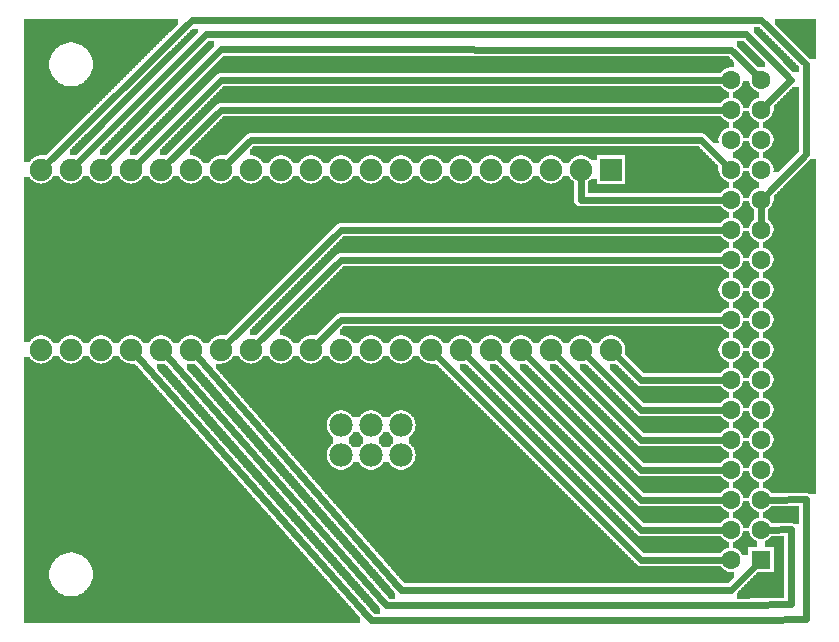
<source format=gbl>
G04 MADE WITH FRITZING*
G04 WWW.FRITZING.ORG*
G04 DOUBLE SIDED*
G04 HOLES PLATED*
G04 CONTOUR ON CENTER OF CONTOUR VECTOR*
%ASAXBY*%
%FSLAX23Y23*%
%MOIN*%
%OFA0B0*%
%SFA1.0B1.0*%
%ADD10C,0.075000*%
%ADD11C,0.062992*%
%ADD12C,0.078000*%
%ADD13R,0.075000X0.075000*%
%ADD14R,0.062992X0.062992*%
%ADD15C,0.024000*%
%LNCOPPER0*%
G90*
G70*
G54D10*
X298Y1985D03*
X2617Y1471D03*
X123Y1424D03*
X2101Y1572D03*
X1118Y1160D03*
X2105Y967D03*
X831Y827D03*
X121Y823D03*
X1998Y1552D03*
X1998Y952D03*
X1898Y1552D03*
X1898Y952D03*
X1798Y1552D03*
X1798Y952D03*
X1698Y1552D03*
X1698Y952D03*
X1598Y1552D03*
X1598Y952D03*
X1498Y1552D03*
X1498Y952D03*
X1398Y1552D03*
X1398Y952D03*
X1298Y1552D03*
X1298Y952D03*
X1198Y1552D03*
X1198Y952D03*
X1098Y1552D03*
X1098Y952D03*
X998Y1552D03*
X998Y952D03*
X898Y1552D03*
X898Y952D03*
X798Y1552D03*
X798Y952D03*
X698Y1552D03*
X698Y952D03*
X598Y1552D03*
X598Y952D03*
X498Y1552D03*
X498Y952D03*
X398Y1552D03*
X398Y952D03*
X298Y1552D03*
X298Y952D03*
X198Y1552D03*
X198Y952D03*
X98Y1552D03*
X98Y952D03*
G54D11*
X2398Y252D03*
X2398Y352D03*
X2398Y452D03*
X2398Y552D03*
X2398Y652D03*
X2398Y752D03*
X2398Y852D03*
X2398Y952D03*
X2398Y1052D03*
X2398Y1152D03*
X2398Y1252D03*
X2398Y1352D03*
X2398Y1452D03*
X2398Y1552D03*
X2398Y1652D03*
X2398Y1752D03*
X2398Y1852D03*
X2498Y252D03*
X2498Y352D03*
X2498Y452D03*
X2498Y552D03*
X2498Y652D03*
X2498Y752D03*
X2498Y852D03*
X2498Y952D03*
X2498Y1052D03*
X2498Y1152D03*
X2498Y1252D03*
X2498Y1352D03*
X2498Y1452D03*
X2498Y1552D03*
X2498Y1652D03*
X2498Y1752D03*
X2498Y1852D03*
G54D12*
X1298Y601D03*
X1198Y601D03*
X1098Y601D03*
X1298Y701D03*
X1198Y701D03*
X1098Y701D03*
G54D13*
X1998Y1552D03*
G54D14*
X2498Y252D03*
G54D15*
X2498Y1421D02*
X2498Y1383D01*
D02*
X400Y1553D02*
X422Y1568D01*
D02*
X2647Y1903D02*
X2499Y2051D01*
D02*
X2647Y1604D02*
X2647Y1903D01*
D02*
X2499Y2051D02*
X600Y2051D01*
D02*
X600Y2051D02*
X118Y1573D01*
D02*
X2520Y1475D02*
X2647Y1604D01*
D02*
X647Y2004D02*
X2449Y2004D01*
D02*
X2449Y2004D02*
X2598Y1852D01*
D02*
X2598Y1852D02*
X2516Y1770D01*
D02*
X218Y1573D02*
X647Y2004D01*
D02*
X697Y1953D02*
X2398Y1952D01*
D02*
X2398Y1952D02*
X2481Y1870D01*
D02*
X318Y1573D02*
X697Y1953D01*
D02*
X1198Y51D02*
X2499Y51D01*
D02*
X2499Y51D02*
X2647Y53D01*
D02*
X2647Y53D02*
X2647Y453D01*
D02*
X2647Y453D02*
X2523Y452D01*
D02*
X417Y931D02*
X1198Y51D01*
D02*
X1249Y101D02*
X2449Y101D01*
D02*
X2449Y101D02*
X2597Y103D01*
D02*
X2597Y103D02*
X2597Y353D01*
D02*
X2597Y353D02*
X2523Y352D01*
D02*
X517Y931D02*
X1249Y101D01*
D02*
X1298Y152D02*
X2398Y151D01*
D02*
X2398Y151D02*
X2481Y235D01*
D02*
X617Y931D02*
X1298Y152D01*
D02*
X698Y1852D02*
X400Y1553D01*
D02*
X2367Y1852D02*
X698Y1852D01*
D02*
X698Y1752D02*
X2367Y1752D01*
D02*
X518Y1573D02*
X698Y1752D01*
D02*
X2298Y1652D02*
X798Y1652D01*
D02*
X798Y1652D02*
X718Y1573D01*
D02*
X2376Y1574D02*
X2298Y1652D01*
D02*
X2098Y852D02*
X2018Y932D01*
D02*
X2367Y852D02*
X2098Y852D01*
D02*
X2098Y752D02*
X1918Y932D01*
D02*
X2367Y752D02*
X2098Y752D01*
D02*
X2098Y652D02*
X1818Y932D01*
D02*
X2367Y652D02*
X2098Y652D01*
D02*
X2098Y552D02*
X1718Y932D01*
D02*
X2367Y552D02*
X2098Y552D01*
D02*
X2098Y452D02*
X1618Y932D01*
D02*
X2367Y452D02*
X2098Y452D01*
D02*
X2098Y352D02*
X1518Y932D01*
D02*
X2367Y352D02*
X2098Y352D01*
D02*
X2098Y252D02*
X2367Y252D01*
D02*
X1418Y932D02*
X2098Y252D01*
D02*
X2367Y1052D02*
X1098Y1052D01*
D02*
X1098Y1052D02*
X1018Y973D01*
D02*
X1098Y1352D02*
X2367Y1352D01*
D02*
X718Y973D02*
X1098Y1352D01*
D02*
X1098Y1252D02*
X818Y973D01*
D02*
X2367Y1252D02*
X1098Y1252D01*
D02*
X1897Y1452D02*
X1898Y1524D01*
D02*
X2373Y1452D02*
X1897Y1452D01*
G36*
X40Y2054D02*
X40Y1976D01*
X204Y1976D01*
X204Y1974D01*
X216Y1974D01*
X216Y1972D01*
X222Y1972D01*
X222Y1970D01*
X226Y1970D01*
X226Y1968D01*
X230Y1968D01*
X230Y1966D01*
X234Y1966D01*
X234Y1964D01*
X238Y1964D01*
X238Y1962D01*
X240Y1962D01*
X240Y1960D01*
X242Y1960D01*
X242Y1958D01*
X246Y1958D01*
X246Y1956D01*
X248Y1956D01*
X248Y1954D01*
X250Y1954D01*
X250Y1952D01*
X252Y1952D01*
X252Y1950D01*
X254Y1950D01*
X254Y1946D01*
X256Y1946D01*
X256Y1944D01*
X258Y1944D01*
X258Y1942D01*
X260Y1942D01*
X260Y1938D01*
X262Y1938D01*
X262Y1934D01*
X264Y1934D01*
X264Y1930D01*
X266Y1930D01*
X266Y1926D01*
X268Y1926D01*
X268Y1918D01*
X270Y1918D01*
X270Y1906D01*
X272Y1906D01*
X272Y1898D01*
X270Y1898D01*
X270Y1886D01*
X268Y1886D01*
X268Y1880D01*
X266Y1880D01*
X266Y1874D01*
X264Y1874D01*
X264Y1870D01*
X262Y1870D01*
X262Y1866D01*
X260Y1866D01*
X260Y1864D01*
X258Y1864D01*
X258Y1860D01*
X256Y1860D01*
X256Y1858D01*
X254Y1858D01*
X254Y1856D01*
X252Y1856D01*
X252Y1852D01*
X250Y1852D01*
X250Y1850D01*
X246Y1850D01*
X246Y1848D01*
X244Y1848D01*
X244Y1846D01*
X242Y1846D01*
X242Y1844D01*
X240Y1844D01*
X240Y1842D01*
X236Y1842D01*
X236Y1840D01*
X234Y1840D01*
X234Y1838D01*
X230Y1838D01*
X230Y1836D01*
X226Y1836D01*
X226Y1834D01*
X220Y1834D01*
X220Y1832D01*
X214Y1832D01*
X214Y1830D01*
X348Y1830D01*
X348Y1832D01*
X350Y1832D01*
X350Y1834D01*
X352Y1834D01*
X352Y1836D01*
X354Y1836D01*
X354Y1838D01*
X356Y1838D01*
X356Y1840D01*
X358Y1840D01*
X358Y1842D01*
X360Y1842D01*
X360Y1844D01*
X362Y1844D01*
X362Y1846D01*
X364Y1846D01*
X364Y1848D01*
X366Y1848D01*
X366Y1850D01*
X368Y1850D01*
X368Y1852D01*
X370Y1852D01*
X370Y1854D01*
X372Y1854D01*
X372Y1856D01*
X374Y1856D01*
X374Y1858D01*
X376Y1858D01*
X376Y1860D01*
X378Y1860D01*
X378Y1862D01*
X380Y1862D01*
X380Y1864D01*
X382Y1864D01*
X382Y1866D01*
X384Y1866D01*
X384Y1868D01*
X386Y1868D01*
X386Y1870D01*
X388Y1870D01*
X388Y1872D01*
X390Y1872D01*
X390Y1874D01*
X392Y1874D01*
X392Y1876D01*
X394Y1876D01*
X394Y1878D01*
X396Y1878D01*
X396Y1880D01*
X398Y1880D01*
X398Y1882D01*
X400Y1882D01*
X400Y1884D01*
X402Y1884D01*
X402Y1886D01*
X404Y1886D01*
X404Y1888D01*
X406Y1888D01*
X406Y1890D01*
X408Y1890D01*
X408Y1892D01*
X410Y1892D01*
X410Y1894D01*
X412Y1894D01*
X412Y1896D01*
X414Y1896D01*
X414Y1898D01*
X416Y1898D01*
X416Y1900D01*
X418Y1900D01*
X418Y1902D01*
X420Y1902D01*
X420Y1904D01*
X422Y1904D01*
X422Y1906D01*
X424Y1906D01*
X424Y1908D01*
X426Y1908D01*
X426Y1910D01*
X428Y1910D01*
X428Y1912D01*
X430Y1912D01*
X430Y1914D01*
X432Y1914D01*
X432Y1916D01*
X434Y1916D01*
X434Y1918D01*
X436Y1918D01*
X436Y1920D01*
X438Y1920D01*
X438Y1922D01*
X440Y1922D01*
X440Y1924D01*
X442Y1924D01*
X442Y1926D01*
X444Y1926D01*
X444Y1928D01*
X446Y1928D01*
X446Y1930D01*
X448Y1930D01*
X448Y1932D01*
X450Y1932D01*
X450Y1934D01*
X452Y1934D01*
X452Y1936D01*
X454Y1936D01*
X454Y1938D01*
X456Y1938D01*
X456Y1940D01*
X458Y1940D01*
X458Y1942D01*
X460Y1942D01*
X460Y1944D01*
X462Y1944D01*
X462Y1946D01*
X464Y1946D01*
X464Y1948D01*
X466Y1948D01*
X466Y1950D01*
X468Y1950D01*
X468Y1952D01*
X470Y1952D01*
X470Y1954D01*
X472Y1954D01*
X472Y1956D01*
X474Y1956D01*
X474Y1958D01*
X476Y1958D01*
X476Y1960D01*
X478Y1960D01*
X478Y1962D01*
X480Y1962D01*
X480Y1964D01*
X482Y1964D01*
X482Y1966D01*
X484Y1966D01*
X484Y1968D01*
X486Y1968D01*
X486Y1970D01*
X488Y1970D01*
X488Y1972D01*
X490Y1972D01*
X490Y1974D01*
X492Y1974D01*
X492Y1976D01*
X494Y1976D01*
X494Y1978D01*
X496Y1978D01*
X496Y1980D01*
X498Y1980D01*
X498Y1982D01*
X500Y1982D01*
X500Y1984D01*
X502Y1984D01*
X502Y1986D01*
X504Y1986D01*
X504Y1988D01*
X506Y1988D01*
X506Y1990D01*
X508Y1990D01*
X508Y1992D01*
X510Y1992D01*
X510Y1994D01*
X512Y1994D01*
X512Y1996D01*
X514Y1996D01*
X514Y1998D01*
X516Y1998D01*
X516Y2000D01*
X518Y2000D01*
X518Y2002D01*
X520Y2002D01*
X520Y2004D01*
X522Y2004D01*
X522Y2006D01*
X524Y2006D01*
X524Y2008D01*
X526Y2008D01*
X526Y2010D01*
X528Y2010D01*
X528Y2012D01*
X532Y2012D01*
X532Y2014D01*
X534Y2014D01*
X534Y2016D01*
X536Y2016D01*
X536Y2018D01*
X538Y2018D01*
X538Y2020D01*
X540Y2020D01*
X540Y2022D01*
X542Y2022D01*
X542Y2024D01*
X544Y2024D01*
X544Y2026D01*
X546Y2026D01*
X546Y2028D01*
X548Y2028D01*
X548Y2030D01*
X550Y2030D01*
X550Y2032D01*
X552Y2032D01*
X552Y2034D01*
X554Y2034D01*
X554Y2054D01*
X40Y2054D01*
G37*
D02*
G36*
X40Y1976D02*
X40Y1830D01*
X182Y1830D01*
X182Y1832D01*
X176Y1832D01*
X176Y1834D01*
X170Y1834D01*
X170Y1836D01*
X166Y1836D01*
X166Y1838D01*
X162Y1838D01*
X162Y1840D01*
X160Y1840D01*
X160Y1842D01*
X156Y1842D01*
X156Y1844D01*
X154Y1844D01*
X154Y1846D01*
X152Y1846D01*
X152Y1848D01*
X150Y1848D01*
X150Y1850D01*
X148Y1850D01*
X148Y1852D01*
X146Y1852D01*
X146Y1854D01*
X144Y1854D01*
X144Y1856D01*
X142Y1856D01*
X142Y1858D01*
X140Y1858D01*
X140Y1860D01*
X138Y1860D01*
X138Y1864D01*
X136Y1864D01*
X136Y1866D01*
X134Y1866D01*
X134Y1870D01*
X132Y1870D01*
X132Y1874D01*
X130Y1874D01*
X130Y1880D01*
X128Y1880D01*
X128Y1886D01*
X126Y1886D01*
X126Y1918D01*
X128Y1918D01*
X128Y1924D01*
X130Y1924D01*
X130Y1930D01*
X132Y1930D01*
X132Y1934D01*
X134Y1934D01*
X134Y1938D01*
X136Y1938D01*
X136Y1942D01*
X138Y1942D01*
X138Y1944D01*
X140Y1944D01*
X140Y1946D01*
X142Y1946D01*
X142Y1948D01*
X144Y1948D01*
X144Y1952D01*
X146Y1952D01*
X146Y1954D01*
X148Y1954D01*
X148Y1956D01*
X150Y1956D01*
X150Y1958D01*
X154Y1958D01*
X154Y1960D01*
X156Y1960D01*
X156Y1962D01*
X158Y1962D01*
X158Y1964D01*
X162Y1964D01*
X162Y1966D01*
X166Y1966D01*
X166Y1968D01*
X170Y1968D01*
X170Y1970D01*
X174Y1970D01*
X174Y1972D01*
X180Y1972D01*
X180Y1974D01*
X192Y1974D01*
X192Y1976D01*
X40Y1976D01*
G37*
D02*
G36*
X40Y1830D02*
X40Y1828D01*
X346Y1828D01*
X346Y1830D01*
X40Y1830D01*
G37*
D02*
G36*
X40Y1830D02*
X40Y1828D01*
X346Y1828D01*
X346Y1830D01*
X40Y1830D01*
G37*
D02*
G36*
X40Y1828D02*
X40Y1576D01*
X60Y1576D01*
X60Y1580D01*
X62Y1580D01*
X62Y1582D01*
X64Y1582D01*
X64Y1584D01*
X66Y1584D01*
X66Y1586D01*
X68Y1586D01*
X68Y1588D01*
X70Y1588D01*
X70Y1590D01*
X72Y1590D01*
X72Y1592D01*
X76Y1592D01*
X76Y1594D01*
X80Y1594D01*
X80Y1596D01*
X84Y1596D01*
X84Y1598D01*
X90Y1598D01*
X90Y1600D01*
X116Y1600D01*
X116Y1602D01*
X118Y1602D01*
X118Y1604D01*
X120Y1604D01*
X120Y1606D01*
X122Y1606D01*
X122Y1608D01*
X124Y1608D01*
X124Y1610D01*
X126Y1610D01*
X126Y1612D01*
X128Y1612D01*
X128Y1614D01*
X130Y1614D01*
X130Y1616D01*
X132Y1616D01*
X132Y1618D01*
X134Y1618D01*
X134Y1620D01*
X136Y1620D01*
X136Y1622D01*
X138Y1622D01*
X138Y1624D01*
X140Y1624D01*
X140Y1626D01*
X142Y1626D01*
X142Y1628D01*
X144Y1628D01*
X144Y1630D01*
X146Y1630D01*
X146Y1632D01*
X148Y1632D01*
X148Y1634D01*
X150Y1634D01*
X150Y1636D01*
X152Y1636D01*
X152Y1638D01*
X154Y1638D01*
X154Y1640D01*
X156Y1640D01*
X156Y1642D01*
X158Y1642D01*
X158Y1644D01*
X160Y1644D01*
X160Y1646D01*
X162Y1646D01*
X162Y1648D01*
X164Y1648D01*
X164Y1650D01*
X166Y1650D01*
X166Y1652D01*
X168Y1652D01*
X168Y1654D01*
X170Y1654D01*
X170Y1656D01*
X172Y1656D01*
X172Y1658D01*
X174Y1658D01*
X174Y1660D01*
X176Y1660D01*
X176Y1662D01*
X178Y1662D01*
X178Y1664D01*
X180Y1664D01*
X180Y1666D01*
X182Y1666D01*
X182Y1668D01*
X184Y1668D01*
X184Y1670D01*
X186Y1670D01*
X186Y1672D01*
X188Y1672D01*
X188Y1674D01*
X190Y1674D01*
X190Y1676D01*
X192Y1676D01*
X192Y1678D01*
X194Y1678D01*
X194Y1680D01*
X196Y1680D01*
X196Y1682D01*
X198Y1682D01*
X198Y1684D01*
X200Y1684D01*
X200Y1686D01*
X202Y1686D01*
X202Y1688D01*
X204Y1688D01*
X204Y1690D01*
X206Y1690D01*
X206Y1692D01*
X208Y1692D01*
X208Y1694D01*
X210Y1694D01*
X210Y1696D01*
X212Y1696D01*
X212Y1698D01*
X214Y1698D01*
X214Y1700D01*
X216Y1700D01*
X216Y1702D01*
X218Y1702D01*
X218Y1704D01*
X220Y1704D01*
X220Y1706D01*
X222Y1706D01*
X222Y1708D01*
X224Y1708D01*
X224Y1710D01*
X226Y1710D01*
X226Y1712D01*
X228Y1712D01*
X228Y1714D01*
X230Y1714D01*
X230Y1716D01*
X232Y1716D01*
X232Y1718D01*
X234Y1718D01*
X234Y1720D01*
X236Y1720D01*
X236Y1722D01*
X238Y1722D01*
X238Y1724D01*
X240Y1724D01*
X240Y1726D01*
X242Y1726D01*
X242Y1728D01*
X244Y1728D01*
X244Y1730D01*
X246Y1730D01*
X246Y1732D01*
X248Y1732D01*
X248Y1734D01*
X250Y1734D01*
X250Y1736D01*
X254Y1736D01*
X254Y1738D01*
X256Y1738D01*
X256Y1740D01*
X258Y1740D01*
X258Y1742D01*
X260Y1742D01*
X260Y1744D01*
X262Y1744D01*
X262Y1746D01*
X264Y1746D01*
X264Y1748D01*
X266Y1748D01*
X266Y1750D01*
X268Y1750D01*
X268Y1752D01*
X270Y1752D01*
X270Y1754D01*
X272Y1754D01*
X272Y1756D01*
X274Y1756D01*
X274Y1758D01*
X276Y1758D01*
X276Y1760D01*
X278Y1760D01*
X278Y1762D01*
X280Y1762D01*
X280Y1764D01*
X282Y1764D01*
X282Y1766D01*
X284Y1766D01*
X284Y1768D01*
X286Y1768D01*
X286Y1770D01*
X288Y1770D01*
X288Y1772D01*
X290Y1772D01*
X290Y1774D01*
X292Y1774D01*
X292Y1776D01*
X294Y1776D01*
X294Y1778D01*
X296Y1778D01*
X296Y1780D01*
X298Y1780D01*
X298Y1782D01*
X300Y1782D01*
X300Y1784D01*
X302Y1784D01*
X302Y1786D01*
X304Y1786D01*
X304Y1788D01*
X306Y1788D01*
X306Y1790D01*
X308Y1790D01*
X308Y1792D01*
X310Y1792D01*
X310Y1794D01*
X312Y1794D01*
X312Y1796D01*
X314Y1796D01*
X314Y1798D01*
X316Y1798D01*
X316Y1800D01*
X318Y1800D01*
X318Y1802D01*
X320Y1802D01*
X320Y1804D01*
X322Y1804D01*
X322Y1806D01*
X324Y1806D01*
X324Y1808D01*
X326Y1808D01*
X326Y1810D01*
X328Y1810D01*
X328Y1812D01*
X330Y1812D01*
X330Y1814D01*
X332Y1814D01*
X332Y1816D01*
X334Y1816D01*
X334Y1818D01*
X336Y1818D01*
X336Y1820D01*
X338Y1820D01*
X338Y1822D01*
X340Y1822D01*
X340Y1824D01*
X342Y1824D01*
X342Y1826D01*
X344Y1826D01*
X344Y1828D01*
X40Y1828D01*
G37*
D02*
G36*
X2546Y2054D02*
X2546Y2034D01*
X2548Y2034D01*
X2548Y2032D01*
X2550Y2032D01*
X2550Y2030D01*
X2552Y2030D01*
X2552Y2028D01*
X2554Y2028D01*
X2554Y2026D01*
X2556Y2026D01*
X2556Y2024D01*
X2558Y2024D01*
X2558Y2022D01*
X2560Y2022D01*
X2560Y2020D01*
X2562Y2020D01*
X2562Y2018D01*
X2564Y2018D01*
X2564Y2016D01*
X2566Y2016D01*
X2566Y2014D01*
X2568Y2014D01*
X2568Y2012D01*
X2570Y2012D01*
X2570Y2010D01*
X2572Y2010D01*
X2572Y2008D01*
X2574Y2008D01*
X2574Y2006D01*
X2576Y2006D01*
X2576Y2004D01*
X2578Y2004D01*
X2578Y2002D01*
X2580Y2002D01*
X2580Y2000D01*
X2582Y2000D01*
X2582Y1998D01*
X2584Y1998D01*
X2584Y1996D01*
X2586Y1996D01*
X2586Y1994D01*
X2588Y1994D01*
X2588Y1992D01*
X2590Y1992D01*
X2590Y1990D01*
X2592Y1990D01*
X2592Y1988D01*
X2594Y1988D01*
X2594Y1986D01*
X2596Y1986D01*
X2596Y1984D01*
X2598Y1984D01*
X2598Y1982D01*
X2600Y1982D01*
X2600Y1980D01*
X2602Y1980D01*
X2602Y1978D01*
X2604Y1978D01*
X2604Y1976D01*
X2606Y1976D01*
X2606Y1974D01*
X2608Y1974D01*
X2608Y1972D01*
X2610Y1972D01*
X2610Y1970D01*
X2612Y1970D01*
X2612Y1968D01*
X2614Y1968D01*
X2614Y1966D01*
X2616Y1966D01*
X2616Y1964D01*
X2618Y1964D01*
X2618Y1962D01*
X2620Y1962D01*
X2620Y1960D01*
X2622Y1960D01*
X2622Y1958D01*
X2624Y1958D01*
X2624Y1956D01*
X2626Y1956D01*
X2626Y1954D01*
X2628Y1954D01*
X2628Y1952D01*
X2630Y1952D01*
X2630Y1950D01*
X2632Y1950D01*
X2632Y1948D01*
X2634Y1948D01*
X2634Y1946D01*
X2636Y1946D01*
X2636Y1944D01*
X2638Y1944D01*
X2638Y1942D01*
X2640Y1942D01*
X2640Y1940D01*
X2642Y1940D01*
X2642Y1938D01*
X2644Y1938D01*
X2644Y1936D01*
X2646Y1936D01*
X2646Y1934D01*
X2648Y1934D01*
X2648Y1932D01*
X2650Y1932D01*
X2650Y1930D01*
X2652Y1930D01*
X2652Y1928D01*
X2654Y1928D01*
X2654Y1926D01*
X2656Y1926D01*
X2656Y1924D01*
X2658Y1924D01*
X2658Y1922D01*
X2660Y1922D01*
X2660Y1920D01*
X2680Y1920D01*
X2680Y2054D01*
X2546Y2054D01*
G37*
D02*
G36*
X2474Y2026D02*
X2474Y2008D01*
X2476Y2008D01*
X2476Y2006D01*
X2478Y2006D01*
X2478Y2004D01*
X2480Y2004D01*
X2480Y2002D01*
X2482Y2002D01*
X2482Y2000D01*
X2484Y2000D01*
X2484Y1998D01*
X2486Y1998D01*
X2486Y1996D01*
X2488Y1996D01*
X2488Y1994D01*
X2490Y1994D01*
X2490Y1992D01*
X2492Y1992D01*
X2492Y1990D01*
X2494Y1990D01*
X2494Y1988D01*
X2496Y1988D01*
X2496Y1986D01*
X2498Y1986D01*
X2498Y1984D01*
X2500Y1984D01*
X2500Y1982D01*
X2502Y1982D01*
X2502Y1980D01*
X2504Y1980D01*
X2504Y1978D01*
X2506Y1978D01*
X2506Y1976D01*
X2508Y1976D01*
X2508Y1974D01*
X2510Y1974D01*
X2510Y1972D01*
X2512Y1972D01*
X2512Y1970D01*
X2514Y1970D01*
X2514Y1968D01*
X2516Y1968D01*
X2516Y1966D01*
X2518Y1966D01*
X2518Y1964D01*
X2520Y1964D01*
X2520Y1962D01*
X2522Y1962D01*
X2522Y1960D01*
X2524Y1960D01*
X2524Y1958D01*
X2526Y1958D01*
X2526Y1956D01*
X2528Y1956D01*
X2528Y1954D01*
X2530Y1954D01*
X2530Y1952D01*
X2532Y1952D01*
X2532Y1950D01*
X2534Y1950D01*
X2534Y1948D01*
X2536Y1948D01*
X2536Y1946D01*
X2538Y1946D01*
X2538Y1944D01*
X2540Y1944D01*
X2540Y1942D01*
X2542Y1942D01*
X2542Y1940D01*
X2544Y1940D01*
X2544Y1938D01*
X2546Y1938D01*
X2546Y1936D01*
X2548Y1936D01*
X2548Y1934D01*
X2550Y1934D01*
X2550Y1932D01*
X2552Y1932D01*
X2552Y1930D01*
X2554Y1930D01*
X2554Y1928D01*
X2556Y1928D01*
X2556Y1926D01*
X2558Y1926D01*
X2558Y1924D01*
X2560Y1924D01*
X2560Y1922D01*
X2562Y1922D01*
X2562Y1920D01*
X2564Y1920D01*
X2564Y1918D01*
X2566Y1918D01*
X2566Y1916D01*
X2568Y1916D01*
X2568Y1914D01*
X2570Y1914D01*
X2570Y1910D01*
X2572Y1910D01*
X2572Y1908D01*
X2574Y1908D01*
X2574Y1906D01*
X2576Y1906D01*
X2576Y1904D01*
X2578Y1904D01*
X2578Y1902D01*
X2580Y1902D01*
X2580Y1900D01*
X2582Y1900D01*
X2582Y1898D01*
X2584Y1898D01*
X2584Y1896D01*
X2586Y1896D01*
X2586Y1894D01*
X2588Y1894D01*
X2588Y1892D01*
X2590Y1892D01*
X2590Y1890D01*
X2592Y1890D01*
X2592Y1888D01*
X2594Y1888D01*
X2594Y1886D01*
X2596Y1886D01*
X2596Y1884D01*
X2598Y1884D01*
X2598Y1882D01*
X2600Y1882D01*
X2600Y1880D01*
X2602Y1880D01*
X2602Y1878D01*
X2604Y1878D01*
X2604Y1876D01*
X2624Y1876D01*
X2624Y1896D01*
X2622Y1896D01*
X2622Y1898D01*
X2620Y1898D01*
X2620Y1900D01*
X2618Y1900D01*
X2618Y1902D01*
X2616Y1902D01*
X2616Y1904D01*
X2614Y1904D01*
X2614Y1906D01*
X2612Y1906D01*
X2612Y1908D01*
X2610Y1908D01*
X2610Y1910D01*
X2608Y1910D01*
X2608Y1912D01*
X2606Y1912D01*
X2606Y1914D01*
X2604Y1914D01*
X2604Y1916D01*
X2602Y1916D01*
X2602Y1918D01*
X2600Y1918D01*
X2600Y1920D01*
X2598Y1920D01*
X2598Y1922D01*
X2596Y1922D01*
X2596Y1924D01*
X2594Y1924D01*
X2594Y1926D01*
X2592Y1926D01*
X2592Y1928D01*
X2590Y1928D01*
X2590Y1930D01*
X2588Y1930D01*
X2588Y1932D01*
X2586Y1932D01*
X2586Y1934D01*
X2584Y1934D01*
X2584Y1936D01*
X2582Y1936D01*
X2582Y1938D01*
X2580Y1938D01*
X2580Y1940D01*
X2578Y1940D01*
X2578Y1942D01*
X2576Y1942D01*
X2576Y1944D01*
X2574Y1944D01*
X2574Y1946D01*
X2572Y1946D01*
X2572Y1948D01*
X2570Y1948D01*
X2570Y1950D01*
X2568Y1950D01*
X2568Y1952D01*
X2566Y1952D01*
X2566Y1954D01*
X2564Y1954D01*
X2564Y1956D01*
X2562Y1956D01*
X2562Y1958D01*
X2560Y1958D01*
X2560Y1960D01*
X2558Y1960D01*
X2558Y1962D01*
X2556Y1962D01*
X2556Y1964D01*
X2554Y1964D01*
X2554Y1966D01*
X2552Y1966D01*
X2552Y1968D01*
X2550Y1968D01*
X2550Y1970D01*
X2548Y1970D01*
X2548Y1972D01*
X2546Y1972D01*
X2546Y1974D01*
X2544Y1974D01*
X2544Y1976D01*
X2542Y1976D01*
X2542Y1978D01*
X2540Y1978D01*
X2540Y1980D01*
X2538Y1980D01*
X2538Y1982D01*
X2536Y1982D01*
X2536Y1984D01*
X2534Y1984D01*
X2534Y1986D01*
X2532Y1986D01*
X2532Y1988D01*
X2530Y1988D01*
X2530Y1990D01*
X2528Y1990D01*
X2528Y1992D01*
X2526Y1992D01*
X2526Y1994D01*
X2524Y1994D01*
X2524Y1996D01*
X2522Y1996D01*
X2522Y1998D01*
X2520Y1998D01*
X2520Y2000D01*
X2518Y2000D01*
X2518Y2002D01*
X2516Y2002D01*
X2516Y2004D01*
X2514Y2004D01*
X2514Y2006D01*
X2512Y2006D01*
X2512Y2008D01*
X2510Y2008D01*
X2510Y2010D01*
X2508Y2010D01*
X2508Y2012D01*
X2506Y2012D01*
X2506Y2014D01*
X2504Y2014D01*
X2504Y2016D01*
X2502Y2016D01*
X2502Y2018D01*
X2500Y2018D01*
X2500Y2020D01*
X2498Y2020D01*
X2498Y2022D01*
X2496Y2022D01*
X2496Y2024D01*
X2494Y2024D01*
X2494Y2026D01*
X2474Y2026D01*
G37*
D02*
G36*
X602Y2022D02*
X602Y2020D01*
X600Y2020D01*
X600Y2018D01*
X598Y2018D01*
X598Y2016D01*
X596Y2016D01*
X596Y2014D01*
X594Y2014D01*
X594Y2012D01*
X592Y2012D01*
X592Y2010D01*
X590Y2010D01*
X590Y2008D01*
X588Y2008D01*
X588Y2006D01*
X586Y2006D01*
X586Y2004D01*
X584Y2004D01*
X584Y2002D01*
X582Y2002D01*
X582Y2000D01*
X580Y2000D01*
X580Y1998D01*
X578Y1998D01*
X578Y1996D01*
X576Y1996D01*
X576Y1994D01*
X574Y1994D01*
X574Y1992D01*
X572Y1992D01*
X572Y1990D01*
X570Y1990D01*
X570Y1988D01*
X568Y1988D01*
X568Y1986D01*
X566Y1986D01*
X566Y1984D01*
X564Y1984D01*
X564Y1982D01*
X562Y1982D01*
X562Y1980D01*
X560Y1980D01*
X560Y1978D01*
X558Y1978D01*
X558Y1976D01*
X556Y1976D01*
X556Y1974D01*
X554Y1974D01*
X554Y1972D01*
X552Y1972D01*
X552Y1970D01*
X550Y1970D01*
X550Y1968D01*
X548Y1968D01*
X548Y1966D01*
X546Y1966D01*
X546Y1964D01*
X544Y1964D01*
X544Y1962D01*
X542Y1962D01*
X542Y1960D01*
X540Y1960D01*
X540Y1958D01*
X538Y1958D01*
X538Y1956D01*
X536Y1956D01*
X536Y1954D01*
X534Y1954D01*
X534Y1952D01*
X532Y1952D01*
X532Y1950D01*
X530Y1950D01*
X530Y1948D01*
X526Y1948D01*
X526Y1946D01*
X524Y1946D01*
X524Y1944D01*
X522Y1944D01*
X522Y1942D01*
X520Y1942D01*
X520Y1940D01*
X518Y1940D01*
X518Y1938D01*
X516Y1938D01*
X516Y1936D01*
X514Y1936D01*
X514Y1934D01*
X512Y1934D01*
X512Y1932D01*
X510Y1932D01*
X510Y1930D01*
X508Y1930D01*
X508Y1928D01*
X506Y1928D01*
X506Y1926D01*
X504Y1926D01*
X504Y1924D01*
X502Y1924D01*
X502Y1922D01*
X500Y1922D01*
X500Y1920D01*
X498Y1920D01*
X498Y1918D01*
X496Y1918D01*
X496Y1916D01*
X494Y1916D01*
X494Y1914D01*
X492Y1914D01*
X492Y1912D01*
X490Y1912D01*
X490Y1910D01*
X488Y1910D01*
X488Y1908D01*
X486Y1908D01*
X486Y1906D01*
X484Y1906D01*
X484Y1904D01*
X482Y1904D01*
X482Y1902D01*
X480Y1902D01*
X480Y1900D01*
X478Y1900D01*
X478Y1898D01*
X476Y1898D01*
X476Y1896D01*
X474Y1896D01*
X474Y1894D01*
X472Y1894D01*
X472Y1892D01*
X470Y1892D01*
X470Y1890D01*
X468Y1890D01*
X468Y1888D01*
X466Y1888D01*
X466Y1886D01*
X464Y1886D01*
X464Y1884D01*
X462Y1884D01*
X462Y1882D01*
X460Y1882D01*
X460Y1880D01*
X458Y1880D01*
X458Y1878D01*
X456Y1878D01*
X456Y1876D01*
X454Y1876D01*
X454Y1874D01*
X452Y1874D01*
X452Y1872D01*
X450Y1872D01*
X450Y1870D01*
X448Y1870D01*
X448Y1868D01*
X446Y1868D01*
X446Y1866D01*
X444Y1866D01*
X444Y1864D01*
X442Y1864D01*
X442Y1862D01*
X440Y1862D01*
X440Y1860D01*
X438Y1860D01*
X438Y1858D01*
X436Y1858D01*
X436Y1856D01*
X434Y1856D01*
X434Y1854D01*
X432Y1854D01*
X432Y1852D01*
X430Y1852D01*
X430Y1850D01*
X428Y1850D01*
X428Y1848D01*
X426Y1848D01*
X426Y1846D01*
X424Y1846D01*
X424Y1844D01*
X422Y1844D01*
X422Y1842D01*
X420Y1842D01*
X420Y1840D01*
X418Y1840D01*
X418Y1838D01*
X416Y1838D01*
X416Y1836D01*
X414Y1836D01*
X414Y1834D01*
X412Y1834D01*
X412Y1832D01*
X410Y1832D01*
X410Y1830D01*
X408Y1830D01*
X408Y1828D01*
X406Y1828D01*
X406Y1826D01*
X404Y1826D01*
X404Y1824D01*
X402Y1824D01*
X402Y1822D01*
X400Y1822D01*
X400Y1820D01*
X398Y1820D01*
X398Y1818D01*
X396Y1818D01*
X396Y1816D01*
X394Y1816D01*
X394Y1814D01*
X392Y1814D01*
X392Y1812D01*
X390Y1812D01*
X390Y1810D01*
X388Y1810D01*
X388Y1808D01*
X386Y1808D01*
X386Y1806D01*
X384Y1806D01*
X384Y1804D01*
X382Y1804D01*
X382Y1802D01*
X380Y1802D01*
X380Y1800D01*
X378Y1800D01*
X378Y1798D01*
X376Y1798D01*
X376Y1796D01*
X374Y1796D01*
X374Y1794D01*
X372Y1794D01*
X372Y1792D01*
X370Y1792D01*
X370Y1790D01*
X368Y1790D01*
X368Y1788D01*
X366Y1788D01*
X366Y1786D01*
X364Y1786D01*
X364Y1784D01*
X362Y1784D01*
X362Y1782D01*
X360Y1782D01*
X360Y1780D01*
X358Y1780D01*
X358Y1778D01*
X356Y1778D01*
X356Y1776D01*
X354Y1776D01*
X354Y1774D01*
X352Y1774D01*
X352Y1772D01*
X350Y1772D01*
X350Y1770D01*
X348Y1770D01*
X348Y1768D01*
X346Y1768D01*
X346Y1766D01*
X344Y1766D01*
X344Y1764D01*
X342Y1764D01*
X342Y1762D01*
X340Y1762D01*
X340Y1760D01*
X338Y1760D01*
X338Y1758D01*
X336Y1758D01*
X336Y1756D01*
X334Y1756D01*
X334Y1754D01*
X332Y1754D01*
X332Y1752D01*
X330Y1752D01*
X330Y1750D01*
X328Y1750D01*
X328Y1748D01*
X326Y1748D01*
X326Y1746D01*
X324Y1746D01*
X324Y1744D01*
X322Y1744D01*
X322Y1742D01*
X320Y1742D01*
X320Y1740D01*
X318Y1740D01*
X318Y1738D01*
X316Y1738D01*
X316Y1736D01*
X314Y1736D01*
X314Y1734D01*
X312Y1734D01*
X312Y1732D01*
X310Y1732D01*
X310Y1730D01*
X308Y1730D01*
X308Y1728D01*
X306Y1728D01*
X306Y1726D01*
X304Y1726D01*
X304Y1724D01*
X302Y1724D01*
X302Y1722D01*
X300Y1722D01*
X300Y1720D01*
X298Y1720D01*
X298Y1718D01*
X296Y1718D01*
X296Y1716D01*
X294Y1716D01*
X294Y1714D01*
X292Y1714D01*
X292Y1712D01*
X290Y1712D01*
X290Y1710D01*
X288Y1710D01*
X288Y1708D01*
X286Y1708D01*
X286Y1706D01*
X284Y1706D01*
X284Y1704D01*
X282Y1704D01*
X282Y1702D01*
X280Y1702D01*
X280Y1700D01*
X278Y1700D01*
X278Y1698D01*
X276Y1698D01*
X276Y1696D01*
X274Y1696D01*
X274Y1694D01*
X272Y1694D01*
X272Y1692D01*
X270Y1692D01*
X270Y1690D01*
X268Y1690D01*
X268Y1688D01*
X266Y1688D01*
X266Y1686D01*
X264Y1686D01*
X264Y1684D01*
X262Y1684D01*
X262Y1682D01*
X260Y1682D01*
X260Y1680D01*
X258Y1680D01*
X258Y1678D01*
X256Y1678D01*
X256Y1676D01*
X254Y1676D01*
X254Y1674D01*
X252Y1674D01*
X252Y1672D01*
X250Y1672D01*
X250Y1670D01*
X246Y1670D01*
X246Y1668D01*
X244Y1668D01*
X244Y1666D01*
X242Y1666D01*
X242Y1664D01*
X240Y1664D01*
X240Y1662D01*
X238Y1662D01*
X238Y1660D01*
X236Y1660D01*
X236Y1658D01*
X234Y1658D01*
X234Y1656D01*
X232Y1656D01*
X232Y1654D01*
X230Y1654D01*
X230Y1652D01*
X228Y1652D01*
X228Y1650D01*
X226Y1650D01*
X226Y1648D01*
X224Y1648D01*
X224Y1646D01*
X222Y1646D01*
X222Y1644D01*
X220Y1644D01*
X220Y1642D01*
X218Y1642D01*
X218Y1640D01*
X216Y1640D01*
X216Y1638D01*
X214Y1638D01*
X214Y1636D01*
X212Y1636D01*
X212Y1634D01*
X210Y1634D01*
X210Y1632D01*
X208Y1632D01*
X208Y1630D01*
X206Y1630D01*
X206Y1628D01*
X204Y1628D01*
X204Y1626D01*
X202Y1626D01*
X202Y1624D01*
X200Y1624D01*
X200Y1622D01*
X198Y1622D01*
X198Y1620D01*
X196Y1620D01*
X196Y1600D01*
X216Y1600D01*
X216Y1602D01*
X218Y1602D01*
X218Y1604D01*
X220Y1604D01*
X220Y1606D01*
X222Y1606D01*
X222Y1608D01*
X224Y1608D01*
X224Y1610D01*
X226Y1610D01*
X226Y1612D01*
X228Y1612D01*
X228Y1614D01*
X230Y1614D01*
X230Y1616D01*
X232Y1616D01*
X232Y1618D01*
X234Y1618D01*
X234Y1620D01*
X236Y1620D01*
X236Y1622D01*
X238Y1622D01*
X238Y1624D01*
X240Y1624D01*
X240Y1626D01*
X242Y1626D01*
X242Y1628D01*
X244Y1628D01*
X244Y1630D01*
X246Y1630D01*
X246Y1632D01*
X248Y1632D01*
X248Y1634D01*
X250Y1634D01*
X250Y1636D01*
X252Y1636D01*
X252Y1638D01*
X254Y1638D01*
X254Y1640D01*
X256Y1640D01*
X256Y1642D01*
X258Y1642D01*
X258Y1644D01*
X260Y1644D01*
X260Y1646D01*
X262Y1646D01*
X262Y1648D01*
X264Y1648D01*
X264Y1650D01*
X266Y1650D01*
X266Y1652D01*
X268Y1652D01*
X268Y1654D01*
X270Y1654D01*
X270Y1656D01*
X272Y1656D01*
X272Y1658D01*
X274Y1658D01*
X274Y1660D01*
X276Y1660D01*
X276Y1662D01*
X278Y1662D01*
X278Y1664D01*
X280Y1664D01*
X280Y1666D01*
X282Y1666D01*
X282Y1668D01*
X284Y1668D01*
X284Y1670D01*
X286Y1670D01*
X286Y1672D01*
X288Y1672D01*
X288Y1674D01*
X290Y1674D01*
X290Y1676D01*
X292Y1676D01*
X292Y1678D01*
X294Y1678D01*
X294Y1680D01*
X296Y1680D01*
X296Y1682D01*
X298Y1682D01*
X298Y1684D01*
X300Y1684D01*
X300Y1686D01*
X302Y1686D01*
X302Y1688D01*
X304Y1688D01*
X304Y1690D01*
X306Y1690D01*
X306Y1692D01*
X308Y1692D01*
X308Y1694D01*
X310Y1694D01*
X310Y1696D01*
X312Y1696D01*
X312Y1700D01*
X314Y1700D01*
X314Y1702D01*
X316Y1702D01*
X316Y1704D01*
X318Y1704D01*
X318Y1706D01*
X320Y1706D01*
X320Y1708D01*
X322Y1708D01*
X322Y1710D01*
X324Y1710D01*
X324Y1712D01*
X326Y1712D01*
X326Y1714D01*
X328Y1714D01*
X328Y1716D01*
X330Y1716D01*
X330Y1718D01*
X332Y1718D01*
X332Y1720D01*
X334Y1720D01*
X334Y1722D01*
X336Y1722D01*
X336Y1724D01*
X338Y1724D01*
X338Y1726D01*
X340Y1726D01*
X340Y1728D01*
X342Y1728D01*
X342Y1730D01*
X344Y1730D01*
X344Y1732D01*
X346Y1732D01*
X346Y1734D01*
X348Y1734D01*
X348Y1736D01*
X350Y1736D01*
X350Y1738D01*
X352Y1738D01*
X352Y1740D01*
X354Y1740D01*
X354Y1742D01*
X356Y1742D01*
X356Y1744D01*
X358Y1744D01*
X358Y1746D01*
X360Y1746D01*
X360Y1748D01*
X362Y1748D01*
X362Y1750D01*
X364Y1750D01*
X364Y1752D01*
X366Y1752D01*
X366Y1754D01*
X368Y1754D01*
X368Y1756D01*
X370Y1756D01*
X370Y1758D01*
X372Y1758D01*
X372Y1760D01*
X374Y1760D01*
X374Y1762D01*
X376Y1762D01*
X376Y1764D01*
X378Y1764D01*
X378Y1766D01*
X380Y1766D01*
X380Y1768D01*
X382Y1768D01*
X382Y1770D01*
X384Y1770D01*
X384Y1772D01*
X386Y1772D01*
X386Y1774D01*
X388Y1774D01*
X388Y1776D01*
X390Y1776D01*
X390Y1778D01*
X392Y1778D01*
X392Y1780D01*
X394Y1780D01*
X394Y1782D01*
X396Y1782D01*
X396Y1784D01*
X398Y1784D01*
X398Y1786D01*
X400Y1786D01*
X400Y1788D01*
X402Y1788D01*
X402Y1790D01*
X404Y1790D01*
X404Y1792D01*
X406Y1792D01*
X406Y1794D01*
X408Y1794D01*
X408Y1796D01*
X410Y1796D01*
X410Y1798D01*
X412Y1798D01*
X412Y1800D01*
X414Y1800D01*
X414Y1802D01*
X416Y1802D01*
X416Y1804D01*
X418Y1804D01*
X418Y1806D01*
X420Y1806D01*
X420Y1808D01*
X422Y1808D01*
X422Y1810D01*
X424Y1810D01*
X424Y1812D01*
X426Y1812D01*
X426Y1814D01*
X428Y1814D01*
X428Y1816D01*
X430Y1816D01*
X430Y1818D01*
X432Y1818D01*
X432Y1820D01*
X434Y1820D01*
X434Y1822D01*
X436Y1822D01*
X436Y1824D01*
X438Y1824D01*
X438Y1826D01*
X440Y1826D01*
X440Y1828D01*
X442Y1828D01*
X442Y1830D01*
X444Y1830D01*
X444Y1832D01*
X446Y1832D01*
X446Y1834D01*
X448Y1834D01*
X448Y1836D01*
X450Y1836D01*
X450Y1838D01*
X452Y1838D01*
X452Y1840D01*
X454Y1840D01*
X454Y1842D01*
X456Y1842D01*
X456Y1844D01*
X458Y1844D01*
X458Y1846D01*
X460Y1846D01*
X460Y1848D01*
X462Y1848D01*
X462Y1850D01*
X464Y1850D01*
X464Y1852D01*
X466Y1852D01*
X466Y1854D01*
X468Y1854D01*
X468Y1856D01*
X470Y1856D01*
X470Y1858D01*
X472Y1858D01*
X472Y1860D01*
X474Y1860D01*
X474Y1862D01*
X476Y1862D01*
X476Y1864D01*
X478Y1864D01*
X478Y1866D01*
X480Y1866D01*
X480Y1868D01*
X482Y1868D01*
X482Y1870D01*
X484Y1870D01*
X484Y1872D01*
X486Y1872D01*
X486Y1874D01*
X488Y1874D01*
X488Y1876D01*
X490Y1876D01*
X490Y1878D01*
X492Y1878D01*
X492Y1880D01*
X494Y1880D01*
X494Y1882D01*
X496Y1882D01*
X496Y1884D01*
X498Y1884D01*
X498Y1886D01*
X500Y1886D01*
X500Y1888D01*
X502Y1888D01*
X502Y1890D01*
X504Y1890D01*
X504Y1892D01*
X506Y1892D01*
X506Y1894D01*
X508Y1894D01*
X508Y1896D01*
X510Y1896D01*
X510Y1898D01*
X512Y1898D01*
X512Y1900D01*
X514Y1900D01*
X514Y1902D01*
X516Y1902D01*
X516Y1904D01*
X518Y1904D01*
X518Y1906D01*
X520Y1906D01*
X520Y1908D01*
X522Y1908D01*
X522Y1910D01*
X524Y1910D01*
X524Y1912D01*
X526Y1912D01*
X526Y1914D01*
X528Y1914D01*
X528Y1916D01*
X530Y1916D01*
X530Y1918D01*
X532Y1918D01*
X532Y1920D01*
X534Y1920D01*
X534Y1922D01*
X536Y1922D01*
X536Y1924D01*
X538Y1924D01*
X538Y1926D01*
X540Y1926D01*
X540Y1928D01*
X542Y1928D01*
X542Y1930D01*
X544Y1930D01*
X544Y1932D01*
X546Y1932D01*
X546Y1934D01*
X548Y1934D01*
X548Y1936D01*
X550Y1936D01*
X550Y1938D01*
X552Y1938D01*
X552Y1940D01*
X554Y1940D01*
X554Y1942D01*
X556Y1942D01*
X556Y1944D01*
X558Y1944D01*
X558Y1946D01*
X560Y1946D01*
X560Y1948D01*
X562Y1948D01*
X562Y1950D01*
X564Y1950D01*
X564Y1952D01*
X566Y1952D01*
X566Y1954D01*
X568Y1954D01*
X568Y1956D01*
X570Y1956D01*
X570Y1958D01*
X572Y1958D01*
X572Y1960D01*
X574Y1960D01*
X574Y1962D01*
X576Y1962D01*
X576Y1964D01*
X578Y1964D01*
X578Y1966D01*
X580Y1966D01*
X580Y1968D01*
X582Y1968D01*
X582Y1970D01*
X584Y1970D01*
X584Y1972D01*
X586Y1972D01*
X586Y1974D01*
X588Y1974D01*
X588Y1976D01*
X590Y1976D01*
X590Y1978D01*
X592Y1978D01*
X592Y1980D01*
X594Y1980D01*
X594Y1982D01*
X596Y1982D01*
X596Y1984D01*
X598Y1984D01*
X598Y1986D01*
X600Y1986D01*
X600Y1988D01*
X602Y1988D01*
X602Y1990D01*
X604Y1990D01*
X604Y1992D01*
X606Y1992D01*
X606Y1994D01*
X608Y1994D01*
X608Y1996D01*
X610Y1996D01*
X610Y1998D01*
X612Y1998D01*
X612Y2000D01*
X614Y2000D01*
X614Y2002D01*
X616Y2002D01*
X616Y2004D01*
X618Y2004D01*
X618Y2006D01*
X620Y2006D01*
X620Y2008D01*
X622Y2008D01*
X622Y2022D01*
X602Y2022D01*
G37*
D02*
G36*
X656Y1982D02*
X656Y1980D01*
X654Y1980D01*
X654Y1978D01*
X652Y1978D01*
X652Y1976D01*
X650Y1976D01*
X650Y1974D01*
X648Y1974D01*
X648Y1972D01*
X646Y1972D01*
X646Y1970D01*
X644Y1970D01*
X644Y1968D01*
X642Y1968D01*
X642Y1966D01*
X640Y1966D01*
X640Y1964D01*
X638Y1964D01*
X638Y1962D01*
X636Y1962D01*
X636Y1960D01*
X634Y1960D01*
X634Y1958D01*
X632Y1958D01*
X632Y1956D01*
X630Y1956D01*
X630Y1954D01*
X628Y1954D01*
X628Y1952D01*
X626Y1952D01*
X626Y1950D01*
X624Y1950D01*
X624Y1948D01*
X622Y1948D01*
X622Y1946D01*
X620Y1946D01*
X620Y1944D01*
X618Y1944D01*
X618Y1942D01*
X616Y1942D01*
X616Y1940D01*
X614Y1940D01*
X614Y1938D01*
X612Y1938D01*
X612Y1936D01*
X610Y1936D01*
X610Y1934D01*
X608Y1934D01*
X608Y1932D01*
X606Y1932D01*
X606Y1930D01*
X604Y1930D01*
X604Y1928D01*
X602Y1928D01*
X602Y1926D01*
X600Y1926D01*
X600Y1924D01*
X598Y1924D01*
X598Y1922D01*
X596Y1922D01*
X596Y1920D01*
X594Y1920D01*
X594Y1918D01*
X592Y1918D01*
X592Y1916D01*
X590Y1916D01*
X590Y1914D01*
X588Y1914D01*
X588Y1912D01*
X586Y1912D01*
X586Y1910D01*
X584Y1910D01*
X584Y1908D01*
X582Y1908D01*
X582Y1906D01*
X580Y1906D01*
X580Y1904D01*
X578Y1904D01*
X578Y1902D01*
X576Y1902D01*
X576Y1900D01*
X574Y1900D01*
X574Y1898D01*
X572Y1898D01*
X572Y1896D01*
X570Y1896D01*
X570Y1894D01*
X568Y1894D01*
X568Y1892D01*
X566Y1892D01*
X566Y1890D01*
X564Y1890D01*
X564Y1888D01*
X562Y1888D01*
X562Y1886D01*
X560Y1886D01*
X560Y1884D01*
X558Y1884D01*
X558Y1882D01*
X556Y1882D01*
X556Y1880D01*
X554Y1880D01*
X554Y1878D01*
X552Y1878D01*
X552Y1876D01*
X550Y1876D01*
X550Y1874D01*
X548Y1874D01*
X548Y1872D01*
X546Y1872D01*
X546Y1870D01*
X544Y1870D01*
X544Y1868D01*
X542Y1868D01*
X542Y1866D01*
X540Y1866D01*
X540Y1864D01*
X538Y1864D01*
X538Y1862D01*
X536Y1862D01*
X536Y1860D01*
X534Y1860D01*
X534Y1858D01*
X532Y1858D01*
X532Y1856D01*
X530Y1856D01*
X530Y1854D01*
X528Y1854D01*
X528Y1852D01*
X526Y1852D01*
X526Y1850D01*
X524Y1850D01*
X524Y1848D01*
X522Y1848D01*
X522Y1846D01*
X520Y1846D01*
X520Y1844D01*
X518Y1844D01*
X518Y1842D01*
X516Y1842D01*
X516Y1840D01*
X514Y1840D01*
X514Y1838D01*
X512Y1838D01*
X512Y1836D01*
X510Y1836D01*
X510Y1834D01*
X508Y1834D01*
X508Y1832D01*
X506Y1832D01*
X506Y1830D01*
X504Y1830D01*
X504Y1828D01*
X502Y1828D01*
X502Y1826D01*
X500Y1826D01*
X500Y1824D01*
X498Y1824D01*
X498Y1822D01*
X496Y1822D01*
X496Y1820D01*
X494Y1820D01*
X494Y1818D01*
X492Y1818D01*
X492Y1816D01*
X490Y1816D01*
X490Y1814D01*
X488Y1814D01*
X488Y1812D01*
X486Y1812D01*
X486Y1810D01*
X484Y1810D01*
X484Y1808D01*
X482Y1808D01*
X482Y1806D01*
X480Y1806D01*
X480Y1804D01*
X478Y1804D01*
X478Y1802D01*
X476Y1802D01*
X476Y1800D01*
X474Y1800D01*
X474Y1798D01*
X472Y1798D01*
X472Y1796D01*
X470Y1796D01*
X470Y1794D01*
X468Y1794D01*
X468Y1792D01*
X466Y1792D01*
X466Y1790D01*
X464Y1790D01*
X464Y1788D01*
X462Y1788D01*
X462Y1786D01*
X460Y1786D01*
X460Y1784D01*
X458Y1784D01*
X458Y1782D01*
X456Y1782D01*
X456Y1780D01*
X454Y1780D01*
X454Y1778D01*
X452Y1778D01*
X452Y1776D01*
X450Y1776D01*
X450Y1774D01*
X448Y1774D01*
X448Y1772D01*
X446Y1772D01*
X446Y1770D01*
X444Y1770D01*
X444Y1768D01*
X442Y1768D01*
X442Y1766D01*
X440Y1766D01*
X440Y1764D01*
X438Y1764D01*
X438Y1762D01*
X436Y1762D01*
X436Y1760D01*
X434Y1760D01*
X434Y1758D01*
X432Y1758D01*
X432Y1756D01*
X430Y1756D01*
X430Y1754D01*
X428Y1754D01*
X428Y1752D01*
X426Y1752D01*
X426Y1750D01*
X424Y1750D01*
X424Y1748D01*
X422Y1748D01*
X422Y1746D01*
X420Y1746D01*
X420Y1744D01*
X418Y1744D01*
X418Y1742D01*
X416Y1742D01*
X416Y1740D01*
X414Y1740D01*
X414Y1738D01*
X412Y1738D01*
X412Y1736D01*
X410Y1736D01*
X410Y1734D01*
X408Y1734D01*
X408Y1732D01*
X406Y1732D01*
X406Y1730D01*
X404Y1730D01*
X404Y1728D01*
X402Y1728D01*
X402Y1726D01*
X400Y1726D01*
X400Y1724D01*
X398Y1724D01*
X398Y1722D01*
X396Y1722D01*
X396Y1720D01*
X394Y1720D01*
X394Y1718D01*
X392Y1718D01*
X392Y1716D01*
X390Y1716D01*
X390Y1714D01*
X388Y1714D01*
X388Y1712D01*
X386Y1712D01*
X386Y1710D01*
X384Y1710D01*
X384Y1706D01*
X382Y1706D01*
X382Y1704D01*
X380Y1704D01*
X380Y1702D01*
X378Y1702D01*
X378Y1700D01*
X376Y1700D01*
X376Y1698D01*
X374Y1698D01*
X374Y1696D01*
X372Y1696D01*
X372Y1694D01*
X370Y1694D01*
X370Y1692D01*
X368Y1692D01*
X368Y1690D01*
X366Y1690D01*
X366Y1688D01*
X364Y1688D01*
X364Y1686D01*
X362Y1686D01*
X362Y1684D01*
X360Y1684D01*
X360Y1682D01*
X358Y1682D01*
X358Y1680D01*
X356Y1680D01*
X356Y1678D01*
X354Y1678D01*
X354Y1676D01*
X352Y1676D01*
X352Y1674D01*
X350Y1674D01*
X350Y1672D01*
X348Y1672D01*
X348Y1670D01*
X346Y1670D01*
X346Y1668D01*
X344Y1668D01*
X344Y1666D01*
X342Y1666D01*
X342Y1664D01*
X340Y1664D01*
X340Y1662D01*
X338Y1662D01*
X338Y1660D01*
X336Y1660D01*
X336Y1658D01*
X334Y1658D01*
X334Y1656D01*
X332Y1656D01*
X332Y1654D01*
X330Y1654D01*
X330Y1652D01*
X328Y1652D01*
X328Y1650D01*
X326Y1650D01*
X326Y1648D01*
X324Y1648D01*
X324Y1646D01*
X322Y1646D01*
X322Y1644D01*
X320Y1644D01*
X320Y1642D01*
X318Y1642D01*
X318Y1640D01*
X316Y1640D01*
X316Y1638D01*
X314Y1638D01*
X314Y1636D01*
X312Y1636D01*
X312Y1634D01*
X310Y1634D01*
X310Y1632D01*
X308Y1632D01*
X308Y1630D01*
X306Y1630D01*
X306Y1628D01*
X304Y1628D01*
X304Y1626D01*
X302Y1626D01*
X302Y1624D01*
X300Y1624D01*
X300Y1622D01*
X298Y1622D01*
X298Y1620D01*
X296Y1620D01*
X296Y1600D01*
X316Y1600D01*
X316Y1602D01*
X318Y1602D01*
X318Y1604D01*
X320Y1604D01*
X320Y1606D01*
X322Y1606D01*
X322Y1608D01*
X324Y1608D01*
X324Y1610D01*
X326Y1610D01*
X326Y1612D01*
X328Y1612D01*
X328Y1614D01*
X330Y1614D01*
X330Y1616D01*
X332Y1616D01*
X332Y1618D01*
X334Y1618D01*
X334Y1620D01*
X336Y1620D01*
X336Y1622D01*
X338Y1622D01*
X338Y1624D01*
X340Y1624D01*
X340Y1626D01*
X342Y1626D01*
X342Y1628D01*
X344Y1628D01*
X344Y1630D01*
X346Y1630D01*
X346Y1632D01*
X348Y1632D01*
X348Y1634D01*
X350Y1634D01*
X350Y1636D01*
X352Y1636D01*
X352Y1638D01*
X354Y1638D01*
X354Y1640D01*
X356Y1640D01*
X356Y1642D01*
X358Y1642D01*
X358Y1644D01*
X360Y1644D01*
X360Y1646D01*
X362Y1646D01*
X362Y1648D01*
X364Y1648D01*
X364Y1650D01*
X366Y1650D01*
X366Y1652D01*
X368Y1652D01*
X368Y1654D01*
X370Y1654D01*
X370Y1656D01*
X372Y1656D01*
X372Y1658D01*
X374Y1658D01*
X374Y1660D01*
X376Y1660D01*
X376Y1662D01*
X378Y1662D01*
X378Y1664D01*
X380Y1664D01*
X380Y1666D01*
X382Y1666D01*
X382Y1668D01*
X384Y1668D01*
X384Y1670D01*
X386Y1670D01*
X386Y1672D01*
X388Y1672D01*
X388Y1674D01*
X390Y1674D01*
X390Y1676D01*
X392Y1676D01*
X392Y1678D01*
X394Y1678D01*
X394Y1680D01*
X396Y1680D01*
X396Y1682D01*
X398Y1682D01*
X398Y1684D01*
X400Y1684D01*
X400Y1686D01*
X402Y1686D01*
X402Y1688D01*
X404Y1688D01*
X404Y1690D01*
X406Y1690D01*
X406Y1692D01*
X408Y1692D01*
X408Y1694D01*
X410Y1694D01*
X410Y1696D01*
X412Y1696D01*
X412Y1698D01*
X414Y1698D01*
X414Y1700D01*
X416Y1700D01*
X416Y1702D01*
X418Y1702D01*
X418Y1704D01*
X420Y1704D01*
X420Y1706D01*
X422Y1706D01*
X422Y1708D01*
X424Y1708D01*
X424Y1710D01*
X426Y1710D01*
X426Y1712D01*
X428Y1712D01*
X428Y1714D01*
X430Y1714D01*
X430Y1716D01*
X432Y1716D01*
X432Y1718D01*
X434Y1718D01*
X434Y1720D01*
X436Y1720D01*
X436Y1722D01*
X438Y1722D01*
X438Y1724D01*
X440Y1724D01*
X440Y1726D01*
X442Y1726D01*
X442Y1728D01*
X444Y1728D01*
X444Y1730D01*
X446Y1730D01*
X446Y1732D01*
X448Y1732D01*
X448Y1734D01*
X450Y1734D01*
X450Y1736D01*
X452Y1736D01*
X452Y1738D01*
X454Y1738D01*
X454Y1740D01*
X456Y1740D01*
X456Y1742D01*
X458Y1742D01*
X458Y1746D01*
X460Y1746D01*
X460Y1748D01*
X462Y1748D01*
X462Y1750D01*
X464Y1750D01*
X464Y1752D01*
X466Y1752D01*
X466Y1754D01*
X468Y1754D01*
X468Y1756D01*
X470Y1756D01*
X470Y1758D01*
X472Y1758D01*
X472Y1760D01*
X474Y1760D01*
X474Y1762D01*
X476Y1762D01*
X476Y1764D01*
X478Y1764D01*
X478Y1766D01*
X480Y1766D01*
X480Y1768D01*
X482Y1768D01*
X482Y1770D01*
X484Y1770D01*
X484Y1772D01*
X486Y1772D01*
X486Y1774D01*
X488Y1774D01*
X488Y1776D01*
X490Y1776D01*
X490Y1778D01*
X492Y1778D01*
X492Y1780D01*
X494Y1780D01*
X494Y1782D01*
X496Y1782D01*
X496Y1784D01*
X498Y1784D01*
X498Y1786D01*
X500Y1786D01*
X500Y1788D01*
X502Y1788D01*
X502Y1790D01*
X504Y1790D01*
X504Y1792D01*
X506Y1792D01*
X506Y1794D01*
X508Y1794D01*
X508Y1796D01*
X510Y1796D01*
X510Y1798D01*
X512Y1798D01*
X512Y1800D01*
X514Y1800D01*
X514Y1802D01*
X516Y1802D01*
X516Y1804D01*
X518Y1804D01*
X518Y1806D01*
X520Y1806D01*
X520Y1808D01*
X522Y1808D01*
X522Y1810D01*
X524Y1810D01*
X524Y1812D01*
X526Y1812D01*
X526Y1814D01*
X528Y1814D01*
X528Y1816D01*
X530Y1816D01*
X530Y1818D01*
X532Y1818D01*
X532Y1820D01*
X534Y1820D01*
X534Y1822D01*
X536Y1822D01*
X536Y1824D01*
X538Y1824D01*
X538Y1826D01*
X540Y1826D01*
X540Y1828D01*
X542Y1828D01*
X542Y1830D01*
X544Y1830D01*
X544Y1832D01*
X546Y1832D01*
X546Y1834D01*
X548Y1834D01*
X548Y1836D01*
X550Y1836D01*
X550Y1838D01*
X552Y1838D01*
X552Y1840D01*
X554Y1840D01*
X554Y1842D01*
X556Y1842D01*
X556Y1844D01*
X558Y1844D01*
X558Y1846D01*
X560Y1846D01*
X560Y1848D01*
X562Y1848D01*
X562Y1850D01*
X564Y1850D01*
X564Y1852D01*
X566Y1852D01*
X566Y1854D01*
X568Y1854D01*
X568Y1856D01*
X570Y1856D01*
X570Y1858D01*
X572Y1858D01*
X572Y1860D01*
X574Y1860D01*
X574Y1862D01*
X576Y1862D01*
X576Y1864D01*
X578Y1864D01*
X578Y1866D01*
X580Y1866D01*
X580Y1868D01*
X582Y1868D01*
X582Y1870D01*
X584Y1870D01*
X584Y1872D01*
X586Y1872D01*
X586Y1874D01*
X588Y1874D01*
X588Y1876D01*
X590Y1876D01*
X590Y1878D01*
X592Y1878D01*
X592Y1880D01*
X594Y1880D01*
X594Y1882D01*
X596Y1882D01*
X596Y1884D01*
X598Y1884D01*
X598Y1886D01*
X600Y1886D01*
X600Y1888D01*
X602Y1888D01*
X602Y1890D01*
X604Y1890D01*
X604Y1892D01*
X606Y1892D01*
X606Y1894D01*
X608Y1894D01*
X608Y1896D01*
X610Y1896D01*
X610Y1898D01*
X612Y1898D01*
X612Y1900D01*
X614Y1900D01*
X614Y1902D01*
X616Y1902D01*
X616Y1904D01*
X618Y1904D01*
X618Y1906D01*
X620Y1906D01*
X620Y1908D01*
X622Y1908D01*
X622Y1910D01*
X624Y1910D01*
X624Y1912D01*
X626Y1912D01*
X626Y1914D01*
X628Y1914D01*
X628Y1916D01*
X630Y1916D01*
X630Y1918D01*
X632Y1918D01*
X632Y1920D01*
X634Y1920D01*
X634Y1922D01*
X636Y1922D01*
X636Y1924D01*
X638Y1924D01*
X638Y1926D01*
X640Y1926D01*
X640Y1928D01*
X642Y1928D01*
X642Y1930D01*
X644Y1930D01*
X644Y1932D01*
X646Y1932D01*
X646Y1934D01*
X648Y1934D01*
X648Y1936D01*
X650Y1936D01*
X650Y1938D01*
X652Y1938D01*
X652Y1940D01*
X654Y1940D01*
X654Y1942D01*
X656Y1942D01*
X656Y1944D01*
X658Y1944D01*
X658Y1946D01*
X660Y1946D01*
X660Y1948D01*
X662Y1948D01*
X662Y1950D01*
X664Y1950D01*
X664Y1952D01*
X666Y1952D01*
X666Y1954D01*
X668Y1954D01*
X668Y1956D01*
X670Y1956D01*
X670Y1958D01*
X672Y1958D01*
X672Y1960D01*
X674Y1960D01*
X674Y1962D01*
X676Y1962D01*
X676Y1982D01*
X656Y1982D01*
G37*
D02*
G36*
X2418Y1982D02*
X2418Y1962D01*
X2420Y1962D01*
X2420Y1960D01*
X2422Y1960D01*
X2422Y1958D01*
X2424Y1958D01*
X2424Y1956D01*
X2426Y1956D01*
X2426Y1954D01*
X2428Y1954D01*
X2428Y1952D01*
X2430Y1952D01*
X2430Y1950D01*
X2432Y1950D01*
X2432Y1948D01*
X2434Y1948D01*
X2434Y1946D01*
X2436Y1946D01*
X2436Y1944D01*
X2438Y1944D01*
X2438Y1942D01*
X2440Y1942D01*
X2440Y1940D01*
X2442Y1940D01*
X2442Y1938D01*
X2444Y1938D01*
X2444Y1936D01*
X2446Y1936D01*
X2446Y1934D01*
X2448Y1934D01*
X2448Y1932D01*
X2450Y1932D01*
X2450Y1930D01*
X2452Y1930D01*
X2452Y1928D01*
X2454Y1928D01*
X2454Y1926D01*
X2456Y1926D01*
X2456Y1924D01*
X2458Y1924D01*
X2458Y1922D01*
X2460Y1922D01*
X2460Y1920D01*
X2462Y1920D01*
X2462Y1918D01*
X2464Y1918D01*
X2464Y1916D01*
X2466Y1916D01*
X2466Y1914D01*
X2468Y1914D01*
X2468Y1912D01*
X2470Y1912D01*
X2470Y1910D01*
X2472Y1910D01*
X2472Y1908D01*
X2474Y1908D01*
X2474Y1906D01*
X2476Y1906D01*
X2476Y1904D01*
X2478Y1904D01*
X2478Y1902D01*
X2480Y1902D01*
X2480Y1900D01*
X2482Y1900D01*
X2482Y1898D01*
X2484Y1898D01*
X2484Y1896D01*
X2486Y1896D01*
X2486Y1894D01*
X2510Y1894D01*
X2510Y1912D01*
X2508Y1912D01*
X2508Y1914D01*
X2506Y1914D01*
X2506Y1916D01*
X2504Y1916D01*
X2504Y1918D01*
X2502Y1918D01*
X2502Y1920D01*
X2500Y1920D01*
X2500Y1922D01*
X2498Y1922D01*
X2498Y1924D01*
X2496Y1924D01*
X2496Y1926D01*
X2494Y1926D01*
X2494Y1928D01*
X2492Y1928D01*
X2492Y1930D01*
X2490Y1930D01*
X2490Y1932D01*
X2488Y1932D01*
X2488Y1934D01*
X2486Y1934D01*
X2486Y1936D01*
X2484Y1936D01*
X2484Y1938D01*
X2482Y1938D01*
X2482Y1940D01*
X2480Y1940D01*
X2480Y1942D01*
X2478Y1942D01*
X2478Y1944D01*
X2476Y1944D01*
X2476Y1946D01*
X2474Y1946D01*
X2474Y1948D01*
X2472Y1948D01*
X2472Y1950D01*
X2470Y1950D01*
X2470Y1952D01*
X2468Y1952D01*
X2468Y1954D01*
X2466Y1954D01*
X2466Y1956D01*
X2464Y1956D01*
X2464Y1958D01*
X2462Y1958D01*
X2462Y1960D01*
X2460Y1960D01*
X2460Y1962D01*
X2458Y1962D01*
X2458Y1964D01*
X2456Y1964D01*
X2456Y1966D01*
X2454Y1966D01*
X2454Y1968D01*
X2452Y1968D01*
X2452Y1970D01*
X2450Y1970D01*
X2450Y1972D01*
X2448Y1972D01*
X2448Y1974D01*
X2446Y1974D01*
X2446Y1976D01*
X2444Y1976D01*
X2444Y1978D01*
X2442Y1978D01*
X2442Y1980D01*
X2440Y1980D01*
X2440Y1982D01*
X2418Y1982D01*
G37*
D02*
G36*
X706Y1932D02*
X706Y1930D01*
X704Y1930D01*
X704Y1928D01*
X702Y1928D01*
X702Y1926D01*
X700Y1926D01*
X700Y1924D01*
X698Y1924D01*
X698Y1922D01*
X696Y1922D01*
X696Y1920D01*
X694Y1920D01*
X694Y1918D01*
X692Y1918D01*
X692Y1916D01*
X690Y1916D01*
X690Y1914D01*
X688Y1914D01*
X688Y1912D01*
X686Y1912D01*
X686Y1910D01*
X684Y1910D01*
X684Y1908D01*
X682Y1908D01*
X682Y1906D01*
X680Y1906D01*
X680Y1904D01*
X678Y1904D01*
X678Y1902D01*
X676Y1902D01*
X676Y1900D01*
X674Y1900D01*
X674Y1898D01*
X672Y1898D01*
X672Y1896D01*
X670Y1896D01*
X670Y1894D01*
X668Y1894D01*
X668Y1892D01*
X666Y1892D01*
X666Y1890D01*
X664Y1890D01*
X664Y1888D01*
X662Y1888D01*
X662Y1886D01*
X660Y1886D01*
X660Y1884D01*
X658Y1884D01*
X658Y1882D01*
X656Y1882D01*
X656Y1880D01*
X654Y1880D01*
X654Y1878D01*
X652Y1878D01*
X652Y1876D01*
X650Y1876D01*
X650Y1874D01*
X648Y1874D01*
X648Y1872D01*
X646Y1872D01*
X646Y1870D01*
X644Y1870D01*
X644Y1868D01*
X642Y1868D01*
X642Y1866D01*
X640Y1866D01*
X640Y1864D01*
X638Y1864D01*
X638Y1862D01*
X636Y1862D01*
X636Y1860D01*
X634Y1860D01*
X634Y1858D01*
X632Y1858D01*
X632Y1856D01*
X630Y1856D01*
X630Y1854D01*
X628Y1854D01*
X628Y1852D01*
X626Y1852D01*
X626Y1850D01*
X624Y1850D01*
X624Y1848D01*
X622Y1848D01*
X622Y1846D01*
X620Y1846D01*
X620Y1844D01*
X618Y1844D01*
X618Y1842D01*
X616Y1842D01*
X616Y1840D01*
X614Y1840D01*
X614Y1838D01*
X612Y1838D01*
X612Y1836D01*
X610Y1836D01*
X610Y1834D01*
X608Y1834D01*
X608Y1832D01*
X606Y1832D01*
X606Y1830D01*
X604Y1830D01*
X604Y1828D01*
X602Y1828D01*
X602Y1826D01*
X600Y1826D01*
X600Y1824D01*
X598Y1824D01*
X598Y1822D01*
X596Y1822D01*
X596Y1820D01*
X594Y1820D01*
X594Y1818D01*
X592Y1818D01*
X592Y1816D01*
X590Y1816D01*
X590Y1814D01*
X588Y1814D01*
X588Y1812D01*
X586Y1812D01*
X586Y1810D01*
X584Y1810D01*
X584Y1808D01*
X582Y1808D01*
X582Y1806D01*
X580Y1806D01*
X580Y1804D01*
X578Y1804D01*
X578Y1802D01*
X576Y1802D01*
X576Y1800D01*
X574Y1800D01*
X574Y1798D01*
X572Y1798D01*
X572Y1796D01*
X570Y1796D01*
X570Y1794D01*
X568Y1794D01*
X568Y1792D01*
X566Y1792D01*
X566Y1790D01*
X564Y1790D01*
X564Y1788D01*
X562Y1788D01*
X562Y1786D01*
X560Y1786D01*
X560Y1784D01*
X558Y1784D01*
X558Y1782D01*
X556Y1782D01*
X556Y1780D01*
X554Y1780D01*
X554Y1778D01*
X552Y1778D01*
X552Y1776D01*
X550Y1776D01*
X550Y1774D01*
X548Y1774D01*
X548Y1772D01*
X546Y1772D01*
X546Y1770D01*
X544Y1770D01*
X544Y1768D01*
X542Y1768D01*
X542Y1764D01*
X540Y1764D01*
X540Y1762D01*
X538Y1762D01*
X538Y1760D01*
X536Y1760D01*
X536Y1758D01*
X534Y1758D01*
X534Y1756D01*
X532Y1756D01*
X532Y1754D01*
X530Y1754D01*
X530Y1752D01*
X528Y1752D01*
X528Y1750D01*
X526Y1750D01*
X526Y1748D01*
X524Y1748D01*
X524Y1746D01*
X522Y1746D01*
X522Y1744D01*
X520Y1744D01*
X520Y1742D01*
X518Y1742D01*
X518Y1740D01*
X516Y1740D01*
X516Y1738D01*
X514Y1738D01*
X514Y1736D01*
X512Y1736D01*
X512Y1734D01*
X510Y1734D01*
X510Y1732D01*
X508Y1732D01*
X508Y1730D01*
X506Y1730D01*
X506Y1728D01*
X504Y1728D01*
X504Y1726D01*
X502Y1726D01*
X502Y1724D01*
X500Y1724D01*
X500Y1722D01*
X498Y1722D01*
X498Y1720D01*
X496Y1720D01*
X496Y1718D01*
X494Y1718D01*
X494Y1716D01*
X492Y1716D01*
X492Y1714D01*
X490Y1714D01*
X490Y1712D01*
X488Y1712D01*
X488Y1710D01*
X486Y1710D01*
X486Y1708D01*
X484Y1708D01*
X484Y1706D01*
X482Y1706D01*
X482Y1704D01*
X480Y1704D01*
X480Y1702D01*
X478Y1702D01*
X478Y1700D01*
X476Y1700D01*
X476Y1698D01*
X474Y1698D01*
X474Y1696D01*
X472Y1696D01*
X472Y1694D01*
X470Y1694D01*
X470Y1692D01*
X468Y1692D01*
X468Y1690D01*
X466Y1690D01*
X466Y1688D01*
X464Y1688D01*
X464Y1686D01*
X462Y1686D01*
X462Y1684D01*
X460Y1684D01*
X460Y1682D01*
X458Y1682D01*
X458Y1680D01*
X456Y1680D01*
X456Y1678D01*
X454Y1678D01*
X454Y1676D01*
X452Y1676D01*
X452Y1674D01*
X450Y1674D01*
X450Y1672D01*
X448Y1672D01*
X448Y1670D01*
X446Y1670D01*
X446Y1668D01*
X444Y1668D01*
X444Y1666D01*
X442Y1666D01*
X442Y1664D01*
X440Y1664D01*
X440Y1662D01*
X438Y1662D01*
X438Y1660D01*
X436Y1660D01*
X436Y1658D01*
X434Y1658D01*
X434Y1656D01*
X432Y1656D01*
X432Y1654D01*
X430Y1654D01*
X430Y1652D01*
X428Y1652D01*
X428Y1650D01*
X426Y1650D01*
X426Y1648D01*
X424Y1648D01*
X424Y1646D01*
X422Y1646D01*
X422Y1644D01*
X420Y1644D01*
X420Y1642D01*
X418Y1642D01*
X418Y1640D01*
X416Y1640D01*
X416Y1638D01*
X414Y1638D01*
X414Y1636D01*
X412Y1636D01*
X412Y1634D01*
X410Y1634D01*
X410Y1632D01*
X408Y1632D01*
X408Y1630D01*
X406Y1630D01*
X406Y1628D01*
X404Y1628D01*
X404Y1626D01*
X402Y1626D01*
X402Y1624D01*
X400Y1624D01*
X400Y1622D01*
X398Y1622D01*
X398Y1620D01*
X396Y1620D01*
X396Y1600D01*
X416Y1600D01*
X416Y1602D01*
X418Y1602D01*
X418Y1604D01*
X420Y1604D01*
X420Y1606D01*
X422Y1606D01*
X422Y1608D01*
X424Y1608D01*
X424Y1610D01*
X426Y1610D01*
X426Y1612D01*
X428Y1612D01*
X428Y1614D01*
X430Y1614D01*
X430Y1616D01*
X432Y1616D01*
X432Y1618D01*
X434Y1618D01*
X434Y1620D01*
X436Y1620D01*
X436Y1622D01*
X438Y1622D01*
X438Y1624D01*
X440Y1624D01*
X440Y1626D01*
X442Y1626D01*
X442Y1628D01*
X444Y1628D01*
X444Y1630D01*
X446Y1630D01*
X446Y1632D01*
X448Y1632D01*
X448Y1634D01*
X450Y1634D01*
X450Y1636D01*
X452Y1636D01*
X452Y1638D01*
X454Y1638D01*
X454Y1640D01*
X456Y1640D01*
X456Y1642D01*
X458Y1642D01*
X458Y1644D01*
X460Y1644D01*
X460Y1646D01*
X462Y1646D01*
X462Y1648D01*
X464Y1648D01*
X464Y1650D01*
X466Y1650D01*
X466Y1652D01*
X468Y1652D01*
X468Y1654D01*
X470Y1654D01*
X470Y1656D01*
X472Y1656D01*
X472Y1658D01*
X474Y1658D01*
X474Y1660D01*
X476Y1660D01*
X476Y1662D01*
X478Y1662D01*
X478Y1664D01*
X480Y1664D01*
X480Y1666D01*
X482Y1666D01*
X482Y1668D01*
X484Y1668D01*
X484Y1670D01*
X486Y1670D01*
X486Y1672D01*
X488Y1672D01*
X488Y1674D01*
X490Y1674D01*
X490Y1676D01*
X492Y1676D01*
X492Y1678D01*
X494Y1678D01*
X494Y1680D01*
X496Y1680D01*
X496Y1682D01*
X498Y1682D01*
X498Y1684D01*
X500Y1684D01*
X500Y1686D01*
X502Y1686D01*
X502Y1688D01*
X504Y1688D01*
X504Y1690D01*
X506Y1690D01*
X506Y1692D01*
X508Y1692D01*
X508Y1694D01*
X510Y1694D01*
X510Y1696D01*
X512Y1696D01*
X512Y1698D01*
X514Y1698D01*
X514Y1700D01*
X516Y1700D01*
X516Y1702D01*
X518Y1702D01*
X518Y1704D01*
X520Y1704D01*
X520Y1706D01*
X522Y1706D01*
X522Y1708D01*
X524Y1708D01*
X524Y1710D01*
X526Y1710D01*
X526Y1712D01*
X528Y1712D01*
X528Y1714D01*
X530Y1714D01*
X530Y1716D01*
X532Y1716D01*
X532Y1718D01*
X534Y1718D01*
X534Y1720D01*
X536Y1720D01*
X536Y1722D01*
X538Y1722D01*
X538Y1724D01*
X540Y1724D01*
X540Y1726D01*
X542Y1726D01*
X542Y1728D01*
X544Y1728D01*
X544Y1730D01*
X546Y1730D01*
X546Y1732D01*
X548Y1732D01*
X548Y1734D01*
X550Y1734D01*
X550Y1736D01*
X552Y1736D01*
X552Y1738D01*
X554Y1738D01*
X554Y1740D01*
X556Y1740D01*
X556Y1742D01*
X558Y1742D01*
X558Y1744D01*
X560Y1744D01*
X560Y1746D01*
X562Y1746D01*
X562Y1748D01*
X564Y1748D01*
X564Y1750D01*
X566Y1750D01*
X566Y1752D01*
X568Y1752D01*
X568Y1754D01*
X570Y1754D01*
X570Y1756D01*
X572Y1756D01*
X572Y1758D01*
X574Y1758D01*
X574Y1760D01*
X576Y1760D01*
X576Y1762D01*
X578Y1762D01*
X578Y1764D01*
X580Y1764D01*
X580Y1766D01*
X582Y1766D01*
X582Y1768D01*
X584Y1768D01*
X584Y1770D01*
X586Y1770D01*
X586Y1772D01*
X588Y1772D01*
X588Y1774D01*
X590Y1774D01*
X590Y1776D01*
X592Y1776D01*
X592Y1778D01*
X594Y1778D01*
X594Y1780D01*
X596Y1780D01*
X596Y1782D01*
X598Y1782D01*
X598Y1784D01*
X600Y1784D01*
X600Y1786D01*
X602Y1786D01*
X602Y1788D01*
X604Y1788D01*
X604Y1790D01*
X606Y1790D01*
X606Y1792D01*
X608Y1792D01*
X608Y1794D01*
X610Y1794D01*
X610Y1796D01*
X612Y1796D01*
X612Y1798D01*
X614Y1798D01*
X614Y1800D01*
X616Y1800D01*
X616Y1802D01*
X618Y1802D01*
X618Y1804D01*
X620Y1804D01*
X620Y1806D01*
X622Y1806D01*
X622Y1808D01*
X624Y1808D01*
X624Y1810D01*
X626Y1810D01*
X626Y1812D01*
X628Y1812D01*
X628Y1814D01*
X630Y1814D01*
X630Y1816D01*
X632Y1816D01*
X632Y1818D01*
X634Y1818D01*
X634Y1820D01*
X636Y1820D01*
X636Y1822D01*
X638Y1822D01*
X638Y1824D01*
X640Y1824D01*
X640Y1826D01*
X642Y1826D01*
X642Y1828D01*
X644Y1828D01*
X644Y1830D01*
X646Y1830D01*
X646Y1832D01*
X648Y1832D01*
X648Y1834D01*
X650Y1834D01*
X650Y1836D01*
X652Y1836D01*
X652Y1838D01*
X654Y1838D01*
X654Y1840D01*
X656Y1840D01*
X656Y1842D01*
X658Y1842D01*
X658Y1844D01*
X660Y1844D01*
X660Y1846D01*
X662Y1846D01*
X662Y1848D01*
X664Y1848D01*
X664Y1850D01*
X666Y1850D01*
X666Y1852D01*
X668Y1852D01*
X668Y1854D01*
X670Y1854D01*
X670Y1856D01*
X672Y1856D01*
X672Y1858D01*
X674Y1858D01*
X674Y1860D01*
X676Y1860D01*
X676Y1862D01*
X678Y1862D01*
X678Y1864D01*
X680Y1864D01*
X680Y1866D01*
X682Y1866D01*
X682Y1868D01*
X684Y1868D01*
X684Y1870D01*
X686Y1870D01*
X686Y1872D01*
X690Y1872D01*
X690Y1874D01*
X2364Y1874D01*
X2364Y1876D01*
X2366Y1876D01*
X2366Y1878D01*
X2368Y1878D01*
X2368Y1880D01*
X2370Y1880D01*
X2370Y1882D01*
X2372Y1882D01*
X2372Y1884D01*
X2374Y1884D01*
X2374Y1886D01*
X2378Y1886D01*
X2378Y1888D01*
X2380Y1888D01*
X2380Y1890D01*
X2384Y1890D01*
X2384Y1892D01*
X2392Y1892D01*
X2392Y1894D01*
X2408Y1894D01*
X2408Y1912D01*
X2406Y1912D01*
X2406Y1914D01*
X2404Y1914D01*
X2404Y1916D01*
X2402Y1916D01*
X2402Y1918D01*
X2400Y1918D01*
X2400Y1920D01*
X2398Y1920D01*
X2398Y1922D01*
X2396Y1922D01*
X2396Y1924D01*
X2394Y1924D01*
X2394Y1926D01*
X2392Y1926D01*
X2392Y1928D01*
X2390Y1928D01*
X2390Y1930D01*
X930Y1930D01*
X930Y1932D01*
X706Y1932D01*
G37*
D02*
G36*
X2438Y1846D02*
X2438Y1840D01*
X2436Y1840D01*
X2436Y1834D01*
X2434Y1834D01*
X2434Y1832D01*
X2432Y1832D01*
X2432Y1828D01*
X2430Y1828D01*
X2430Y1826D01*
X2428Y1826D01*
X2428Y1824D01*
X2426Y1824D01*
X2426Y1822D01*
X2424Y1822D01*
X2424Y1820D01*
X2422Y1820D01*
X2422Y1818D01*
X2418Y1818D01*
X2418Y1816D01*
X2414Y1816D01*
X2414Y1814D01*
X2410Y1814D01*
X2410Y1812D01*
X2404Y1812D01*
X2404Y1792D01*
X2412Y1792D01*
X2412Y1790D01*
X2416Y1790D01*
X2416Y1788D01*
X2418Y1788D01*
X2418Y1786D01*
X2422Y1786D01*
X2422Y1784D01*
X2424Y1784D01*
X2424Y1782D01*
X2426Y1782D01*
X2426Y1780D01*
X2428Y1780D01*
X2428Y1778D01*
X2430Y1778D01*
X2430Y1776D01*
X2432Y1776D01*
X2432Y1772D01*
X2434Y1772D01*
X2434Y1770D01*
X2436Y1770D01*
X2436Y1766D01*
X2438Y1766D01*
X2438Y1758D01*
X2458Y1758D01*
X2458Y1764D01*
X2460Y1764D01*
X2460Y1770D01*
X2462Y1770D01*
X2462Y1772D01*
X2464Y1772D01*
X2464Y1776D01*
X2466Y1776D01*
X2466Y1778D01*
X2468Y1778D01*
X2468Y1780D01*
X2470Y1780D01*
X2470Y1782D01*
X2472Y1782D01*
X2472Y1784D01*
X2474Y1784D01*
X2474Y1786D01*
X2478Y1786D01*
X2478Y1788D01*
X2480Y1788D01*
X2480Y1790D01*
X2484Y1790D01*
X2484Y1792D01*
X2492Y1792D01*
X2492Y1812D01*
X2486Y1812D01*
X2486Y1814D01*
X2482Y1814D01*
X2482Y1816D01*
X2478Y1816D01*
X2478Y1818D01*
X2476Y1818D01*
X2476Y1820D01*
X2472Y1820D01*
X2472Y1822D01*
X2470Y1822D01*
X2470Y1824D01*
X2468Y1824D01*
X2468Y1826D01*
X2466Y1826D01*
X2466Y1830D01*
X2464Y1830D01*
X2464Y1832D01*
X2462Y1832D01*
X2462Y1836D01*
X2460Y1836D01*
X2460Y1840D01*
X2458Y1840D01*
X2458Y1846D01*
X2438Y1846D01*
G37*
D02*
G36*
X706Y1830D02*
X706Y1828D01*
X704Y1828D01*
X704Y1826D01*
X702Y1826D01*
X702Y1824D01*
X700Y1824D01*
X700Y1822D01*
X698Y1822D01*
X698Y1820D01*
X696Y1820D01*
X696Y1818D01*
X694Y1818D01*
X694Y1816D01*
X692Y1816D01*
X692Y1814D01*
X690Y1814D01*
X690Y1812D01*
X688Y1812D01*
X688Y1810D01*
X686Y1810D01*
X686Y1808D01*
X684Y1808D01*
X684Y1806D01*
X682Y1806D01*
X682Y1804D01*
X680Y1804D01*
X680Y1802D01*
X678Y1802D01*
X678Y1800D01*
X676Y1800D01*
X676Y1798D01*
X674Y1798D01*
X674Y1796D01*
X672Y1796D01*
X672Y1794D01*
X670Y1794D01*
X670Y1792D01*
X668Y1792D01*
X668Y1790D01*
X666Y1790D01*
X666Y1788D01*
X664Y1788D01*
X664Y1786D01*
X662Y1786D01*
X662Y1784D01*
X660Y1784D01*
X660Y1782D01*
X658Y1782D01*
X658Y1780D01*
X656Y1780D01*
X656Y1778D01*
X654Y1778D01*
X654Y1776D01*
X652Y1776D01*
X652Y1774D01*
X650Y1774D01*
X650Y1772D01*
X648Y1772D01*
X648Y1770D01*
X646Y1770D01*
X646Y1768D01*
X644Y1768D01*
X644Y1766D01*
X642Y1766D01*
X642Y1764D01*
X640Y1764D01*
X640Y1762D01*
X638Y1762D01*
X638Y1760D01*
X636Y1760D01*
X636Y1758D01*
X634Y1758D01*
X634Y1756D01*
X632Y1756D01*
X632Y1754D01*
X630Y1754D01*
X630Y1752D01*
X628Y1752D01*
X628Y1750D01*
X626Y1750D01*
X626Y1748D01*
X624Y1748D01*
X624Y1746D01*
X622Y1746D01*
X622Y1744D01*
X620Y1744D01*
X620Y1742D01*
X618Y1742D01*
X618Y1740D01*
X616Y1740D01*
X616Y1738D01*
X614Y1738D01*
X614Y1736D01*
X612Y1736D01*
X612Y1734D01*
X610Y1734D01*
X610Y1732D01*
X608Y1732D01*
X608Y1730D01*
X606Y1730D01*
X606Y1728D01*
X604Y1728D01*
X604Y1726D01*
X602Y1726D01*
X602Y1724D01*
X600Y1724D01*
X600Y1722D01*
X598Y1722D01*
X598Y1720D01*
X596Y1720D01*
X596Y1718D01*
X594Y1718D01*
X594Y1716D01*
X592Y1716D01*
X592Y1714D01*
X590Y1714D01*
X590Y1712D01*
X588Y1712D01*
X588Y1710D01*
X586Y1710D01*
X586Y1708D01*
X584Y1708D01*
X584Y1706D01*
X582Y1706D01*
X582Y1704D01*
X580Y1704D01*
X580Y1702D01*
X578Y1702D01*
X578Y1700D01*
X576Y1700D01*
X576Y1698D01*
X574Y1698D01*
X574Y1696D01*
X572Y1696D01*
X572Y1694D01*
X570Y1694D01*
X570Y1692D01*
X568Y1692D01*
X568Y1690D01*
X566Y1690D01*
X566Y1688D01*
X564Y1688D01*
X564Y1686D01*
X562Y1686D01*
X562Y1684D01*
X560Y1684D01*
X560Y1682D01*
X558Y1682D01*
X558Y1680D01*
X556Y1680D01*
X556Y1678D01*
X554Y1678D01*
X554Y1676D01*
X552Y1676D01*
X552Y1674D01*
X550Y1674D01*
X550Y1672D01*
X548Y1672D01*
X548Y1670D01*
X546Y1670D01*
X546Y1668D01*
X544Y1668D01*
X544Y1666D01*
X542Y1666D01*
X542Y1664D01*
X540Y1664D01*
X540Y1662D01*
X538Y1662D01*
X538Y1660D01*
X536Y1660D01*
X536Y1658D01*
X534Y1658D01*
X534Y1656D01*
X532Y1656D01*
X532Y1654D01*
X530Y1654D01*
X530Y1652D01*
X528Y1652D01*
X528Y1650D01*
X526Y1650D01*
X526Y1648D01*
X524Y1648D01*
X524Y1646D01*
X522Y1646D01*
X522Y1644D01*
X520Y1644D01*
X520Y1642D01*
X518Y1642D01*
X518Y1640D01*
X516Y1640D01*
X516Y1638D01*
X514Y1638D01*
X514Y1636D01*
X512Y1636D01*
X512Y1634D01*
X510Y1634D01*
X510Y1632D01*
X508Y1632D01*
X508Y1630D01*
X506Y1630D01*
X506Y1628D01*
X504Y1628D01*
X504Y1626D01*
X502Y1626D01*
X502Y1624D01*
X500Y1624D01*
X500Y1622D01*
X498Y1622D01*
X498Y1620D01*
X496Y1620D01*
X496Y1600D01*
X516Y1600D01*
X516Y1602D01*
X518Y1602D01*
X518Y1604D01*
X520Y1604D01*
X520Y1606D01*
X522Y1606D01*
X522Y1608D01*
X524Y1608D01*
X524Y1610D01*
X526Y1610D01*
X526Y1612D01*
X528Y1612D01*
X528Y1614D01*
X530Y1614D01*
X530Y1616D01*
X532Y1616D01*
X532Y1618D01*
X534Y1618D01*
X534Y1620D01*
X536Y1620D01*
X536Y1622D01*
X538Y1622D01*
X538Y1624D01*
X540Y1624D01*
X540Y1626D01*
X542Y1626D01*
X542Y1628D01*
X544Y1628D01*
X544Y1630D01*
X546Y1630D01*
X546Y1632D01*
X548Y1632D01*
X548Y1634D01*
X550Y1634D01*
X550Y1636D01*
X552Y1636D01*
X552Y1638D01*
X554Y1638D01*
X554Y1640D01*
X556Y1640D01*
X556Y1642D01*
X558Y1642D01*
X558Y1644D01*
X560Y1644D01*
X560Y1646D01*
X562Y1646D01*
X562Y1648D01*
X564Y1648D01*
X564Y1650D01*
X566Y1650D01*
X566Y1652D01*
X568Y1652D01*
X568Y1654D01*
X570Y1654D01*
X570Y1656D01*
X572Y1656D01*
X572Y1658D01*
X574Y1658D01*
X574Y1660D01*
X576Y1660D01*
X576Y1662D01*
X578Y1662D01*
X578Y1664D01*
X580Y1664D01*
X580Y1666D01*
X582Y1666D01*
X582Y1668D01*
X584Y1668D01*
X584Y1670D01*
X586Y1670D01*
X586Y1672D01*
X588Y1672D01*
X588Y1674D01*
X590Y1674D01*
X590Y1676D01*
X592Y1676D01*
X592Y1678D01*
X594Y1678D01*
X594Y1680D01*
X596Y1680D01*
X596Y1682D01*
X598Y1682D01*
X598Y1684D01*
X600Y1684D01*
X600Y1686D01*
X602Y1686D01*
X602Y1688D01*
X604Y1688D01*
X604Y1690D01*
X606Y1690D01*
X606Y1692D01*
X608Y1692D01*
X608Y1694D01*
X610Y1694D01*
X610Y1696D01*
X612Y1696D01*
X612Y1698D01*
X614Y1698D01*
X614Y1700D01*
X616Y1700D01*
X616Y1702D01*
X618Y1702D01*
X618Y1704D01*
X620Y1704D01*
X620Y1706D01*
X622Y1706D01*
X622Y1708D01*
X624Y1708D01*
X624Y1710D01*
X626Y1710D01*
X626Y1712D01*
X628Y1712D01*
X628Y1714D01*
X630Y1714D01*
X630Y1716D01*
X632Y1716D01*
X632Y1718D01*
X634Y1718D01*
X634Y1720D01*
X636Y1720D01*
X636Y1722D01*
X638Y1722D01*
X638Y1724D01*
X640Y1724D01*
X640Y1726D01*
X642Y1726D01*
X642Y1728D01*
X644Y1728D01*
X644Y1730D01*
X646Y1730D01*
X646Y1732D01*
X648Y1732D01*
X648Y1734D01*
X650Y1734D01*
X650Y1736D01*
X652Y1736D01*
X652Y1738D01*
X654Y1738D01*
X654Y1740D01*
X656Y1740D01*
X656Y1742D01*
X658Y1742D01*
X658Y1744D01*
X660Y1744D01*
X660Y1746D01*
X662Y1746D01*
X662Y1748D01*
X664Y1748D01*
X664Y1750D01*
X666Y1750D01*
X666Y1752D01*
X668Y1752D01*
X668Y1754D01*
X670Y1754D01*
X670Y1756D01*
X672Y1756D01*
X672Y1758D01*
X674Y1758D01*
X674Y1760D01*
X676Y1760D01*
X676Y1762D01*
X678Y1762D01*
X678Y1764D01*
X680Y1764D01*
X680Y1766D01*
X682Y1766D01*
X682Y1768D01*
X684Y1768D01*
X684Y1770D01*
X686Y1770D01*
X686Y1772D01*
X690Y1772D01*
X690Y1774D01*
X2364Y1774D01*
X2364Y1776D01*
X2366Y1776D01*
X2366Y1778D01*
X2368Y1778D01*
X2368Y1780D01*
X2370Y1780D01*
X2370Y1782D01*
X2372Y1782D01*
X2372Y1784D01*
X2374Y1784D01*
X2374Y1786D01*
X2378Y1786D01*
X2378Y1788D01*
X2380Y1788D01*
X2380Y1790D01*
X2384Y1790D01*
X2384Y1792D01*
X2392Y1792D01*
X2392Y1812D01*
X2386Y1812D01*
X2386Y1814D01*
X2382Y1814D01*
X2382Y1816D01*
X2378Y1816D01*
X2378Y1818D01*
X2376Y1818D01*
X2376Y1820D01*
X2372Y1820D01*
X2372Y1822D01*
X2370Y1822D01*
X2370Y1824D01*
X2368Y1824D01*
X2368Y1826D01*
X2366Y1826D01*
X2366Y1830D01*
X706Y1830D01*
G37*
D02*
G36*
X2604Y1828D02*
X2604Y1826D01*
X2602Y1826D01*
X2602Y1824D01*
X2600Y1824D01*
X2600Y1822D01*
X2598Y1822D01*
X2598Y1820D01*
X2596Y1820D01*
X2596Y1818D01*
X2594Y1818D01*
X2594Y1816D01*
X2592Y1816D01*
X2592Y1814D01*
X2590Y1814D01*
X2590Y1812D01*
X2588Y1812D01*
X2588Y1810D01*
X2586Y1810D01*
X2586Y1808D01*
X2584Y1808D01*
X2584Y1806D01*
X2582Y1806D01*
X2582Y1804D01*
X2580Y1804D01*
X2580Y1802D01*
X2578Y1802D01*
X2578Y1800D01*
X2576Y1800D01*
X2576Y1798D01*
X2574Y1798D01*
X2574Y1796D01*
X2572Y1796D01*
X2572Y1794D01*
X2570Y1794D01*
X2570Y1792D01*
X2568Y1792D01*
X2568Y1790D01*
X2566Y1790D01*
X2566Y1788D01*
X2564Y1788D01*
X2564Y1786D01*
X2562Y1786D01*
X2562Y1784D01*
X2560Y1784D01*
X2560Y1782D01*
X2558Y1782D01*
X2558Y1780D01*
X2556Y1780D01*
X2556Y1778D01*
X2554Y1778D01*
X2554Y1776D01*
X2552Y1776D01*
X2552Y1774D01*
X2550Y1774D01*
X2550Y1772D01*
X2548Y1772D01*
X2548Y1770D01*
X2546Y1770D01*
X2546Y1768D01*
X2544Y1768D01*
X2544Y1766D01*
X2542Y1766D01*
X2542Y1764D01*
X2540Y1764D01*
X2540Y1746D01*
X2538Y1746D01*
X2538Y1740D01*
X2536Y1740D01*
X2536Y1734D01*
X2534Y1734D01*
X2534Y1732D01*
X2532Y1732D01*
X2532Y1728D01*
X2530Y1728D01*
X2530Y1726D01*
X2528Y1726D01*
X2528Y1724D01*
X2526Y1724D01*
X2526Y1722D01*
X2524Y1722D01*
X2524Y1720D01*
X2522Y1720D01*
X2522Y1718D01*
X2518Y1718D01*
X2518Y1716D01*
X2514Y1716D01*
X2514Y1714D01*
X2510Y1714D01*
X2510Y1712D01*
X2504Y1712D01*
X2504Y1692D01*
X2512Y1692D01*
X2512Y1690D01*
X2516Y1690D01*
X2516Y1688D01*
X2518Y1688D01*
X2518Y1686D01*
X2522Y1686D01*
X2522Y1684D01*
X2524Y1684D01*
X2524Y1682D01*
X2526Y1682D01*
X2526Y1680D01*
X2528Y1680D01*
X2528Y1678D01*
X2530Y1678D01*
X2530Y1676D01*
X2532Y1676D01*
X2532Y1672D01*
X2534Y1672D01*
X2534Y1670D01*
X2536Y1670D01*
X2536Y1666D01*
X2538Y1666D01*
X2538Y1658D01*
X2540Y1658D01*
X2540Y1646D01*
X2538Y1646D01*
X2538Y1640D01*
X2536Y1640D01*
X2536Y1634D01*
X2534Y1634D01*
X2534Y1632D01*
X2532Y1632D01*
X2532Y1628D01*
X2530Y1628D01*
X2530Y1626D01*
X2528Y1626D01*
X2528Y1624D01*
X2526Y1624D01*
X2526Y1622D01*
X2524Y1622D01*
X2524Y1620D01*
X2522Y1620D01*
X2522Y1618D01*
X2518Y1618D01*
X2518Y1616D01*
X2514Y1616D01*
X2514Y1614D01*
X2510Y1614D01*
X2510Y1612D01*
X2504Y1612D01*
X2504Y1592D01*
X2512Y1592D01*
X2512Y1590D01*
X2516Y1590D01*
X2516Y1588D01*
X2518Y1588D01*
X2518Y1586D01*
X2522Y1586D01*
X2522Y1584D01*
X2524Y1584D01*
X2524Y1582D01*
X2526Y1582D01*
X2526Y1580D01*
X2528Y1580D01*
X2528Y1578D01*
X2530Y1578D01*
X2530Y1576D01*
X2532Y1576D01*
X2532Y1572D01*
X2534Y1572D01*
X2534Y1570D01*
X2536Y1570D01*
X2536Y1566D01*
X2538Y1566D01*
X2538Y1558D01*
X2540Y1558D01*
X2540Y1546D01*
X2538Y1546D01*
X2538Y1544D01*
X2558Y1544D01*
X2558Y1546D01*
X2560Y1546D01*
X2560Y1548D01*
X2562Y1548D01*
X2562Y1550D01*
X2564Y1550D01*
X2564Y1552D01*
X2566Y1552D01*
X2566Y1554D01*
X2568Y1554D01*
X2568Y1556D01*
X2570Y1556D01*
X2570Y1558D01*
X2572Y1558D01*
X2572Y1560D01*
X2574Y1560D01*
X2574Y1562D01*
X2576Y1562D01*
X2576Y1564D01*
X2578Y1564D01*
X2578Y1566D01*
X2580Y1566D01*
X2580Y1568D01*
X2582Y1568D01*
X2582Y1570D01*
X2584Y1570D01*
X2584Y1572D01*
X2586Y1572D01*
X2586Y1574D01*
X2588Y1574D01*
X2588Y1576D01*
X2590Y1576D01*
X2590Y1578D01*
X2592Y1578D01*
X2592Y1580D01*
X2594Y1580D01*
X2594Y1582D01*
X2596Y1582D01*
X2596Y1584D01*
X2598Y1584D01*
X2598Y1586D01*
X2600Y1586D01*
X2600Y1588D01*
X2602Y1588D01*
X2602Y1590D01*
X2604Y1590D01*
X2604Y1592D01*
X2606Y1592D01*
X2606Y1594D01*
X2608Y1594D01*
X2608Y1596D01*
X2610Y1596D01*
X2610Y1598D01*
X2612Y1598D01*
X2612Y1600D01*
X2614Y1600D01*
X2614Y1602D01*
X2616Y1602D01*
X2616Y1604D01*
X2618Y1604D01*
X2618Y1606D01*
X2620Y1606D01*
X2620Y1608D01*
X2622Y1608D01*
X2622Y1610D01*
X2624Y1610D01*
X2624Y1828D01*
X2604Y1828D01*
G37*
D02*
G36*
X2438Y1746D02*
X2438Y1740D01*
X2436Y1740D01*
X2436Y1734D01*
X2434Y1734D01*
X2434Y1732D01*
X2432Y1732D01*
X2432Y1728D01*
X2430Y1728D01*
X2430Y1726D01*
X2428Y1726D01*
X2428Y1724D01*
X2426Y1724D01*
X2426Y1722D01*
X2424Y1722D01*
X2424Y1720D01*
X2422Y1720D01*
X2422Y1718D01*
X2418Y1718D01*
X2418Y1716D01*
X2414Y1716D01*
X2414Y1714D01*
X2410Y1714D01*
X2410Y1712D01*
X2404Y1712D01*
X2404Y1692D01*
X2412Y1692D01*
X2412Y1690D01*
X2416Y1690D01*
X2416Y1688D01*
X2418Y1688D01*
X2418Y1686D01*
X2422Y1686D01*
X2422Y1684D01*
X2424Y1684D01*
X2424Y1682D01*
X2426Y1682D01*
X2426Y1680D01*
X2428Y1680D01*
X2428Y1678D01*
X2430Y1678D01*
X2430Y1676D01*
X2432Y1676D01*
X2432Y1672D01*
X2434Y1672D01*
X2434Y1670D01*
X2436Y1670D01*
X2436Y1666D01*
X2438Y1666D01*
X2438Y1658D01*
X2458Y1658D01*
X2458Y1664D01*
X2460Y1664D01*
X2460Y1670D01*
X2462Y1670D01*
X2462Y1672D01*
X2464Y1672D01*
X2464Y1676D01*
X2466Y1676D01*
X2466Y1678D01*
X2468Y1678D01*
X2468Y1680D01*
X2470Y1680D01*
X2470Y1682D01*
X2472Y1682D01*
X2472Y1684D01*
X2474Y1684D01*
X2474Y1686D01*
X2478Y1686D01*
X2478Y1688D01*
X2480Y1688D01*
X2480Y1690D01*
X2484Y1690D01*
X2484Y1692D01*
X2492Y1692D01*
X2492Y1712D01*
X2486Y1712D01*
X2486Y1714D01*
X2482Y1714D01*
X2482Y1716D01*
X2478Y1716D01*
X2478Y1718D01*
X2476Y1718D01*
X2476Y1720D01*
X2472Y1720D01*
X2472Y1722D01*
X2470Y1722D01*
X2470Y1724D01*
X2468Y1724D01*
X2468Y1726D01*
X2466Y1726D01*
X2466Y1730D01*
X2464Y1730D01*
X2464Y1732D01*
X2462Y1732D01*
X2462Y1736D01*
X2460Y1736D01*
X2460Y1740D01*
X2458Y1740D01*
X2458Y1746D01*
X2438Y1746D01*
G37*
D02*
G36*
X706Y1730D02*
X706Y1728D01*
X704Y1728D01*
X704Y1726D01*
X702Y1726D01*
X702Y1724D01*
X700Y1724D01*
X700Y1722D01*
X698Y1722D01*
X698Y1720D01*
X696Y1720D01*
X696Y1718D01*
X694Y1718D01*
X694Y1716D01*
X692Y1716D01*
X692Y1714D01*
X690Y1714D01*
X690Y1712D01*
X688Y1712D01*
X688Y1710D01*
X686Y1710D01*
X686Y1708D01*
X684Y1708D01*
X684Y1706D01*
X682Y1706D01*
X682Y1704D01*
X680Y1704D01*
X680Y1702D01*
X678Y1702D01*
X678Y1700D01*
X676Y1700D01*
X676Y1698D01*
X674Y1698D01*
X674Y1696D01*
X672Y1696D01*
X672Y1694D01*
X670Y1694D01*
X670Y1692D01*
X668Y1692D01*
X668Y1690D01*
X666Y1690D01*
X666Y1688D01*
X664Y1688D01*
X664Y1686D01*
X662Y1686D01*
X662Y1684D01*
X660Y1684D01*
X660Y1682D01*
X658Y1682D01*
X658Y1680D01*
X656Y1680D01*
X656Y1678D01*
X654Y1678D01*
X654Y1676D01*
X652Y1676D01*
X652Y1674D01*
X2306Y1674D01*
X2306Y1672D01*
X2310Y1672D01*
X2310Y1670D01*
X2312Y1670D01*
X2312Y1668D01*
X2314Y1668D01*
X2314Y1666D01*
X2316Y1666D01*
X2316Y1664D01*
X2318Y1664D01*
X2318Y1662D01*
X2320Y1662D01*
X2320Y1660D01*
X2322Y1660D01*
X2322Y1658D01*
X2324Y1658D01*
X2324Y1656D01*
X2326Y1656D01*
X2326Y1654D01*
X2328Y1654D01*
X2328Y1652D01*
X2330Y1652D01*
X2330Y1650D01*
X2332Y1650D01*
X2332Y1648D01*
X2334Y1648D01*
X2334Y1646D01*
X2336Y1646D01*
X2336Y1644D01*
X2338Y1644D01*
X2338Y1642D01*
X2358Y1642D01*
X2358Y1648D01*
X2356Y1648D01*
X2356Y1658D01*
X2358Y1658D01*
X2358Y1664D01*
X2360Y1664D01*
X2360Y1670D01*
X2362Y1670D01*
X2362Y1672D01*
X2364Y1672D01*
X2364Y1676D01*
X2366Y1676D01*
X2366Y1678D01*
X2368Y1678D01*
X2368Y1680D01*
X2370Y1680D01*
X2370Y1682D01*
X2372Y1682D01*
X2372Y1684D01*
X2374Y1684D01*
X2374Y1686D01*
X2378Y1686D01*
X2378Y1688D01*
X2380Y1688D01*
X2380Y1690D01*
X2384Y1690D01*
X2384Y1692D01*
X2392Y1692D01*
X2392Y1712D01*
X2386Y1712D01*
X2386Y1714D01*
X2382Y1714D01*
X2382Y1716D01*
X2378Y1716D01*
X2378Y1718D01*
X2376Y1718D01*
X2376Y1720D01*
X2372Y1720D01*
X2372Y1722D01*
X2370Y1722D01*
X2370Y1724D01*
X2368Y1724D01*
X2368Y1726D01*
X2366Y1726D01*
X2366Y1730D01*
X706Y1730D01*
G37*
D02*
G36*
X650Y1674D02*
X650Y1672D01*
X648Y1672D01*
X648Y1670D01*
X646Y1670D01*
X646Y1668D01*
X644Y1668D01*
X644Y1666D01*
X642Y1666D01*
X642Y1664D01*
X640Y1664D01*
X640Y1662D01*
X638Y1662D01*
X638Y1660D01*
X636Y1660D01*
X636Y1658D01*
X634Y1658D01*
X634Y1656D01*
X632Y1656D01*
X632Y1654D01*
X630Y1654D01*
X630Y1652D01*
X628Y1652D01*
X628Y1650D01*
X626Y1650D01*
X626Y1648D01*
X624Y1648D01*
X624Y1646D01*
X622Y1646D01*
X622Y1644D01*
X620Y1644D01*
X620Y1642D01*
X618Y1642D01*
X618Y1640D01*
X616Y1640D01*
X616Y1638D01*
X614Y1638D01*
X614Y1636D01*
X612Y1636D01*
X612Y1634D01*
X610Y1634D01*
X610Y1632D01*
X608Y1632D01*
X608Y1630D01*
X606Y1630D01*
X606Y1628D01*
X604Y1628D01*
X604Y1626D01*
X602Y1626D01*
X602Y1624D01*
X600Y1624D01*
X600Y1622D01*
X598Y1622D01*
X598Y1620D01*
X596Y1620D01*
X596Y1600D01*
X606Y1600D01*
X606Y1598D01*
X612Y1598D01*
X612Y1596D01*
X616Y1596D01*
X616Y1594D01*
X620Y1594D01*
X620Y1592D01*
X624Y1592D01*
X624Y1590D01*
X626Y1590D01*
X626Y1588D01*
X628Y1588D01*
X628Y1586D01*
X630Y1586D01*
X630Y1584D01*
X632Y1584D01*
X632Y1582D01*
X634Y1582D01*
X634Y1580D01*
X636Y1580D01*
X636Y1578D01*
X638Y1578D01*
X638Y1574D01*
X658Y1574D01*
X658Y1576D01*
X660Y1576D01*
X660Y1580D01*
X662Y1580D01*
X662Y1582D01*
X664Y1582D01*
X664Y1584D01*
X666Y1584D01*
X666Y1586D01*
X668Y1586D01*
X668Y1588D01*
X670Y1588D01*
X670Y1590D01*
X672Y1590D01*
X672Y1592D01*
X676Y1592D01*
X676Y1594D01*
X680Y1594D01*
X680Y1596D01*
X684Y1596D01*
X684Y1598D01*
X690Y1598D01*
X690Y1600D01*
X716Y1600D01*
X716Y1602D01*
X718Y1602D01*
X718Y1604D01*
X720Y1604D01*
X720Y1606D01*
X722Y1606D01*
X722Y1608D01*
X724Y1608D01*
X724Y1610D01*
X726Y1610D01*
X726Y1612D01*
X728Y1612D01*
X728Y1614D01*
X730Y1614D01*
X730Y1616D01*
X732Y1616D01*
X732Y1618D01*
X734Y1618D01*
X734Y1620D01*
X736Y1620D01*
X736Y1622D01*
X738Y1622D01*
X738Y1624D01*
X740Y1624D01*
X740Y1626D01*
X742Y1626D01*
X742Y1628D01*
X744Y1628D01*
X744Y1630D01*
X746Y1630D01*
X746Y1632D01*
X748Y1632D01*
X748Y1634D01*
X750Y1634D01*
X750Y1636D01*
X752Y1636D01*
X752Y1638D01*
X754Y1638D01*
X754Y1640D01*
X756Y1640D01*
X756Y1642D01*
X758Y1642D01*
X758Y1644D01*
X760Y1644D01*
X760Y1646D01*
X762Y1646D01*
X762Y1648D01*
X764Y1648D01*
X764Y1650D01*
X766Y1650D01*
X766Y1652D01*
X768Y1652D01*
X768Y1654D01*
X770Y1654D01*
X770Y1656D01*
X772Y1656D01*
X772Y1658D01*
X774Y1658D01*
X774Y1660D01*
X776Y1660D01*
X776Y1662D01*
X778Y1662D01*
X778Y1664D01*
X780Y1664D01*
X780Y1666D01*
X782Y1666D01*
X782Y1668D01*
X784Y1668D01*
X784Y1670D01*
X786Y1670D01*
X786Y1672D01*
X790Y1672D01*
X790Y1674D01*
X650Y1674D01*
G37*
D02*
G36*
X2438Y1646D02*
X2438Y1640D01*
X2436Y1640D01*
X2436Y1634D01*
X2434Y1634D01*
X2434Y1632D01*
X2432Y1632D01*
X2432Y1628D01*
X2430Y1628D01*
X2430Y1626D01*
X2428Y1626D01*
X2428Y1624D01*
X2426Y1624D01*
X2426Y1622D01*
X2424Y1622D01*
X2424Y1620D01*
X2422Y1620D01*
X2422Y1618D01*
X2418Y1618D01*
X2418Y1616D01*
X2414Y1616D01*
X2414Y1614D01*
X2410Y1614D01*
X2410Y1612D01*
X2404Y1612D01*
X2404Y1592D01*
X2412Y1592D01*
X2412Y1590D01*
X2416Y1590D01*
X2416Y1588D01*
X2418Y1588D01*
X2418Y1586D01*
X2422Y1586D01*
X2422Y1584D01*
X2424Y1584D01*
X2424Y1582D01*
X2426Y1582D01*
X2426Y1580D01*
X2428Y1580D01*
X2428Y1578D01*
X2430Y1578D01*
X2430Y1576D01*
X2432Y1576D01*
X2432Y1572D01*
X2434Y1572D01*
X2434Y1570D01*
X2436Y1570D01*
X2436Y1566D01*
X2438Y1566D01*
X2438Y1558D01*
X2458Y1558D01*
X2458Y1564D01*
X2460Y1564D01*
X2460Y1570D01*
X2462Y1570D01*
X2462Y1572D01*
X2464Y1572D01*
X2464Y1576D01*
X2466Y1576D01*
X2466Y1578D01*
X2468Y1578D01*
X2468Y1580D01*
X2470Y1580D01*
X2470Y1582D01*
X2472Y1582D01*
X2472Y1584D01*
X2474Y1584D01*
X2474Y1586D01*
X2478Y1586D01*
X2478Y1588D01*
X2480Y1588D01*
X2480Y1590D01*
X2484Y1590D01*
X2484Y1592D01*
X2492Y1592D01*
X2492Y1612D01*
X2486Y1612D01*
X2486Y1614D01*
X2482Y1614D01*
X2482Y1616D01*
X2478Y1616D01*
X2478Y1618D01*
X2476Y1618D01*
X2476Y1620D01*
X2472Y1620D01*
X2472Y1622D01*
X2470Y1622D01*
X2470Y1624D01*
X2468Y1624D01*
X2468Y1626D01*
X2466Y1626D01*
X2466Y1630D01*
X2464Y1630D01*
X2464Y1632D01*
X2462Y1632D01*
X2462Y1636D01*
X2460Y1636D01*
X2460Y1640D01*
X2458Y1640D01*
X2458Y1646D01*
X2438Y1646D01*
G37*
D02*
G36*
X2660Y1586D02*
X2660Y1584D01*
X2658Y1584D01*
X2658Y1582D01*
X2656Y1582D01*
X2656Y1580D01*
X2654Y1580D01*
X2654Y1578D01*
X2652Y1578D01*
X2652Y1576D01*
X2650Y1576D01*
X2650Y1574D01*
X2648Y1574D01*
X2648Y1572D01*
X2646Y1572D01*
X2646Y1570D01*
X2644Y1570D01*
X2644Y1568D01*
X2642Y1568D01*
X2642Y1566D01*
X2640Y1566D01*
X2640Y1564D01*
X2638Y1564D01*
X2638Y1562D01*
X2636Y1562D01*
X2636Y1560D01*
X2634Y1560D01*
X2634Y1558D01*
X2632Y1558D01*
X2632Y1556D01*
X2630Y1556D01*
X2630Y1554D01*
X2628Y1554D01*
X2628Y1552D01*
X2626Y1552D01*
X2626Y1550D01*
X2624Y1550D01*
X2624Y1548D01*
X2622Y1548D01*
X2622Y1546D01*
X2620Y1546D01*
X2620Y1544D01*
X2618Y1544D01*
X2618Y1542D01*
X2616Y1542D01*
X2616Y1540D01*
X2614Y1540D01*
X2614Y1538D01*
X2612Y1538D01*
X2612Y1536D01*
X2610Y1536D01*
X2610Y1534D01*
X2608Y1534D01*
X2608Y1532D01*
X2606Y1532D01*
X2606Y1530D01*
X2604Y1530D01*
X2604Y1528D01*
X2602Y1528D01*
X2602Y1526D01*
X2600Y1526D01*
X2600Y1524D01*
X2598Y1524D01*
X2598Y1522D01*
X2596Y1522D01*
X2596Y1520D01*
X2594Y1520D01*
X2594Y1518D01*
X2592Y1518D01*
X2592Y1516D01*
X2590Y1516D01*
X2590Y1514D01*
X2588Y1514D01*
X2588Y1512D01*
X2586Y1512D01*
X2586Y1510D01*
X2584Y1510D01*
X2584Y1508D01*
X2582Y1508D01*
X2582Y1506D01*
X2580Y1506D01*
X2580Y1504D01*
X2578Y1504D01*
X2578Y1502D01*
X2576Y1502D01*
X2576Y1500D01*
X2574Y1500D01*
X2574Y1498D01*
X2572Y1498D01*
X2572Y1496D01*
X2570Y1496D01*
X2570Y1492D01*
X2568Y1492D01*
X2568Y1490D01*
X2566Y1490D01*
X2566Y1488D01*
X2564Y1488D01*
X2564Y1486D01*
X2562Y1486D01*
X2562Y1484D01*
X2560Y1484D01*
X2560Y1482D01*
X2558Y1482D01*
X2558Y1480D01*
X2556Y1480D01*
X2556Y1478D01*
X2554Y1478D01*
X2554Y1476D01*
X2552Y1476D01*
X2552Y1474D01*
X2550Y1474D01*
X2550Y1472D01*
X2548Y1472D01*
X2548Y1470D01*
X2546Y1470D01*
X2546Y1468D01*
X2544Y1468D01*
X2544Y1466D01*
X2542Y1466D01*
X2542Y1464D01*
X2540Y1464D01*
X2540Y1446D01*
X2538Y1446D01*
X2538Y1440D01*
X2536Y1440D01*
X2536Y1434D01*
X2534Y1434D01*
X2534Y1432D01*
X2532Y1432D01*
X2532Y1428D01*
X2530Y1428D01*
X2530Y1426D01*
X2528Y1426D01*
X2528Y1424D01*
X2526Y1424D01*
X2526Y1422D01*
X2524Y1422D01*
X2524Y1420D01*
X2522Y1420D01*
X2522Y1418D01*
X2520Y1418D01*
X2520Y1386D01*
X2522Y1386D01*
X2522Y1384D01*
X2524Y1384D01*
X2524Y1382D01*
X2526Y1382D01*
X2526Y1380D01*
X2528Y1380D01*
X2528Y1378D01*
X2530Y1378D01*
X2530Y1376D01*
X2532Y1376D01*
X2532Y1372D01*
X2534Y1372D01*
X2534Y1370D01*
X2536Y1370D01*
X2536Y1366D01*
X2538Y1366D01*
X2538Y1358D01*
X2540Y1358D01*
X2540Y1346D01*
X2538Y1346D01*
X2538Y1340D01*
X2536Y1340D01*
X2536Y1334D01*
X2534Y1334D01*
X2534Y1332D01*
X2532Y1332D01*
X2532Y1328D01*
X2530Y1328D01*
X2530Y1326D01*
X2528Y1326D01*
X2528Y1324D01*
X2526Y1324D01*
X2526Y1322D01*
X2524Y1322D01*
X2524Y1320D01*
X2522Y1320D01*
X2522Y1318D01*
X2518Y1318D01*
X2518Y1316D01*
X2514Y1316D01*
X2514Y1314D01*
X2510Y1314D01*
X2510Y1312D01*
X2504Y1312D01*
X2504Y1292D01*
X2512Y1292D01*
X2512Y1290D01*
X2516Y1290D01*
X2516Y1288D01*
X2518Y1288D01*
X2518Y1286D01*
X2522Y1286D01*
X2522Y1284D01*
X2524Y1284D01*
X2524Y1282D01*
X2526Y1282D01*
X2526Y1280D01*
X2528Y1280D01*
X2528Y1278D01*
X2530Y1278D01*
X2530Y1276D01*
X2532Y1276D01*
X2532Y1272D01*
X2534Y1272D01*
X2534Y1270D01*
X2536Y1270D01*
X2536Y1266D01*
X2538Y1266D01*
X2538Y1258D01*
X2540Y1258D01*
X2540Y1246D01*
X2538Y1246D01*
X2538Y1240D01*
X2536Y1240D01*
X2536Y1234D01*
X2534Y1234D01*
X2534Y1232D01*
X2532Y1232D01*
X2532Y1228D01*
X2530Y1228D01*
X2530Y1226D01*
X2528Y1226D01*
X2528Y1224D01*
X2526Y1224D01*
X2526Y1222D01*
X2524Y1222D01*
X2524Y1220D01*
X2522Y1220D01*
X2522Y1218D01*
X2518Y1218D01*
X2518Y1216D01*
X2514Y1216D01*
X2514Y1214D01*
X2510Y1214D01*
X2510Y1212D01*
X2504Y1212D01*
X2504Y1192D01*
X2512Y1192D01*
X2512Y1190D01*
X2516Y1190D01*
X2516Y1188D01*
X2518Y1188D01*
X2518Y1186D01*
X2522Y1186D01*
X2522Y1184D01*
X2524Y1184D01*
X2524Y1182D01*
X2526Y1182D01*
X2526Y1180D01*
X2528Y1180D01*
X2528Y1178D01*
X2530Y1178D01*
X2530Y1176D01*
X2532Y1176D01*
X2532Y1172D01*
X2534Y1172D01*
X2534Y1170D01*
X2536Y1170D01*
X2536Y1166D01*
X2538Y1166D01*
X2538Y1158D01*
X2540Y1158D01*
X2540Y1146D01*
X2538Y1146D01*
X2538Y1140D01*
X2536Y1140D01*
X2536Y1134D01*
X2534Y1134D01*
X2534Y1132D01*
X2532Y1132D01*
X2532Y1128D01*
X2530Y1128D01*
X2530Y1126D01*
X2528Y1126D01*
X2528Y1124D01*
X2526Y1124D01*
X2526Y1122D01*
X2524Y1122D01*
X2524Y1120D01*
X2522Y1120D01*
X2522Y1118D01*
X2518Y1118D01*
X2518Y1116D01*
X2514Y1116D01*
X2514Y1114D01*
X2510Y1114D01*
X2510Y1112D01*
X2504Y1112D01*
X2504Y1092D01*
X2512Y1092D01*
X2512Y1090D01*
X2516Y1090D01*
X2516Y1088D01*
X2518Y1088D01*
X2518Y1086D01*
X2522Y1086D01*
X2522Y1084D01*
X2524Y1084D01*
X2524Y1082D01*
X2526Y1082D01*
X2526Y1080D01*
X2528Y1080D01*
X2528Y1078D01*
X2530Y1078D01*
X2530Y1076D01*
X2532Y1076D01*
X2532Y1072D01*
X2534Y1072D01*
X2534Y1070D01*
X2536Y1070D01*
X2536Y1066D01*
X2538Y1066D01*
X2538Y1058D01*
X2540Y1058D01*
X2540Y1046D01*
X2538Y1046D01*
X2538Y1040D01*
X2536Y1040D01*
X2536Y1034D01*
X2534Y1034D01*
X2534Y1032D01*
X2532Y1032D01*
X2532Y1028D01*
X2530Y1028D01*
X2530Y1026D01*
X2528Y1026D01*
X2528Y1024D01*
X2526Y1024D01*
X2526Y1022D01*
X2524Y1022D01*
X2524Y1020D01*
X2522Y1020D01*
X2522Y1018D01*
X2518Y1018D01*
X2518Y1016D01*
X2514Y1016D01*
X2514Y1014D01*
X2510Y1014D01*
X2510Y1012D01*
X2504Y1012D01*
X2504Y992D01*
X2512Y992D01*
X2512Y990D01*
X2516Y990D01*
X2516Y988D01*
X2518Y988D01*
X2518Y986D01*
X2522Y986D01*
X2522Y984D01*
X2524Y984D01*
X2524Y982D01*
X2526Y982D01*
X2526Y980D01*
X2528Y980D01*
X2528Y978D01*
X2530Y978D01*
X2530Y976D01*
X2532Y976D01*
X2532Y972D01*
X2534Y972D01*
X2534Y970D01*
X2536Y970D01*
X2536Y966D01*
X2538Y966D01*
X2538Y958D01*
X2540Y958D01*
X2540Y946D01*
X2538Y946D01*
X2538Y940D01*
X2536Y940D01*
X2536Y934D01*
X2534Y934D01*
X2534Y932D01*
X2532Y932D01*
X2532Y928D01*
X2530Y928D01*
X2530Y926D01*
X2528Y926D01*
X2528Y924D01*
X2526Y924D01*
X2526Y922D01*
X2524Y922D01*
X2524Y920D01*
X2522Y920D01*
X2522Y918D01*
X2518Y918D01*
X2518Y916D01*
X2514Y916D01*
X2514Y914D01*
X2510Y914D01*
X2510Y912D01*
X2504Y912D01*
X2504Y892D01*
X2512Y892D01*
X2512Y890D01*
X2516Y890D01*
X2516Y888D01*
X2518Y888D01*
X2518Y886D01*
X2522Y886D01*
X2522Y884D01*
X2524Y884D01*
X2524Y882D01*
X2526Y882D01*
X2526Y880D01*
X2528Y880D01*
X2528Y878D01*
X2530Y878D01*
X2530Y876D01*
X2532Y876D01*
X2532Y872D01*
X2534Y872D01*
X2534Y870D01*
X2536Y870D01*
X2536Y866D01*
X2538Y866D01*
X2538Y858D01*
X2540Y858D01*
X2540Y846D01*
X2538Y846D01*
X2538Y840D01*
X2536Y840D01*
X2536Y834D01*
X2534Y834D01*
X2534Y832D01*
X2532Y832D01*
X2532Y828D01*
X2530Y828D01*
X2530Y826D01*
X2528Y826D01*
X2528Y824D01*
X2526Y824D01*
X2526Y822D01*
X2524Y822D01*
X2524Y820D01*
X2522Y820D01*
X2522Y818D01*
X2518Y818D01*
X2518Y816D01*
X2514Y816D01*
X2514Y814D01*
X2510Y814D01*
X2510Y812D01*
X2504Y812D01*
X2504Y792D01*
X2512Y792D01*
X2512Y790D01*
X2516Y790D01*
X2516Y788D01*
X2518Y788D01*
X2518Y786D01*
X2522Y786D01*
X2522Y784D01*
X2524Y784D01*
X2524Y782D01*
X2526Y782D01*
X2526Y780D01*
X2528Y780D01*
X2528Y778D01*
X2530Y778D01*
X2530Y776D01*
X2532Y776D01*
X2532Y772D01*
X2534Y772D01*
X2534Y770D01*
X2536Y770D01*
X2536Y766D01*
X2538Y766D01*
X2538Y758D01*
X2540Y758D01*
X2540Y746D01*
X2538Y746D01*
X2538Y740D01*
X2536Y740D01*
X2536Y734D01*
X2534Y734D01*
X2534Y732D01*
X2532Y732D01*
X2532Y728D01*
X2530Y728D01*
X2530Y726D01*
X2528Y726D01*
X2528Y724D01*
X2526Y724D01*
X2526Y722D01*
X2524Y722D01*
X2524Y720D01*
X2522Y720D01*
X2522Y718D01*
X2518Y718D01*
X2518Y716D01*
X2514Y716D01*
X2514Y714D01*
X2510Y714D01*
X2510Y712D01*
X2504Y712D01*
X2504Y692D01*
X2512Y692D01*
X2512Y690D01*
X2516Y690D01*
X2516Y688D01*
X2518Y688D01*
X2518Y686D01*
X2522Y686D01*
X2522Y684D01*
X2524Y684D01*
X2524Y682D01*
X2526Y682D01*
X2526Y680D01*
X2528Y680D01*
X2528Y678D01*
X2530Y678D01*
X2530Y676D01*
X2532Y676D01*
X2532Y672D01*
X2534Y672D01*
X2534Y670D01*
X2536Y670D01*
X2536Y666D01*
X2538Y666D01*
X2538Y658D01*
X2540Y658D01*
X2540Y646D01*
X2538Y646D01*
X2538Y640D01*
X2536Y640D01*
X2536Y634D01*
X2534Y634D01*
X2534Y632D01*
X2532Y632D01*
X2532Y628D01*
X2530Y628D01*
X2530Y626D01*
X2528Y626D01*
X2528Y624D01*
X2526Y624D01*
X2526Y622D01*
X2524Y622D01*
X2524Y620D01*
X2522Y620D01*
X2522Y618D01*
X2518Y618D01*
X2518Y616D01*
X2514Y616D01*
X2514Y614D01*
X2510Y614D01*
X2510Y612D01*
X2504Y612D01*
X2504Y592D01*
X2512Y592D01*
X2512Y590D01*
X2516Y590D01*
X2516Y588D01*
X2518Y588D01*
X2518Y586D01*
X2522Y586D01*
X2522Y584D01*
X2524Y584D01*
X2524Y582D01*
X2526Y582D01*
X2526Y580D01*
X2528Y580D01*
X2528Y578D01*
X2530Y578D01*
X2530Y576D01*
X2532Y576D01*
X2532Y572D01*
X2534Y572D01*
X2534Y570D01*
X2536Y570D01*
X2536Y566D01*
X2538Y566D01*
X2538Y558D01*
X2540Y558D01*
X2540Y546D01*
X2538Y546D01*
X2538Y540D01*
X2536Y540D01*
X2536Y534D01*
X2534Y534D01*
X2534Y532D01*
X2532Y532D01*
X2532Y528D01*
X2530Y528D01*
X2530Y526D01*
X2528Y526D01*
X2528Y524D01*
X2526Y524D01*
X2526Y522D01*
X2524Y522D01*
X2524Y520D01*
X2522Y520D01*
X2522Y518D01*
X2518Y518D01*
X2518Y516D01*
X2514Y516D01*
X2514Y514D01*
X2510Y514D01*
X2510Y512D01*
X2504Y512D01*
X2504Y492D01*
X2512Y492D01*
X2512Y490D01*
X2516Y490D01*
X2516Y488D01*
X2518Y488D01*
X2518Y486D01*
X2522Y486D01*
X2522Y484D01*
X2524Y484D01*
X2524Y482D01*
X2526Y482D01*
X2526Y480D01*
X2528Y480D01*
X2528Y478D01*
X2530Y478D01*
X2530Y476D01*
X2532Y476D01*
X2532Y474D01*
X2656Y474D01*
X2656Y472D01*
X2660Y472D01*
X2660Y470D01*
X2680Y470D01*
X2680Y1586D01*
X2660Y1586D01*
G37*
D02*
G36*
X2438Y1546D02*
X2438Y1540D01*
X2436Y1540D01*
X2436Y1534D01*
X2434Y1534D01*
X2434Y1532D01*
X2432Y1532D01*
X2432Y1528D01*
X2430Y1528D01*
X2430Y1526D01*
X2428Y1526D01*
X2428Y1524D01*
X2426Y1524D01*
X2426Y1522D01*
X2424Y1522D01*
X2424Y1520D01*
X2422Y1520D01*
X2422Y1518D01*
X2418Y1518D01*
X2418Y1516D01*
X2414Y1516D01*
X2414Y1514D01*
X2410Y1514D01*
X2410Y1512D01*
X2404Y1512D01*
X2404Y1492D01*
X2412Y1492D01*
X2412Y1490D01*
X2416Y1490D01*
X2416Y1488D01*
X2418Y1488D01*
X2418Y1486D01*
X2422Y1486D01*
X2422Y1484D01*
X2424Y1484D01*
X2424Y1482D01*
X2426Y1482D01*
X2426Y1480D01*
X2428Y1480D01*
X2428Y1478D01*
X2430Y1478D01*
X2430Y1476D01*
X2432Y1476D01*
X2432Y1472D01*
X2434Y1472D01*
X2434Y1470D01*
X2436Y1470D01*
X2436Y1466D01*
X2438Y1466D01*
X2438Y1458D01*
X2458Y1458D01*
X2458Y1464D01*
X2460Y1464D01*
X2460Y1470D01*
X2462Y1470D01*
X2462Y1472D01*
X2464Y1472D01*
X2464Y1476D01*
X2466Y1476D01*
X2466Y1478D01*
X2468Y1478D01*
X2468Y1480D01*
X2470Y1480D01*
X2470Y1482D01*
X2472Y1482D01*
X2472Y1484D01*
X2474Y1484D01*
X2474Y1486D01*
X2478Y1486D01*
X2478Y1488D01*
X2480Y1488D01*
X2480Y1490D01*
X2484Y1490D01*
X2484Y1492D01*
X2492Y1492D01*
X2492Y1512D01*
X2486Y1512D01*
X2486Y1514D01*
X2482Y1514D01*
X2482Y1516D01*
X2478Y1516D01*
X2478Y1518D01*
X2476Y1518D01*
X2476Y1520D01*
X2472Y1520D01*
X2472Y1522D01*
X2470Y1522D01*
X2470Y1524D01*
X2468Y1524D01*
X2468Y1526D01*
X2466Y1526D01*
X2466Y1530D01*
X2464Y1530D01*
X2464Y1532D01*
X2462Y1532D01*
X2462Y1536D01*
X2460Y1536D01*
X2460Y1540D01*
X2458Y1540D01*
X2458Y1546D01*
X2438Y1546D01*
G37*
D02*
G36*
X138Y1530D02*
X138Y1528D01*
X136Y1528D01*
X136Y1524D01*
X134Y1524D01*
X134Y1522D01*
X132Y1522D01*
X132Y1520D01*
X130Y1520D01*
X130Y1518D01*
X128Y1518D01*
X128Y1516D01*
X126Y1516D01*
X126Y1514D01*
X122Y1514D01*
X122Y1512D01*
X120Y1512D01*
X120Y1510D01*
X116Y1510D01*
X116Y1508D01*
X110Y1508D01*
X110Y1506D01*
X102Y1506D01*
X102Y1504D01*
X194Y1504D01*
X194Y1506D01*
X186Y1506D01*
X186Y1508D01*
X180Y1508D01*
X180Y1510D01*
X176Y1510D01*
X176Y1512D01*
X174Y1512D01*
X174Y1514D01*
X170Y1514D01*
X170Y1516D01*
X168Y1516D01*
X168Y1518D01*
X166Y1518D01*
X166Y1520D01*
X164Y1520D01*
X164Y1522D01*
X162Y1522D01*
X162Y1524D01*
X160Y1524D01*
X160Y1528D01*
X158Y1528D01*
X158Y1530D01*
X138Y1530D01*
G37*
D02*
G36*
X238Y1530D02*
X238Y1528D01*
X236Y1528D01*
X236Y1524D01*
X234Y1524D01*
X234Y1522D01*
X232Y1522D01*
X232Y1520D01*
X230Y1520D01*
X230Y1518D01*
X228Y1518D01*
X228Y1516D01*
X226Y1516D01*
X226Y1514D01*
X222Y1514D01*
X222Y1512D01*
X220Y1512D01*
X220Y1510D01*
X216Y1510D01*
X216Y1508D01*
X210Y1508D01*
X210Y1506D01*
X202Y1506D01*
X202Y1504D01*
X294Y1504D01*
X294Y1506D01*
X286Y1506D01*
X286Y1508D01*
X280Y1508D01*
X280Y1510D01*
X276Y1510D01*
X276Y1512D01*
X274Y1512D01*
X274Y1514D01*
X270Y1514D01*
X270Y1516D01*
X268Y1516D01*
X268Y1518D01*
X266Y1518D01*
X266Y1520D01*
X264Y1520D01*
X264Y1522D01*
X262Y1522D01*
X262Y1524D01*
X260Y1524D01*
X260Y1528D01*
X258Y1528D01*
X258Y1530D01*
X238Y1530D01*
G37*
D02*
G36*
X338Y1530D02*
X338Y1528D01*
X336Y1528D01*
X336Y1524D01*
X334Y1524D01*
X334Y1522D01*
X332Y1522D01*
X332Y1520D01*
X330Y1520D01*
X330Y1518D01*
X328Y1518D01*
X328Y1516D01*
X326Y1516D01*
X326Y1514D01*
X322Y1514D01*
X322Y1512D01*
X320Y1512D01*
X320Y1510D01*
X316Y1510D01*
X316Y1508D01*
X310Y1508D01*
X310Y1506D01*
X302Y1506D01*
X302Y1504D01*
X394Y1504D01*
X394Y1506D01*
X386Y1506D01*
X386Y1508D01*
X380Y1508D01*
X380Y1510D01*
X376Y1510D01*
X376Y1512D01*
X374Y1512D01*
X374Y1514D01*
X370Y1514D01*
X370Y1516D01*
X368Y1516D01*
X368Y1518D01*
X366Y1518D01*
X366Y1520D01*
X364Y1520D01*
X364Y1522D01*
X362Y1522D01*
X362Y1524D01*
X360Y1524D01*
X360Y1528D01*
X358Y1528D01*
X358Y1530D01*
X338Y1530D01*
G37*
D02*
G36*
X438Y1530D02*
X438Y1528D01*
X436Y1528D01*
X436Y1524D01*
X434Y1524D01*
X434Y1522D01*
X432Y1522D01*
X432Y1520D01*
X430Y1520D01*
X430Y1518D01*
X428Y1518D01*
X428Y1516D01*
X426Y1516D01*
X426Y1514D01*
X422Y1514D01*
X422Y1512D01*
X420Y1512D01*
X420Y1510D01*
X416Y1510D01*
X416Y1508D01*
X410Y1508D01*
X410Y1506D01*
X402Y1506D01*
X402Y1504D01*
X494Y1504D01*
X494Y1506D01*
X486Y1506D01*
X486Y1508D01*
X480Y1508D01*
X480Y1510D01*
X476Y1510D01*
X476Y1512D01*
X474Y1512D01*
X474Y1514D01*
X470Y1514D01*
X470Y1516D01*
X468Y1516D01*
X468Y1518D01*
X466Y1518D01*
X466Y1520D01*
X464Y1520D01*
X464Y1522D01*
X462Y1522D01*
X462Y1524D01*
X460Y1524D01*
X460Y1528D01*
X458Y1528D01*
X458Y1530D01*
X438Y1530D01*
G37*
D02*
G36*
X538Y1530D02*
X538Y1528D01*
X536Y1528D01*
X536Y1524D01*
X534Y1524D01*
X534Y1522D01*
X532Y1522D01*
X532Y1520D01*
X530Y1520D01*
X530Y1518D01*
X528Y1518D01*
X528Y1516D01*
X526Y1516D01*
X526Y1514D01*
X522Y1514D01*
X522Y1512D01*
X520Y1512D01*
X520Y1510D01*
X516Y1510D01*
X516Y1508D01*
X510Y1508D01*
X510Y1506D01*
X502Y1506D01*
X502Y1504D01*
X594Y1504D01*
X594Y1506D01*
X586Y1506D01*
X586Y1508D01*
X580Y1508D01*
X580Y1510D01*
X576Y1510D01*
X576Y1512D01*
X574Y1512D01*
X574Y1514D01*
X570Y1514D01*
X570Y1516D01*
X568Y1516D01*
X568Y1518D01*
X566Y1518D01*
X566Y1520D01*
X564Y1520D01*
X564Y1522D01*
X562Y1522D01*
X562Y1524D01*
X560Y1524D01*
X560Y1528D01*
X558Y1528D01*
X558Y1530D01*
X538Y1530D01*
G37*
D02*
G36*
X638Y1530D02*
X638Y1528D01*
X636Y1528D01*
X636Y1524D01*
X634Y1524D01*
X634Y1522D01*
X632Y1522D01*
X632Y1520D01*
X630Y1520D01*
X630Y1518D01*
X628Y1518D01*
X628Y1516D01*
X626Y1516D01*
X626Y1514D01*
X622Y1514D01*
X622Y1512D01*
X620Y1512D01*
X620Y1510D01*
X616Y1510D01*
X616Y1508D01*
X610Y1508D01*
X610Y1506D01*
X602Y1506D01*
X602Y1504D01*
X694Y1504D01*
X694Y1506D01*
X686Y1506D01*
X686Y1508D01*
X680Y1508D01*
X680Y1510D01*
X676Y1510D01*
X676Y1512D01*
X674Y1512D01*
X674Y1514D01*
X670Y1514D01*
X670Y1516D01*
X668Y1516D01*
X668Y1518D01*
X666Y1518D01*
X666Y1520D01*
X664Y1520D01*
X664Y1522D01*
X662Y1522D01*
X662Y1524D01*
X660Y1524D01*
X660Y1528D01*
X658Y1528D01*
X658Y1530D01*
X638Y1530D01*
G37*
D02*
G36*
X738Y1530D02*
X738Y1528D01*
X736Y1528D01*
X736Y1524D01*
X734Y1524D01*
X734Y1522D01*
X732Y1522D01*
X732Y1520D01*
X730Y1520D01*
X730Y1518D01*
X728Y1518D01*
X728Y1516D01*
X726Y1516D01*
X726Y1514D01*
X722Y1514D01*
X722Y1512D01*
X720Y1512D01*
X720Y1510D01*
X716Y1510D01*
X716Y1508D01*
X710Y1508D01*
X710Y1506D01*
X702Y1506D01*
X702Y1504D01*
X794Y1504D01*
X794Y1506D01*
X786Y1506D01*
X786Y1508D01*
X780Y1508D01*
X780Y1510D01*
X776Y1510D01*
X776Y1512D01*
X774Y1512D01*
X774Y1514D01*
X770Y1514D01*
X770Y1516D01*
X768Y1516D01*
X768Y1518D01*
X766Y1518D01*
X766Y1520D01*
X764Y1520D01*
X764Y1522D01*
X762Y1522D01*
X762Y1524D01*
X760Y1524D01*
X760Y1528D01*
X758Y1528D01*
X758Y1530D01*
X738Y1530D01*
G37*
D02*
G36*
X838Y1530D02*
X838Y1528D01*
X836Y1528D01*
X836Y1524D01*
X834Y1524D01*
X834Y1522D01*
X832Y1522D01*
X832Y1520D01*
X830Y1520D01*
X830Y1518D01*
X828Y1518D01*
X828Y1516D01*
X826Y1516D01*
X826Y1514D01*
X822Y1514D01*
X822Y1512D01*
X820Y1512D01*
X820Y1510D01*
X816Y1510D01*
X816Y1508D01*
X810Y1508D01*
X810Y1506D01*
X802Y1506D01*
X802Y1504D01*
X894Y1504D01*
X894Y1506D01*
X886Y1506D01*
X886Y1508D01*
X880Y1508D01*
X880Y1510D01*
X876Y1510D01*
X876Y1512D01*
X874Y1512D01*
X874Y1514D01*
X870Y1514D01*
X870Y1516D01*
X868Y1516D01*
X868Y1518D01*
X866Y1518D01*
X866Y1520D01*
X864Y1520D01*
X864Y1522D01*
X862Y1522D01*
X862Y1524D01*
X860Y1524D01*
X860Y1528D01*
X858Y1528D01*
X858Y1530D01*
X838Y1530D01*
G37*
D02*
G36*
X938Y1530D02*
X938Y1528D01*
X936Y1528D01*
X936Y1524D01*
X934Y1524D01*
X934Y1522D01*
X932Y1522D01*
X932Y1520D01*
X930Y1520D01*
X930Y1518D01*
X928Y1518D01*
X928Y1516D01*
X926Y1516D01*
X926Y1514D01*
X922Y1514D01*
X922Y1512D01*
X920Y1512D01*
X920Y1510D01*
X916Y1510D01*
X916Y1508D01*
X910Y1508D01*
X910Y1506D01*
X902Y1506D01*
X902Y1504D01*
X994Y1504D01*
X994Y1506D01*
X986Y1506D01*
X986Y1508D01*
X980Y1508D01*
X980Y1510D01*
X976Y1510D01*
X976Y1512D01*
X974Y1512D01*
X974Y1514D01*
X970Y1514D01*
X970Y1516D01*
X968Y1516D01*
X968Y1518D01*
X966Y1518D01*
X966Y1520D01*
X964Y1520D01*
X964Y1522D01*
X962Y1522D01*
X962Y1524D01*
X960Y1524D01*
X960Y1528D01*
X958Y1528D01*
X958Y1530D01*
X938Y1530D01*
G37*
D02*
G36*
X1038Y1530D02*
X1038Y1528D01*
X1036Y1528D01*
X1036Y1524D01*
X1034Y1524D01*
X1034Y1522D01*
X1032Y1522D01*
X1032Y1520D01*
X1030Y1520D01*
X1030Y1518D01*
X1028Y1518D01*
X1028Y1516D01*
X1026Y1516D01*
X1026Y1514D01*
X1022Y1514D01*
X1022Y1512D01*
X1020Y1512D01*
X1020Y1510D01*
X1016Y1510D01*
X1016Y1508D01*
X1010Y1508D01*
X1010Y1506D01*
X1002Y1506D01*
X1002Y1504D01*
X1094Y1504D01*
X1094Y1506D01*
X1086Y1506D01*
X1086Y1508D01*
X1080Y1508D01*
X1080Y1510D01*
X1076Y1510D01*
X1076Y1512D01*
X1074Y1512D01*
X1074Y1514D01*
X1070Y1514D01*
X1070Y1516D01*
X1068Y1516D01*
X1068Y1518D01*
X1066Y1518D01*
X1066Y1520D01*
X1064Y1520D01*
X1064Y1522D01*
X1062Y1522D01*
X1062Y1524D01*
X1060Y1524D01*
X1060Y1528D01*
X1058Y1528D01*
X1058Y1530D01*
X1038Y1530D01*
G37*
D02*
G36*
X1138Y1530D02*
X1138Y1528D01*
X1136Y1528D01*
X1136Y1524D01*
X1134Y1524D01*
X1134Y1522D01*
X1132Y1522D01*
X1132Y1520D01*
X1130Y1520D01*
X1130Y1518D01*
X1128Y1518D01*
X1128Y1516D01*
X1126Y1516D01*
X1126Y1514D01*
X1122Y1514D01*
X1122Y1512D01*
X1120Y1512D01*
X1120Y1510D01*
X1116Y1510D01*
X1116Y1508D01*
X1110Y1508D01*
X1110Y1506D01*
X1102Y1506D01*
X1102Y1504D01*
X1194Y1504D01*
X1194Y1506D01*
X1186Y1506D01*
X1186Y1508D01*
X1180Y1508D01*
X1180Y1510D01*
X1176Y1510D01*
X1176Y1512D01*
X1174Y1512D01*
X1174Y1514D01*
X1170Y1514D01*
X1170Y1516D01*
X1168Y1516D01*
X1168Y1518D01*
X1166Y1518D01*
X1166Y1520D01*
X1164Y1520D01*
X1164Y1522D01*
X1162Y1522D01*
X1162Y1524D01*
X1160Y1524D01*
X1160Y1528D01*
X1158Y1528D01*
X1158Y1530D01*
X1138Y1530D01*
G37*
D02*
G36*
X1238Y1530D02*
X1238Y1528D01*
X1236Y1528D01*
X1236Y1524D01*
X1234Y1524D01*
X1234Y1522D01*
X1232Y1522D01*
X1232Y1520D01*
X1230Y1520D01*
X1230Y1518D01*
X1228Y1518D01*
X1228Y1516D01*
X1226Y1516D01*
X1226Y1514D01*
X1222Y1514D01*
X1222Y1512D01*
X1220Y1512D01*
X1220Y1510D01*
X1216Y1510D01*
X1216Y1508D01*
X1210Y1508D01*
X1210Y1506D01*
X1202Y1506D01*
X1202Y1504D01*
X1294Y1504D01*
X1294Y1506D01*
X1286Y1506D01*
X1286Y1508D01*
X1280Y1508D01*
X1280Y1510D01*
X1276Y1510D01*
X1276Y1512D01*
X1274Y1512D01*
X1274Y1514D01*
X1270Y1514D01*
X1270Y1516D01*
X1268Y1516D01*
X1268Y1518D01*
X1266Y1518D01*
X1266Y1520D01*
X1264Y1520D01*
X1264Y1522D01*
X1262Y1522D01*
X1262Y1524D01*
X1260Y1524D01*
X1260Y1528D01*
X1258Y1528D01*
X1258Y1530D01*
X1238Y1530D01*
G37*
D02*
G36*
X1338Y1530D02*
X1338Y1528D01*
X1336Y1528D01*
X1336Y1524D01*
X1334Y1524D01*
X1334Y1522D01*
X1332Y1522D01*
X1332Y1520D01*
X1330Y1520D01*
X1330Y1518D01*
X1328Y1518D01*
X1328Y1516D01*
X1326Y1516D01*
X1326Y1514D01*
X1322Y1514D01*
X1322Y1512D01*
X1320Y1512D01*
X1320Y1510D01*
X1316Y1510D01*
X1316Y1508D01*
X1310Y1508D01*
X1310Y1506D01*
X1302Y1506D01*
X1302Y1504D01*
X1394Y1504D01*
X1394Y1506D01*
X1386Y1506D01*
X1386Y1508D01*
X1380Y1508D01*
X1380Y1510D01*
X1376Y1510D01*
X1376Y1512D01*
X1374Y1512D01*
X1374Y1514D01*
X1370Y1514D01*
X1370Y1516D01*
X1368Y1516D01*
X1368Y1518D01*
X1366Y1518D01*
X1366Y1520D01*
X1364Y1520D01*
X1364Y1522D01*
X1362Y1522D01*
X1362Y1524D01*
X1360Y1524D01*
X1360Y1528D01*
X1358Y1528D01*
X1358Y1530D01*
X1338Y1530D01*
G37*
D02*
G36*
X1438Y1530D02*
X1438Y1528D01*
X1436Y1528D01*
X1436Y1524D01*
X1434Y1524D01*
X1434Y1522D01*
X1432Y1522D01*
X1432Y1520D01*
X1430Y1520D01*
X1430Y1518D01*
X1428Y1518D01*
X1428Y1516D01*
X1426Y1516D01*
X1426Y1514D01*
X1422Y1514D01*
X1422Y1512D01*
X1420Y1512D01*
X1420Y1510D01*
X1416Y1510D01*
X1416Y1508D01*
X1410Y1508D01*
X1410Y1506D01*
X1402Y1506D01*
X1402Y1504D01*
X1494Y1504D01*
X1494Y1506D01*
X1486Y1506D01*
X1486Y1508D01*
X1480Y1508D01*
X1480Y1510D01*
X1476Y1510D01*
X1476Y1512D01*
X1474Y1512D01*
X1474Y1514D01*
X1470Y1514D01*
X1470Y1516D01*
X1468Y1516D01*
X1468Y1518D01*
X1466Y1518D01*
X1466Y1520D01*
X1464Y1520D01*
X1464Y1522D01*
X1462Y1522D01*
X1462Y1524D01*
X1460Y1524D01*
X1460Y1528D01*
X1458Y1528D01*
X1458Y1530D01*
X1438Y1530D01*
G37*
D02*
G36*
X1538Y1530D02*
X1538Y1528D01*
X1536Y1528D01*
X1536Y1524D01*
X1534Y1524D01*
X1534Y1522D01*
X1532Y1522D01*
X1532Y1520D01*
X1530Y1520D01*
X1530Y1518D01*
X1528Y1518D01*
X1528Y1516D01*
X1526Y1516D01*
X1526Y1514D01*
X1522Y1514D01*
X1522Y1512D01*
X1520Y1512D01*
X1520Y1510D01*
X1516Y1510D01*
X1516Y1508D01*
X1510Y1508D01*
X1510Y1506D01*
X1502Y1506D01*
X1502Y1504D01*
X1594Y1504D01*
X1594Y1506D01*
X1586Y1506D01*
X1586Y1508D01*
X1580Y1508D01*
X1580Y1510D01*
X1576Y1510D01*
X1576Y1512D01*
X1574Y1512D01*
X1574Y1514D01*
X1570Y1514D01*
X1570Y1516D01*
X1568Y1516D01*
X1568Y1518D01*
X1566Y1518D01*
X1566Y1520D01*
X1564Y1520D01*
X1564Y1522D01*
X1562Y1522D01*
X1562Y1524D01*
X1560Y1524D01*
X1560Y1528D01*
X1558Y1528D01*
X1558Y1530D01*
X1538Y1530D01*
G37*
D02*
G36*
X1638Y1530D02*
X1638Y1528D01*
X1636Y1528D01*
X1636Y1524D01*
X1634Y1524D01*
X1634Y1522D01*
X1632Y1522D01*
X1632Y1520D01*
X1630Y1520D01*
X1630Y1518D01*
X1628Y1518D01*
X1628Y1516D01*
X1626Y1516D01*
X1626Y1514D01*
X1622Y1514D01*
X1622Y1512D01*
X1620Y1512D01*
X1620Y1510D01*
X1616Y1510D01*
X1616Y1508D01*
X1610Y1508D01*
X1610Y1506D01*
X1602Y1506D01*
X1602Y1504D01*
X1694Y1504D01*
X1694Y1506D01*
X1686Y1506D01*
X1686Y1508D01*
X1680Y1508D01*
X1680Y1510D01*
X1676Y1510D01*
X1676Y1512D01*
X1674Y1512D01*
X1674Y1514D01*
X1670Y1514D01*
X1670Y1516D01*
X1668Y1516D01*
X1668Y1518D01*
X1666Y1518D01*
X1666Y1520D01*
X1664Y1520D01*
X1664Y1522D01*
X1662Y1522D01*
X1662Y1524D01*
X1660Y1524D01*
X1660Y1528D01*
X1658Y1528D01*
X1658Y1530D01*
X1638Y1530D01*
G37*
D02*
G36*
X1738Y1530D02*
X1738Y1528D01*
X1736Y1528D01*
X1736Y1524D01*
X1734Y1524D01*
X1734Y1522D01*
X1732Y1522D01*
X1732Y1520D01*
X1730Y1520D01*
X1730Y1518D01*
X1728Y1518D01*
X1728Y1516D01*
X1726Y1516D01*
X1726Y1514D01*
X1722Y1514D01*
X1722Y1512D01*
X1720Y1512D01*
X1720Y1510D01*
X1716Y1510D01*
X1716Y1508D01*
X1710Y1508D01*
X1710Y1506D01*
X1702Y1506D01*
X1702Y1504D01*
X1794Y1504D01*
X1794Y1506D01*
X1786Y1506D01*
X1786Y1508D01*
X1780Y1508D01*
X1780Y1510D01*
X1776Y1510D01*
X1776Y1512D01*
X1774Y1512D01*
X1774Y1514D01*
X1770Y1514D01*
X1770Y1516D01*
X1768Y1516D01*
X1768Y1518D01*
X1766Y1518D01*
X1766Y1520D01*
X1764Y1520D01*
X1764Y1522D01*
X1762Y1522D01*
X1762Y1524D01*
X1760Y1524D01*
X1760Y1528D01*
X1758Y1528D01*
X1758Y1530D01*
X1738Y1530D01*
G37*
D02*
G36*
X1838Y1530D02*
X1838Y1528D01*
X1836Y1528D01*
X1836Y1524D01*
X1834Y1524D01*
X1834Y1522D01*
X1832Y1522D01*
X1832Y1520D01*
X1830Y1520D01*
X1830Y1518D01*
X1828Y1518D01*
X1828Y1516D01*
X1826Y1516D01*
X1826Y1514D01*
X1822Y1514D01*
X1822Y1512D01*
X1820Y1512D01*
X1820Y1510D01*
X1816Y1510D01*
X1816Y1508D01*
X1810Y1508D01*
X1810Y1506D01*
X1802Y1506D01*
X1802Y1504D01*
X1876Y1504D01*
X1876Y1512D01*
X1874Y1512D01*
X1874Y1514D01*
X1870Y1514D01*
X1870Y1516D01*
X1868Y1516D01*
X1868Y1518D01*
X1866Y1518D01*
X1866Y1520D01*
X1864Y1520D01*
X1864Y1522D01*
X1862Y1522D01*
X1862Y1524D01*
X1860Y1524D01*
X1860Y1528D01*
X1858Y1528D01*
X1858Y1530D01*
X1838Y1530D01*
G37*
D02*
G36*
X40Y1528D02*
X40Y1504D01*
X94Y1504D01*
X94Y1506D01*
X86Y1506D01*
X86Y1508D01*
X80Y1508D01*
X80Y1510D01*
X76Y1510D01*
X76Y1512D01*
X74Y1512D01*
X74Y1514D01*
X70Y1514D01*
X70Y1516D01*
X68Y1516D01*
X68Y1518D01*
X66Y1518D01*
X66Y1520D01*
X64Y1520D01*
X64Y1522D01*
X62Y1522D01*
X62Y1524D01*
X60Y1524D01*
X60Y1528D01*
X40Y1528D01*
G37*
D02*
G36*
X40Y1504D02*
X40Y1502D01*
X1876Y1502D01*
X1876Y1504D01*
X40Y1504D01*
G37*
D02*
G36*
X40Y1504D02*
X40Y1502D01*
X1876Y1502D01*
X1876Y1504D01*
X40Y1504D01*
G37*
D02*
G36*
X40Y1504D02*
X40Y1502D01*
X1876Y1502D01*
X1876Y1504D01*
X40Y1504D01*
G37*
D02*
G36*
X40Y1504D02*
X40Y1502D01*
X1876Y1502D01*
X1876Y1504D01*
X40Y1504D01*
G37*
D02*
G36*
X40Y1504D02*
X40Y1502D01*
X1876Y1502D01*
X1876Y1504D01*
X40Y1504D01*
G37*
D02*
G36*
X40Y1504D02*
X40Y1502D01*
X1876Y1502D01*
X1876Y1504D01*
X40Y1504D01*
G37*
D02*
G36*
X40Y1504D02*
X40Y1502D01*
X1876Y1502D01*
X1876Y1504D01*
X40Y1504D01*
G37*
D02*
G36*
X40Y1504D02*
X40Y1502D01*
X1876Y1502D01*
X1876Y1504D01*
X40Y1504D01*
G37*
D02*
G36*
X40Y1504D02*
X40Y1502D01*
X1876Y1502D01*
X1876Y1504D01*
X40Y1504D01*
G37*
D02*
G36*
X40Y1504D02*
X40Y1502D01*
X1876Y1502D01*
X1876Y1504D01*
X40Y1504D01*
G37*
D02*
G36*
X40Y1504D02*
X40Y1502D01*
X1876Y1502D01*
X1876Y1504D01*
X40Y1504D01*
G37*
D02*
G36*
X40Y1504D02*
X40Y1502D01*
X1876Y1502D01*
X1876Y1504D01*
X40Y1504D01*
G37*
D02*
G36*
X40Y1504D02*
X40Y1502D01*
X1876Y1502D01*
X1876Y1504D01*
X40Y1504D01*
G37*
D02*
G36*
X40Y1504D02*
X40Y1502D01*
X1876Y1502D01*
X1876Y1504D01*
X40Y1504D01*
G37*
D02*
G36*
X40Y1504D02*
X40Y1502D01*
X1876Y1502D01*
X1876Y1504D01*
X40Y1504D01*
G37*
D02*
G36*
X40Y1504D02*
X40Y1502D01*
X1876Y1502D01*
X1876Y1504D01*
X40Y1504D01*
G37*
D02*
G36*
X40Y1504D02*
X40Y1502D01*
X1876Y1502D01*
X1876Y1504D01*
X40Y1504D01*
G37*
D02*
G36*
X40Y1504D02*
X40Y1502D01*
X1876Y1502D01*
X1876Y1504D01*
X40Y1504D01*
G37*
D02*
G36*
X40Y1504D02*
X40Y1502D01*
X1876Y1502D01*
X1876Y1504D01*
X40Y1504D01*
G37*
D02*
G36*
X40Y1502D02*
X40Y1000D01*
X606Y1000D01*
X606Y998D01*
X612Y998D01*
X612Y996D01*
X616Y996D01*
X616Y994D01*
X620Y994D01*
X620Y992D01*
X624Y992D01*
X624Y990D01*
X626Y990D01*
X626Y988D01*
X628Y988D01*
X628Y986D01*
X630Y986D01*
X630Y984D01*
X632Y984D01*
X632Y982D01*
X634Y982D01*
X634Y980D01*
X636Y980D01*
X636Y978D01*
X638Y978D01*
X638Y974D01*
X658Y974D01*
X658Y976D01*
X660Y976D01*
X660Y980D01*
X662Y980D01*
X662Y982D01*
X664Y982D01*
X664Y984D01*
X666Y984D01*
X666Y986D01*
X668Y986D01*
X668Y988D01*
X670Y988D01*
X670Y990D01*
X672Y990D01*
X672Y992D01*
X676Y992D01*
X676Y994D01*
X680Y994D01*
X680Y996D01*
X684Y996D01*
X684Y998D01*
X690Y998D01*
X690Y1000D01*
X716Y1000D01*
X716Y1002D01*
X718Y1002D01*
X718Y1004D01*
X720Y1004D01*
X720Y1006D01*
X722Y1006D01*
X722Y1008D01*
X724Y1008D01*
X724Y1010D01*
X726Y1010D01*
X726Y1012D01*
X728Y1012D01*
X728Y1014D01*
X730Y1014D01*
X730Y1016D01*
X732Y1016D01*
X732Y1018D01*
X734Y1018D01*
X734Y1020D01*
X736Y1020D01*
X736Y1022D01*
X738Y1022D01*
X738Y1024D01*
X740Y1024D01*
X740Y1026D01*
X742Y1026D01*
X742Y1028D01*
X744Y1028D01*
X744Y1030D01*
X746Y1030D01*
X746Y1032D01*
X748Y1032D01*
X748Y1034D01*
X750Y1034D01*
X750Y1036D01*
X752Y1036D01*
X752Y1038D01*
X754Y1038D01*
X754Y1040D01*
X756Y1040D01*
X756Y1042D01*
X758Y1042D01*
X758Y1044D01*
X760Y1044D01*
X760Y1046D01*
X762Y1046D01*
X762Y1048D01*
X764Y1048D01*
X764Y1050D01*
X766Y1050D01*
X766Y1052D01*
X768Y1052D01*
X768Y1054D01*
X770Y1054D01*
X770Y1056D01*
X772Y1056D01*
X772Y1058D01*
X774Y1058D01*
X774Y1060D01*
X776Y1060D01*
X776Y1062D01*
X778Y1062D01*
X778Y1064D01*
X780Y1064D01*
X780Y1066D01*
X782Y1066D01*
X782Y1068D01*
X784Y1068D01*
X784Y1070D01*
X786Y1070D01*
X786Y1072D01*
X788Y1072D01*
X788Y1074D01*
X790Y1074D01*
X790Y1076D01*
X792Y1076D01*
X792Y1078D01*
X794Y1078D01*
X794Y1080D01*
X796Y1080D01*
X796Y1082D01*
X798Y1082D01*
X798Y1084D01*
X800Y1084D01*
X800Y1086D01*
X802Y1086D01*
X802Y1088D01*
X804Y1088D01*
X804Y1090D01*
X806Y1090D01*
X806Y1092D01*
X808Y1092D01*
X808Y1094D01*
X810Y1094D01*
X810Y1096D01*
X812Y1096D01*
X812Y1098D01*
X814Y1098D01*
X814Y1100D01*
X816Y1100D01*
X816Y1102D01*
X818Y1102D01*
X818Y1104D01*
X820Y1104D01*
X820Y1106D01*
X822Y1106D01*
X822Y1108D01*
X824Y1108D01*
X824Y1110D01*
X826Y1110D01*
X826Y1112D01*
X828Y1112D01*
X828Y1114D01*
X830Y1114D01*
X830Y1116D01*
X832Y1116D01*
X832Y1118D01*
X834Y1118D01*
X834Y1120D01*
X836Y1120D01*
X836Y1122D01*
X838Y1122D01*
X838Y1124D01*
X840Y1124D01*
X840Y1126D01*
X842Y1126D01*
X842Y1128D01*
X844Y1128D01*
X844Y1130D01*
X846Y1130D01*
X846Y1132D01*
X848Y1132D01*
X848Y1134D01*
X850Y1134D01*
X850Y1136D01*
X852Y1136D01*
X852Y1138D01*
X854Y1138D01*
X854Y1140D01*
X856Y1140D01*
X856Y1142D01*
X858Y1142D01*
X858Y1144D01*
X860Y1144D01*
X860Y1146D01*
X862Y1146D01*
X862Y1148D01*
X864Y1148D01*
X864Y1150D01*
X866Y1150D01*
X866Y1152D01*
X868Y1152D01*
X868Y1154D01*
X870Y1154D01*
X870Y1156D01*
X872Y1156D01*
X872Y1158D01*
X874Y1158D01*
X874Y1160D01*
X876Y1160D01*
X876Y1162D01*
X878Y1162D01*
X878Y1164D01*
X880Y1164D01*
X880Y1166D01*
X882Y1166D01*
X882Y1168D01*
X884Y1168D01*
X884Y1170D01*
X886Y1170D01*
X886Y1172D01*
X888Y1172D01*
X888Y1174D01*
X890Y1174D01*
X890Y1176D01*
X892Y1176D01*
X892Y1178D01*
X894Y1178D01*
X894Y1180D01*
X896Y1180D01*
X896Y1182D01*
X898Y1182D01*
X898Y1184D01*
X900Y1184D01*
X900Y1186D01*
X902Y1186D01*
X902Y1188D01*
X904Y1188D01*
X904Y1190D01*
X906Y1190D01*
X906Y1192D01*
X908Y1192D01*
X908Y1194D01*
X910Y1194D01*
X910Y1196D01*
X912Y1196D01*
X912Y1198D01*
X914Y1198D01*
X914Y1200D01*
X916Y1200D01*
X916Y1202D01*
X918Y1202D01*
X918Y1204D01*
X920Y1204D01*
X920Y1206D01*
X922Y1206D01*
X922Y1208D01*
X924Y1208D01*
X924Y1210D01*
X926Y1210D01*
X926Y1212D01*
X928Y1212D01*
X928Y1214D01*
X930Y1214D01*
X930Y1216D01*
X932Y1216D01*
X932Y1218D01*
X934Y1218D01*
X934Y1220D01*
X936Y1220D01*
X936Y1222D01*
X938Y1222D01*
X938Y1224D01*
X940Y1224D01*
X940Y1226D01*
X942Y1226D01*
X942Y1228D01*
X944Y1228D01*
X944Y1230D01*
X946Y1230D01*
X946Y1232D01*
X948Y1232D01*
X948Y1234D01*
X950Y1234D01*
X950Y1236D01*
X952Y1236D01*
X952Y1238D01*
X954Y1238D01*
X954Y1240D01*
X956Y1240D01*
X956Y1242D01*
X958Y1242D01*
X958Y1244D01*
X960Y1244D01*
X960Y1246D01*
X962Y1246D01*
X962Y1248D01*
X964Y1248D01*
X964Y1250D01*
X966Y1250D01*
X966Y1252D01*
X968Y1252D01*
X968Y1254D01*
X970Y1254D01*
X970Y1256D01*
X972Y1256D01*
X972Y1258D01*
X974Y1258D01*
X974Y1260D01*
X976Y1260D01*
X976Y1262D01*
X978Y1262D01*
X978Y1264D01*
X980Y1264D01*
X980Y1266D01*
X982Y1266D01*
X982Y1268D01*
X984Y1268D01*
X984Y1270D01*
X986Y1270D01*
X986Y1272D01*
X988Y1272D01*
X988Y1274D01*
X990Y1274D01*
X990Y1276D01*
X992Y1276D01*
X992Y1278D01*
X994Y1278D01*
X994Y1280D01*
X996Y1280D01*
X996Y1282D01*
X998Y1282D01*
X998Y1284D01*
X1000Y1284D01*
X1000Y1286D01*
X1002Y1286D01*
X1002Y1288D01*
X1004Y1288D01*
X1004Y1290D01*
X1006Y1290D01*
X1006Y1292D01*
X1008Y1292D01*
X1008Y1294D01*
X1010Y1294D01*
X1010Y1296D01*
X1012Y1296D01*
X1012Y1298D01*
X1014Y1298D01*
X1014Y1300D01*
X1016Y1300D01*
X1016Y1302D01*
X1018Y1302D01*
X1018Y1304D01*
X1020Y1304D01*
X1020Y1306D01*
X1022Y1306D01*
X1022Y1308D01*
X1024Y1308D01*
X1024Y1310D01*
X1026Y1310D01*
X1026Y1312D01*
X1028Y1312D01*
X1028Y1314D01*
X1030Y1314D01*
X1030Y1316D01*
X1032Y1316D01*
X1032Y1318D01*
X1034Y1318D01*
X1034Y1320D01*
X1036Y1320D01*
X1036Y1322D01*
X1038Y1322D01*
X1038Y1324D01*
X1040Y1324D01*
X1040Y1326D01*
X1042Y1326D01*
X1042Y1328D01*
X1044Y1328D01*
X1044Y1330D01*
X1046Y1330D01*
X1046Y1332D01*
X1048Y1332D01*
X1048Y1334D01*
X1050Y1334D01*
X1050Y1336D01*
X1052Y1336D01*
X1052Y1338D01*
X1054Y1338D01*
X1054Y1340D01*
X1056Y1340D01*
X1056Y1342D01*
X1058Y1342D01*
X1058Y1344D01*
X1060Y1344D01*
X1060Y1346D01*
X1062Y1346D01*
X1062Y1348D01*
X1064Y1348D01*
X1064Y1350D01*
X1066Y1350D01*
X1066Y1352D01*
X1068Y1352D01*
X1068Y1354D01*
X1070Y1354D01*
X1070Y1356D01*
X1072Y1356D01*
X1072Y1358D01*
X1074Y1358D01*
X1074Y1360D01*
X1076Y1360D01*
X1076Y1362D01*
X1078Y1362D01*
X1078Y1364D01*
X1080Y1364D01*
X1080Y1366D01*
X1082Y1366D01*
X1082Y1368D01*
X1084Y1368D01*
X1084Y1370D01*
X1086Y1370D01*
X1086Y1372D01*
X1090Y1372D01*
X1090Y1374D01*
X2364Y1374D01*
X2364Y1376D01*
X2366Y1376D01*
X2366Y1378D01*
X2368Y1378D01*
X2368Y1380D01*
X2370Y1380D01*
X2370Y1382D01*
X2372Y1382D01*
X2372Y1384D01*
X2374Y1384D01*
X2374Y1386D01*
X2378Y1386D01*
X2378Y1388D01*
X2380Y1388D01*
X2380Y1390D01*
X2384Y1390D01*
X2384Y1392D01*
X2392Y1392D01*
X2392Y1412D01*
X2386Y1412D01*
X2386Y1414D01*
X2382Y1414D01*
X2382Y1416D01*
X2378Y1416D01*
X2378Y1418D01*
X2376Y1418D01*
X2376Y1420D01*
X2372Y1420D01*
X2372Y1422D01*
X2370Y1422D01*
X2370Y1424D01*
X2368Y1424D01*
X2368Y1426D01*
X2366Y1426D01*
X2366Y1430D01*
X1890Y1430D01*
X1890Y1432D01*
X1886Y1432D01*
X1886Y1434D01*
X1882Y1434D01*
X1882Y1436D01*
X1880Y1436D01*
X1880Y1438D01*
X1878Y1438D01*
X1878Y1442D01*
X1876Y1442D01*
X1876Y1448D01*
X1874Y1448D01*
X1874Y1480D01*
X1876Y1480D01*
X1876Y1502D01*
X40Y1502D01*
G37*
D02*
G36*
X40Y1000D02*
X40Y976D01*
X60Y976D01*
X60Y980D01*
X62Y980D01*
X62Y982D01*
X64Y982D01*
X64Y984D01*
X66Y984D01*
X66Y986D01*
X68Y986D01*
X68Y988D01*
X70Y988D01*
X70Y990D01*
X72Y990D01*
X72Y992D01*
X76Y992D01*
X76Y994D01*
X80Y994D01*
X80Y996D01*
X84Y996D01*
X84Y998D01*
X90Y998D01*
X90Y1000D01*
X40Y1000D01*
G37*
D02*
G36*
X106Y1000D02*
X106Y998D01*
X112Y998D01*
X112Y996D01*
X116Y996D01*
X116Y994D01*
X120Y994D01*
X120Y992D01*
X124Y992D01*
X124Y990D01*
X126Y990D01*
X126Y988D01*
X128Y988D01*
X128Y986D01*
X130Y986D01*
X130Y984D01*
X132Y984D01*
X132Y982D01*
X134Y982D01*
X134Y980D01*
X136Y980D01*
X136Y978D01*
X138Y978D01*
X138Y974D01*
X158Y974D01*
X158Y976D01*
X160Y976D01*
X160Y980D01*
X162Y980D01*
X162Y982D01*
X164Y982D01*
X164Y984D01*
X166Y984D01*
X166Y986D01*
X168Y986D01*
X168Y988D01*
X170Y988D01*
X170Y990D01*
X172Y990D01*
X172Y992D01*
X176Y992D01*
X176Y994D01*
X180Y994D01*
X180Y996D01*
X184Y996D01*
X184Y998D01*
X190Y998D01*
X190Y1000D01*
X106Y1000D01*
G37*
D02*
G36*
X206Y1000D02*
X206Y998D01*
X212Y998D01*
X212Y996D01*
X216Y996D01*
X216Y994D01*
X220Y994D01*
X220Y992D01*
X224Y992D01*
X224Y990D01*
X226Y990D01*
X226Y988D01*
X228Y988D01*
X228Y986D01*
X230Y986D01*
X230Y984D01*
X232Y984D01*
X232Y982D01*
X234Y982D01*
X234Y980D01*
X236Y980D01*
X236Y978D01*
X238Y978D01*
X238Y974D01*
X258Y974D01*
X258Y976D01*
X260Y976D01*
X260Y980D01*
X262Y980D01*
X262Y982D01*
X264Y982D01*
X264Y984D01*
X266Y984D01*
X266Y986D01*
X268Y986D01*
X268Y988D01*
X270Y988D01*
X270Y990D01*
X272Y990D01*
X272Y992D01*
X276Y992D01*
X276Y994D01*
X280Y994D01*
X280Y996D01*
X284Y996D01*
X284Y998D01*
X290Y998D01*
X290Y1000D01*
X206Y1000D01*
G37*
D02*
G36*
X306Y1000D02*
X306Y998D01*
X312Y998D01*
X312Y996D01*
X316Y996D01*
X316Y994D01*
X320Y994D01*
X320Y992D01*
X324Y992D01*
X324Y990D01*
X326Y990D01*
X326Y988D01*
X328Y988D01*
X328Y986D01*
X330Y986D01*
X330Y984D01*
X332Y984D01*
X332Y982D01*
X334Y982D01*
X334Y980D01*
X336Y980D01*
X336Y978D01*
X338Y978D01*
X338Y974D01*
X358Y974D01*
X358Y976D01*
X360Y976D01*
X360Y980D01*
X362Y980D01*
X362Y982D01*
X364Y982D01*
X364Y984D01*
X366Y984D01*
X366Y986D01*
X368Y986D01*
X368Y988D01*
X370Y988D01*
X370Y990D01*
X372Y990D01*
X372Y992D01*
X376Y992D01*
X376Y994D01*
X380Y994D01*
X380Y996D01*
X384Y996D01*
X384Y998D01*
X390Y998D01*
X390Y1000D01*
X306Y1000D01*
G37*
D02*
G36*
X406Y1000D02*
X406Y998D01*
X412Y998D01*
X412Y996D01*
X416Y996D01*
X416Y994D01*
X420Y994D01*
X420Y992D01*
X424Y992D01*
X424Y990D01*
X426Y990D01*
X426Y988D01*
X428Y988D01*
X428Y986D01*
X430Y986D01*
X430Y984D01*
X432Y984D01*
X432Y982D01*
X434Y982D01*
X434Y980D01*
X436Y980D01*
X436Y978D01*
X438Y978D01*
X438Y974D01*
X458Y974D01*
X458Y976D01*
X460Y976D01*
X460Y980D01*
X462Y980D01*
X462Y982D01*
X464Y982D01*
X464Y984D01*
X466Y984D01*
X466Y986D01*
X468Y986D01*
X468Y988D01*
X470Y988D01*
X470Y990D01*
X472Y990D01*
X472Y992D01*
X476Y992D01*
X476Y994D01*
X480Y994D01*
X480Y996D01*
X484Y996D01*
X484Y998D01*
X490Y998D01*
X490Y1000D01*
X406Y1000D01*
G37*
D02*
G36*
X506Y1000D02*
X506Y998D01*
X512Y998D01*
X512Y996D01*
X516Y996D01*
X516Y994D01*
X520Y994D01*
X520Y992D01*
X524Y992D01*
X524Y990D01*
X526Y990D01*
X526Y988D01*
X528Y988D01*
X528Y986D01*
X530Y986D01*
X530Y984D01*
X532Y984D01*
X532Y982D01*
X534Y982D01*
X534Y980D01*
X536Y980D01*
X536Y978D01*
X538Y978D01*
X538Y974D01*
X558Y974D01*
X558Y976D01*
X560Y976D01*
X560Y980D01*
X562Y980D01*
X562Y982D01*
X564Y982D01*
X564Y984D01*
X566Y984D01*
X566Y986D01*
X568Y986D01*
X568Y988D01*
X570Y988D01*
X570Y990D01*
X572Y990D01*
X572Y992D01*
X576Y992D01*
X576Y994D01*
X580Y994D01*
X580Y996D01*
X584Y996D01*
X584Y998D01*
X590Y998D01*
X590Y1000D01*
X506Y1000D01*
G37*
D02*
G36*
X806Y1630D02*
X806Y1628D01*
X804Y1628D01*
X804Y1626D01*
X802Y1626D01*
X802Y1624D01*
X800Y1624D01*
X800Y1622D01*
X798Y1622D01*
X798Y1620D01*
X796Y1620D01*
X796Y1600D01*
X2046Y1600D01*
X2046Y1504D01*
X2392Y1504D01*
X2392Y1512D01*
X2386Y1512D01*
X2386Y1514D01*
X2382Y1514D01*
X2382Y1516D01*
X2378Y1516D01*
X2378Y1518D01*
X2376Y1518D01*
X2376Y1520D01*
X2372Y1520D01*
X2372Y1522D01*
X2370Y1522D01*
X2370Y1524D01*
X2368Y1524D01*
X2368Y1526D01*
X2366Y1526D01*
X2366Y1530D01*
X2364Y1530D01*
X2364Y1532D01*
X2362Y1532D01*
X2362Y1536D01*
X2360Y1536D01*
X2360Y1540D01*
X2358Y1540D01*
X2358Y1548D01*
X2356Y1548D01*
X2356Y1564D01*
X2354Y1564D01*
X2354Y1566D01*
X2352Y1566D01*
X2352Y1568D01*
X2350Y1568D01*
X2350Y1570D01*
X2348Y1570D01*
X2348Y1572D01*
X2346Y1572D01*
X2346Y1574D01*
X2344Y1574D01*
X2344Y1576D01*
X2342Y1576D01*
X2342Y1578D01*
X2340Y1578D01*
X2340Y1580D01*
X2338Y1580D01*
X2338Y1582D01*
X2336Y1582D01*
X2336Y1584D01*
X2334Y1584D01*
X2334Y1586D01*
X2332Y1586D01*
X2332Y1588D01*
X2330Y1588D01*
X2330Y1590D01*
X2328Y1590D01*
X2328Y1592D01*
X2326Y1592D01*
X2326Y1594D01*
X2324Y1594D01*
X2324Y1596D01*
X2322Y1596D01*
X2322Y1598D01*
X2320Y1598D01*
X2320Y1600D01*
X2318Y1600D01*
X2318Y1602D01*
X2316Y1602D01*
X2316Y1604D01*
X2314Y1604D01*
X2314Y1606D01*
X2312Y1606D01*
X2312Y1608D01*
X2310Y1608D01*
X2310Y1610D01*
X2308Y1610D01*
X2308Y1612D01*
X2306Y1612D01*
X2306Y1614D01*
X2304Y1614D01*
X2304Y1616D01*
X2302Y1616D01*
X2302Y1618D01*
X2300Y1618D01*
X2300Y1620D01*
X2298Y1620D01*
X2298Y1622D01*
X2296Y1622D01*
X2296Y1624D01*
X2294Y1624D01*
X2294Y1626D01*
X2292Y1626D01*
X2292Y1628D01*
X2290Y1628D01*
X2290Y1630D01*
X806Y1630D01*
G37*
D02*
G36*
X806Y1600D02*
X806Y1598D01*
X812Y1598D01*
X812Y1596D01*
X816Y1596D01*
X816Y1594D01*
X820Y1594D01*
X820Y1592D01*
X824Y1592D01*
X824Y1590D01*
X826Y1590D01*
X826Y1588D01*
X828Y1588D01*
X828Y1586D01*
X830Y1586D01*
X830Y1584D01*
X832Y1584D01*
X832Y1582D01*
X834Y1582D01*
X834Y1580D01*
X836Y1580D01*
X836Y1578D01*
X838Y1578D01*
X838Y1574D01*
X858Y1574D01*
X858Y1576D01*
X860Y1576D01*
X860Y1580D01*
X862Y1580D01*
X862Y1582D01*
X864Y1582D01*
X864Y1584D01*
X866Y1584D01*
X866Y1586D01*
X868Y1586D01*
X868Y1588D01*
X870Y1588D01*
X870Y1590D01*
X872Y1590D01*
X872Y1592D01*
X876Y1592D01*
X876Y1594D01*
X880Y1594D01*
X880Y1596D01*
X884Y1596D01*
X884Y1598D01*
X890Y1598D01*
X890Y1600D01*
X806Y1600D01*
G37*
D02*
G36*
X906Y1600D02*
X906Y1598D01*
X912Y1598D01*
X912Y1596D01*
X916Y1596D01*
X916Y1594D01*
X920Y1594D01*
X920Y1592D01*
X924Y1592D01*
X924Y1590D01*
X926Y1590D01*
X926Y1588D01*
X928Y1588D01*
X928Y1586D01*
X930Y1586D01*
X930Y1584D01*
X932Y1584D01*
X932Y1582D01*
X934Y1582D01*
X934Y1580D01*
X936Y1580D01*
X936Y1578D01*
X938Y1578D01*
X938Y1574D01*
X958Y1574D01*
X958Y1576D01*
X960Y1576D01*
X960Y1580D01*
X962Y1580D01*
X962Y1582D01*
X964Y1582D01*
X964Y1584D01*
X966Y1584D01*
X966Y1586D01*
X968Y1586D01*
X968Y1588D01*
X970Y1588D01*
X970Y1590D01*
X972Y1590D01*
X972Y1592D01*
X976Y1592D01*
X976Y1594D01*
X980Y1594D01*
X980Y1596D01*
X984Y1596D01*
X984Y1598D01*
X990Y1598D01*
X990Y1600D01*
X906Y1600D01*
G37*
D02*
G36*
X1006Y1600D02*
X1006Y1598D01*
X1012Y1598D01*
X1012Y1596D01*
X1016Y1596D01*
X1016Y1594D01*
X1020Y1594D01*
X1020Y1592D01*
X1024Y1592D01*
X1024Y1590D01*
X1026Y1590D01*
X1026Y1588D01*
X1028Y1588D01*
X1028Y1586D01*
X1030Y1586D01*
X1030Y1584D01*
X1032Y1584D01*
X1032Y1582D01*
X1034Y1582D01*
X1034Y1580D01*
X1036Y1580D01*
X1036Y1578D01*
X1038Y1578D01*
X1038Y1574D01*
X1058Y1574D01*
X1058Y1576D01*
X1060Y1576D01*
X1060Y1580D01*
X1062Y1580D01*
X1062Y1582D01*
X1064Y1582D01*
X1064Y1584D01*
X1066Y1584D01*
X1066Y1586D01*
X1068Y1586D01*
X1068Y1588D01*
X1070Y1588D01*
X1070Y1590D01*
X1072Y1590D01*
X1072Y1592D01*
X1076Y1592D01*
X1076Y1594D01*
X1080Y1594D01*
X1080Y1596D01*
X1084Y1596D01*
X1084Y1598D01*
X1090Y1598D01*
X1090Y1600D01*
X1006Y1600D01*
G37*
D02*
G36*
X1106Y1600D02*
X1106Y1598D01*
X1112Y1598D01*
X1112Y1596D01*
X1116Y1596D01*
X1116Y1594D01*
X1120Y1594D01*
X1120Y1592D01*
X1124Y1592D01*
X1124Y1590D01*
X1126Y1590D01*
X1126Y1588D01*
X1128Y1588D01*
X1128Y1586D01*
X1130Y1586D01*
X1130Y1584D01*
X1132Y1584D01*
X1132Y1582D01*
X1134Y1582D01*
X1134Y1580D01*
X1136Y1580D01*
X1136Y1578D01*
X1138Y1578D01*
X1138Y1574D01*
X1158Y1574D01*
X1158Y1576D01*
X1160Y1576D01*
X1160Y1580D01*
X1162Y1580D01*
X1162Y1582D01*
X1164Y1582D01*
X1164Y1584D01*
X1166Y1584D01*
X1166Y1586D01*
X1168Y1586D01*
X1168Y1588D01*
X1170Y1588D01*
X1170Y1590D01*
X1172Y1590D01*
X1172Y1592D01*
X1176Y1592D01*
X1176Y1594D01*
X1180Y1594D01*
X1180Y1596D01*
X1184Y1596D01*
X1184Y1598D01*
X1190Y1598D01*
X1190Y1600D01*
X1106Y1600D01*
G37*
D02*
G36*
X1206Y1600D02*
X1206Y1598D01*
X1212Y1598D01*
X1212Y1596D01*
X1216Y1596D01*
X1216Y1594D01*
X1220Y1594D01*
X1220Y1592D01*
X1224Y1592D01*
X1224Y1590D01*
X1226Y1590D01*
X1226Y1588D01*
X1228Y1588D01*
X1228Y1586D01*
X1230Y1586D01*
X1230Y1584D01*
X1232Y1584D01*
X1232Y1582D01*
X1234Y1582D01*
X1234Y1580D01*
X1236Y1580D01*
X1236Y1578D01*
X1238Y1578D01*
X1238Y1574D01*
X1258Y1574D01*
X1258Y1576D01*
X1260Y1576D01*
X1260Y1580D01*
X1262Y1580D01*
X1262Y1582D01*
X1264Y1582D01*
X1264Y1584D01*
X1266Y1584D01*
X1266Y1586D01*
X1268Y1586D01*
X1268Y1588D01*
X1270Y1588D01*
X1270Y1590D01*
X1272Y1590D01*
X1272Y1592D01*
X1276Y1592D01*
X1276Y1594D01*
X1280Y1594D01*
X1280Y1596D01*
X1284Y1596D01*
X1284Y1598D01*
X1290Y1598D01*
X1290Y1600D01*
X1206Y1600D01*
G37*
D02*
G36*
X1306Y1600D02*
X1306Y1598D01*
X1312Y1598D01*
X1312Y1596D01*
X1316Y1596D01*
X1316Y1594D01*
X1320Y1594D01*
X1320Y1592D01*
X1324Y1592D01*
X1324Y1590D01*
X1326Y1590D01*
X1326Y1588D01*
X1328Y1588D01*
X1328Y1586D01*
X1330Y1586D01*
X1330Y1584D01*
X1332Y1584D01*
X1332Y1582D01*
X1334Y1582D01*
X1334Y1580D01*
X1336Y1580D01*
X1336Y1578D01*
X1338Y1578D01*
X1338Y1574D01*
X1358Y1574D01*
X1358Y1576D01*
X1360Y1576D01*
X1360Y1580D01*
X1362Y1580D01*
X1362Y1582D01*
X1364Y1582D01*
X1364Y1584D01*
X1366Y1584D01*
X1366Y1586D01*
X1368Y1586D01*
X1368Y1588D01*
X1370Y1588D01*
X1370Y1590D01*
X1372Y1590D01*
X1372Y1592D01*
X1376Y1592D01*
X1376Y1594D01*
X1380Y1594D01*
X1380Y1596D01*
X1384Y1596D01*
X1384Y1598D01*
X1390Y1598D01*
X1390Y1600D01*
X1306Y1600D01*
G37*
D02*
G36*
X1406Y1600D02*
X1406Y1598D01*
X1412Y1598D01*
X1412Y1596D01*
X1416Y1596D01*
X1416Y1594D01*
X1420Y1594D01*
X1420Y1592D01*
X1424Y1592D01*
X1424Y1590D01*
X1426Y1590D01*
X1426Y1588D01*
X1428Y1588D01*
X1428Y1586D01*
X1430Y1586D01*
X1430Y1584D01*
X1432Y1584D01*
X1432Y1582D01*
X1434Y1582D01*
X1434Y1580D01*
X1436Y1580D01*
X1436Y1578D01*
X1438Y1578D01*
X1438Y1574D01*
X1458Y1574D01*
X1458Y1576D01*
X1460Y1576D01*
X1460Y1580D01*
X1462Y1580D01*
X1462Y1582D01*
X1464Y1582D01*
X1464Y1584D01*
X1466Y1584D01*
X1466Y1586D01*
X1468Y1586D01*
X1468Y1588D01*
X1470Y1588D01*
X1470Y1590D01*
X1472Y1590D01*
X1472Y1592D01*
X1476Y1592D01*
X1476Y1594D01*
X1480Y1594D01*
X1480Y1596D01*
X1484Y1596D01*
X1484Y1598D01*
X1490Y1598D01*
X1490Y1600D01*
X1406Y1600D01*
G37*
D02*
G36*
X1506Y1600D02*
X1506Y1598D01*
X1512Y1598D01*
X1512Y1596D01*
X1516Y1596D01*
X1516Y1594D01*
X1520Y1594D01*
X1520Y1592D01*
X1524Y1592D01*
X1524Y1590D01*
X1526Y1590D01*
X1526Y1588D01*
X1528Y1588D01*
X1528Y1586D01*
X1530Y1586D01*
X1530Y1584D01*
X1532Y1584D01*
X1532Y1582D01*
X1534Y1582D01*
X1534Y1580D01*
X1536Y1580D01*
X1536Y1578D01*
X1538Y1578D01*
X1538Y1574D01*
X1558Y1574D01*
X1558Y1576D01*
X1560Y1576D01*
X1560Y1580D01*
X1562Y1580D01*
X1562Y1582D01*
X1564Y1582D01*
X1564Y1584D01*
X1566Y1584D01*
X1566Y1586D01*
X1568Y1586D01*
X1568Y1588D01*
X1570Y1588D01*
X1570Y1590D01*
X1572Y1590D01*
X1572Y1592D01*
X1576Y1592D01*
X1576Y1594D01*
X1580Y1594D01*
X1580Y1596D01*
X1584Y1596D01*
X1584Y1598D01*
X1590Y1598D01*
X1590Y1600D01*
X1506Y1600D01*
G37*
D02*
G36*
X1606Y1600D02*
X1606Y1598D01*
X1612Y1598D01*
X1612Y1596D01*
X1616Y1596D01*
X1616Y1594D01*
X1620Y1594D01*
X1620Y1592D01*
X1624Y1592D01*
X1624Y1590D01*
X1626Y1590D01*
X1626Y1588D01*
X1628Y1588D01*
X1628Y1586D01*
X1630Y1586D01*
X1630Y1584D01*
X1632Y1584D01*
X1632Y1582D01*
X1634Y1582D01*
X1634Y1580D01*
X1636Y1580D01*
X1636Y1578D01*
X1638Y1578D01*
X1638Y1574D01*
X1658Y1574D01*
X1658Y1576D01*
X1660Y1576D01*
X1660Y1580D01*
X1662Y1580D01*
X1662Y1582D01*
X1664Y1582D01*
X1664Y1584D01*
X1666Y1584D01*
X1666Y1586D01*
X1668Y1586D01*
X1668Y1588D01*
X1670Y1588D01*
X1670Y1590D01*
X1672Y1590D01*
X1672Y1592D01*
X1676Y1592D01*
X1676Y1594D01*
X1680Y1594D01*
X1680Y1596D01*
X1684Y1596D01*
X1684Y1598D01*
X1690Y1598D01*
X1690Y1600D01*
X1606Y1600D01*
G37*
D02*
G36*
X1706Y1600D02*
X1706Y1598D01*
X1712Y1598D01*
X1712Y1596D01*
X1716Y1596D01*
X1716Y1594D01*
X1720Y1594D01*
X1720Y1592D01*
X1724Y1592D01*
X1724Y1590D01*
X1726Y1590D01*
X1726Y1588D01*
X1728Y1588D01*
X1728Y1586D01*
X1730Y1586D01*
X1730Y1584D01*
X1732Y1584D01*
X1732Y1582D01*
X1734Y1582D01*
X1734Y1580D01*
X1736Y1580D01*
X1736Y1578D01*
X1738Y1578D01*
X1738Y1574D01*
X1758Y1574D01*
X1758Y1576D01*
X1760Y1576D01*
X1760Y1580D01*
X1762Y1580D01*
X1762Y1582D01*
X1764Y1582D01*
X1764Y1584D01*
X1766Y1584D01*
X1766Y1586D01*
X1768Y1586D01*
X1768Y1588D01*
X1770Y1588D01*
X1770Y1590D01*
X1772Y1590D01*
X1772Y1592D01*
X1776Y1592D01*
X1776Y1594D01*
X1780Y1594D01*
X1780Y1596D01*
X1784Y1596D01*
X1784Y1598D01*
X1790Y1598D01*
X1790Y1600D01*
X1706Y1600D01*
G37*
D02*
G36*
X1806Y1600D02*
X1806Y1598D01*
X1812Y1598D01*
X1812Y1596D01*
X1816Y1596D01*
X1816Y1594D01*
X1820Y1594D01*
X1820Y1592D01*
X1824Y1592D01*
X1824Y1590D01*
X1826Y1590D01*
X1826Y1588D01*
X1828Y1588D01*
X1828Y1586D01*
X1830Y1586D01*
X1830Y1584D01*
X1832Y1584D01*
X1832Y1582D01*
X1834Y1582D01*
X1834Y1580D01*
X1836Y1580D01*
X1836Y1578D01*
X1838Y1578D01*
X1838Y1574D01*
X1858Y1574D01*
X1858Y1576D01*
X1860Y1576D01*
X1860Y1580D01*
X1862Y1580D01*
X1862Y1582D01*
X1864Y1582D01*
X1864Y1584D01*
X1866Y1584D01*
X1866Y1586D01*
X1868Y1586D01*
X1868Y1588D01*
X1870Y1588D01*
X1870Y1590D01*
X1872Y1590D01*
X1872Y1592D01*
X1876Y1592D01*
X1876Y1594D01*
X1880Y1594D01*
X1880Y1596D01*
X1884Y1596D01*
X1884Y1598D01*
X1890Y1598D01*
X1890Y1600D01*
X1806Y1600D01*
G37*
D02*
G36*
X1906Y1600D02*
X1906Y1598D01*
X1912Y1598D01*
X1912Y1596D01*
X1916Y1596D01*
X1916Y1594D01*
X1920Y1594D01*
X1920Y1592D01*
X1924Y1592D01*
X1924Y1590D01*
X1926Y1590D01*
X1926Y1588D01*
X1928Y1588D01*
X1928Y1586D01*
X1930Y1586D01*
X1930Y1584D01*
X1950Y1584D01*
X1950Y1600D01*
X1906Y1600D01*
G37*
D02*
G36*
X1930Y1520D02*
X1930Y1518D01*
X1928Y1518D01*
X1928Y1516D01*
X1926Y1516D01*
X1926Y1514D01*
X1922Y1514D01*
X1922Y1512D01*
X1920Y1512D01*
X1920Y1504D01*
X1952Y1504D01*
X1952Y1506D01*
X1950Y1506D01*
X1950Y1520D01*
X1930Y1520D01*
G37*
D02*
G36*
X1920Y1504D02*
X1920Y1502D01*
X2392Y1502D01*
X2392Y1504D01*
X1920Y1504D01*
G37*
D02*
G36*
X1920Y1504D02*
X1920Y1502D01*
X2392Y1502D01*
X2392Y1504D01*
X1920Y1504D01*
G37*
D02*
G36*
X1920Y1502D02*
X1920Y1474D01*
X2364Y1474D01*
X2364Y1476D01*
X2366Y1476D01*
X2366Y1478D01*
X2368Y1478D01*
X2368Y1480D01*
X2370Y1480D01*
X2370Y1482D01*
X2372Y1482D01*
X2372Y1484D01*
X2374Y1484D01*
X2374Y1486D01*
X2378Y1486D01*
X2378Y1488D01*
X2380Y1488D01*
X2380Y1490D01*
X2384Y1490D01*
X2384Y1492D01*
X2392Y1492D01*
X2392Y1502D01*
X1920Y1502D01*
G37*
D02*
G36*
X2438Y1446D02*
X2438Y1440D01*
X2436Y1440D01*
X2436Y1434D01*
X2434Y1434D01*
X2434Y1432D01*
X2432Y1432D01*
X2432Y1428D01*
X2430Y1428D01*
X2430Y1426D01*
X2428Y1426D01*
X2428Y1424D01*
X2426Y1424D01*
X2426Y1422D01*
X2424Y1422D01*
X2424Y1420D01*
X2422Y1420D01*
X2422Y1418D01*
X2418Y1418D01*
X2418Y1416D01*
X2414Y1416D01*
X2414Y1414D01*
X2410Y1414D01*
X2410Y1412D01*
X2404Y1412D01*
X2404Y1392D01*
X2412Y1392D01*
X2412Y1390D01*
X2416Y1390D01*
X2416Y1388D01*
X2418Y1388D01*
X2418Y1386D01*
X2422Y1386D01*
X2422Y1384D01*
X2424Y1384D01*
X2424Y1382D01*
X2426Y1382D01*
X2426Y1380D01*
X2428Y1380D01*
X2428Y1378D01*
X2430Y1378D01*
X2430Y1376D01*
X2432Y1376D01*
X2432Y1372D01*
X2434Y1372D01*
X2434Y1370D01*
X2436Y1370D01*
X2436Y1366D01*
X2438Y1366D01*
X2438Y1358D01*
X2458Y1358D01*
X2458Y1364D01*
X2460Y1364D01*
X2460Y1370D01*
X2462Y1370D01*
X2462Y1372D01*
X2464Y1372D01*
X2464Y1376D01*
X2466Y1376D01*
X2466Y1378D01*
X2468Y1378D01*
X2468Y1380D01*
X2470Y1380D01*
X2470Y1382D01*
X2472Y1382D01*
X2472Y1384D01*
X2474Y1384D01*
X2474Y1386D01*
X2476Y1386D01*
X2476Y1420D01*
X2472Y1420D01*
X2472Y1422D01*
X2470Y1422D01*
X2470Y1424D01*
X2468Y1424D01*
X2468Y1426D01*
X2466Y1426D01*
X2466Y1430D01*
X2464Y1430D01*
X2464Y1432D01*
X2462Y1432D01*
X2462Y1436D01*
X2460Y1436D01*
X2460Y1440D01*
X2458Y1440D01*
X2458Y1446D01*
X2438Y1446D01*
G37*
D02*
G36*
X2438Y1346D02*
X2438Y1340D01*
X2436Y1340D01*
X2436Y1334D01*
X2434Y1334D01*
X2434Y1332D01*
X2432Y1332D01*
X2432Y1328D01*
X2430Y1328D01*
X2430Y1326D01*
X2428Y1326D01*
X2428Y1324D01*
X2426Y1324D01*
X2426Y1322D01*
X2424Y1322D01*
X2424Y1320D01*
X2422Y1320D01*
X2422Y1318D01*
X2418Y1318D01*
X2418Y1316D01*
X2414Y1316D01*
X2414Y1314D01*
X2410Y1314D01*
X2410Y1312D01*
X2404Y1312D01*
X2404Y1292D01*
X2412Y1292D01*
X2412Y1290D01*
X2416Y1290D01*
X2416Y1288D01*
X2418Y1288D01*
X2418Y1286D01*
X2422Y1286D01*
X2422Y1284D01*
X2424Y1284D01*
X2424Y1282D01*
X2426Y1282D01*
X2426Y1280D01*
X2428Y1280D01*
X2428Y1278D01*
X2430Y1278D01*
X2430Y1276D01*
X2432Y1276D01*
X2432Y1272D01*
X2434Y1272D01*
X2434Y1270D01*
X2436Y1270D01*
X2436Y1266D01*
X2438Y1266D01*
X2438Y1258D01*
X2458Y1258D01*
X2458Y1264D01*
X2460Y1264D01*
X2460Y1270D01*
X2462Y1270D01*
X2462Y1272D01*
X2464Y1272D01*
X2464Y1276D01*
X2466Y1276D01*
X2466Y1278D01*
X2468Y1278D01*
X2468Y1280D01*
X2470Y1280D01*
X2470Y1282D01*
X2472Y1282D01*
X2472Y1284D01*
X2474Y1284D01*
X2474Y1286D01*
X2478Y1286D01*
X2478Y1288D01*
X2480Y1288D01*
X2480Y1290D01*
X2484Y1290D01*
X2484Y1292D01*
X2492Y1292D01*
X2492Y1312D01*
X2486Y1312D01*
X2486Y1314D01*
X2482Y1314D01*
X2482Y1316D01*
X2478Y1316D01*
X2478Y1318D01*
X2476Y1318D01*
X2476Y1320D01*
X2472Y1320D01*
X2472Y1322D01*
X2470Y1322D01*
X2470Y1324D01*
X2468Y1324D01*
X2468Y1326D01*
X2466Y1326D01*
X2466Y1330D01*
X2464Y1330D01*
X2464Y1332D01*
X2462Y1332D01*
X2462Y1336D01*
X2460Y1336D01*
X2460Y1340D01*
X2458Y1340D01*
X2458Y1346D01*
X2438Y1346D01*
G37*
D02*
G36*
X1106Y1330D02*
X1106Y1328D01*
X1104Y1328D01*
X1104Y1326D01*
X1102Y1326D01*
X1102Y1324D01*
X1100Y1324D01*
X1100Y1322D01*
X1098Y1322D01*
X1098Y1320D01*
X1096Y1320D01*
X1096Y1318D01*
X1094Y1318D01*
X1094Y1316D01*
X1092Y1316D01*
X1092Y1314D01*
X1090Y1314D01*
X1090Y1312D01*
X1088Y1312D01*
X1088Y1310D01*
X1086Y1310D01*
X1086Y1308D01*
X1084Y1308D01*
X1084Y1306D01*
X1082Y1306D01*
X1082Y1304D01*
X1080Y1304D01*
X1080Y1302D01*
X1078Y1302D01*
X1078Y1300D01*
X1076Y1300D01*
X1076Y1298D01*
X1074Y1298D01*
X1074Y1296D01*
X1072Y1296D01*
X1072Y1294D01*
X1070Y1294D01*
X1070Y1292D01*
X1068Y1292D01*
X1068Y1290D01*
X1066Y1290D01*
X1066Y1288D01*
X1064Y1288D01*
X1064Y1286D01*
X1062Y1286D01*
X1062Y1284D01*
X1060Y1284D01*
X1060Y1282D01*
X1058Y1282D01*
X1058Y1280D01*
X1056Y1280D01*
X1056Y1278D01*
X1054Y1278D01*
X1054Y1276D01*
X1052Y1276D01*
X1052Y1274D01*
X1050Y1274D01*
X1050Y1272D01*
X1048Y1272D01*
X1048Y1270D01*
X1046Y1270D01*
X1046Y1268D01*
X1044Y1268D01*
X1044Y1266D01*
X1042Y1266D01*
X1042Y1264D01*
X1040Y1264D01*
X1040Y1262D01*
X1038Y1262D01*
X1038Y1260D01*
X1036Y1260D01*
X1036Y1258D01*
X1034Y1258D01*
X1034Y1256D01*
X1032Y1256D01*
X1032Y1254D01*
X1030Y1254D01*
X1030Y1252D01*
X1028Y1252D01*
X1028Y1250D01*
X1026Y1250D01*
X1026Y1248D01*
X1024Y1248D01*
X1024Y1246D01*
X1022Y1246D01*
X1022Y1244D01*
X1020Y1244D01*
X1020Y1242D01*
X1018Y1242D01*
X1018Y1240D01*
X1016Y1240D01*
X1016Y1238D01*
X1014Y1238D01*
X1014Y1236D01*
X1012Y1236D01*
X1012Y1234D01*
X1010Y1234D01*
X1010Y1232D01*
X1008Y1232D01*
X1008Y1230D01*
X1006Y1230D01*
X1006Y1228D01*
X1004Y1228D01*
X1004Y1226D01*
X1002Y1226D01*
X1002Y1224D01*
X1000Y1224D01*
X1000Y1222D01*
X998Y1222D01*
X998Y1220D01*
X996Y1220D01*
X996Y1218D01*
X994Y1218D01*
X994Y1216D01*
X992Y1216D01*
X992Y1214D01*
X990Y1214D01*
X990Y1212D01*
X988Y1212D01*
X988Y1210D01*
X986Y1210D01*
X986Y1208D01*
X984Y1208D01*
X984Y1206D01*
X982Y1206D01*
X982Y1204D01*
X980Y1204D01*
X980Y1202D01*
X978Y1202D01*
X978Y1200D01*
X976Y1200D01*
X976Y1198D01*
X974Y1198D01*
X974Y1196D01*
X972Y1196D01*
X972Y1194D01*
X970Y1194D01*
X970Y1192D01*
X968Y1192D01*
X968Y1190D01*
X966Y1190D01*
X966Y1188D01*
X964Y1188D01*
X964Y1186D01*
X962Y1186D01*
X962Y1184D01*
X960Y1184D01*
X960Y1182D01*
X958Y1182D01*
X958Y1180D01*
X956Y1180D01*
X956Y1178D01*
X954Y1178D01*
X954Y1176D01*
X952Y1176D01*
X952Y1174D01*
X950Y1174D01*
X950Y1172D01*
X948Y1172D01*
X948Y1170D01*
X946Y1170D01*
X946Y1168D01*
X944Y1168D01*
X944Y1166D01*
X942Y1166D01*
X942Y1164D01*
X940Y1164D01*
X940Y1162D01*
X938Y1162D01*
X938Y1160D01*
X936Y1160D01*
X936Y1158D01*
X934Y1158D01*
X934Y1156D01*
X932Y1156D01*
X932Y1154D01*
X930Y1154D01*
X930Y1152D01*
X928Y1152D01*
X928Y1150D01*
X926Y1150D01*
X926Y1148D01*
X924Y1148D01*
X924Y1146D01*
X922Y1146D01*
X922Y1144D01*
X920Y1144D01*
X920Y1142D01*
X918Y1142D01*
X918Y1140D01*
X916Y1140D01*
X916Y1138D01*
X914Y1138D01*
X914Y1136D01*
X912Y1136D01*
X912Y1134D01*
X910Y1134D01*
X910Y1132D01*
X908Y1132D01*
X908Y1130D01*
X906Y1130D01*
X906Y1128D01*
X904Y1128D01*
X904Y1126D01*
X902Y1126D01*
X902Y1124D01*
X900Y1124D01*
X900Y1122D01*
X898Y1122D01*
X898Y1120D01*
X896Y1120D01*
X896Y1118D01*
X894Y1118D01*
X894Y1116D01*
X892Y1116D01*
X892Y1114D01*
X890Y1114D01*
X890Y1112D01*
X888Y1112D01*
X888Y1110D01*
X886Y1110D01*
X886Y1108D01*
X884Y1108D01*
X884Y1106D01*
X882Y1106D01*
X882Y1104D01*
X880Y1104D01*
X880Y1102D01*
X878Y1102D01*
X878Y1100D01*
X876Y1100D01*
X876Y1098D01*
X874Y1098D01*
X874Y1096D01*
X872Y1096D01*
X872Y1094D01*
X870Y1094D01*
X870Y1092D01*
X868Y1092D01*
X868Y1090D01*
X866Y1090D01*
X866Y1088D01*
X864Y1088D01*
X864Y1086D01*
X862Y1086D01*
X862Y1084D01*
X860Y1084D01*
X860Y1082D01*
X858Y1082D01*
X858Y1080D01*
X856Y1080D01*
X856Y1078D01*
X854Y1078D01*
X854Y1076D01*
X852Y1076D01*
X852Y1074D01*
X850Y1074D01*
X850Y1072D01*
X848Y1072D01*
X848Y1070D01*
X846Y1070D01*
X846Y1068D01*
X844Y1068D01*
X844Y1066D01*
X842Y1066D01*
X842Y1064D01*
X840Y1064D01*
X840Y1062D01*
X838Y1062D01*
X838Y1060D01*
X836Y1060D01*
X836Y1058D01*
X834Y1058D01*
X834Y1056D01*
X832Y1056D01*
X832Y1054D01*
X830Y1054D01*
X830Y1052D01*
X828Y1052D01*
X828Y1050D01*
X826Y1050D01*
X826Y1048D01*
X824Y1048D01*
X824Y1046D01*
X822Y1046D01*
X822Y1044D01*
X820Y1044D01*
X820Y1042D01*
X818Y1042D01*
X818Y1040D01*
X816Y1040D01*
X816Y1038D01*
X814Y1038D01*
X814Y1036D01*
X812Y1036D01*
X812Y1034D01*
X810Y1034D01*
X810Y1032D01*
X808Y1032D01*
X808Y1030D01*
X806Y1030D01*
X806Y1028D01*
X804Y1028D01*
X804Y1026D01*
X802Y1026D01*
X802Y1024D01*
X800Y1024D01*
X800Y1022D01*
X798Y1022D01*
X798Y1020D01*
X796Y1020D01*
X796Y1000D01*
X816Y1000D01*
X816Y1002D01*
X818Y1002D01*
X818Y1004D01*
X820Y1004D01*
X820Y1006D01*
X822Y1006D01*
X822Y1008D01*
X824Y1008D01*
X824Y1010D01*
X826Y1010D01*
X826Y1012D01*
X828Y1012D01*
X828Y1014D01*
X830Y1014D01*
X830Y1016D01*
X832Y1016D01*
X832Y1018D01*
X834Y1018D01*
X834Y1020D01*
X836Y1020D01*
X836Y1022D01*
X838Y1022D01*
X838Y1024D01*
X840Y1024D01*
X840Y1026D01*
X842Y1026D01*
X842Y1028D01*
X844Y1028D01*
X844Y1030D01*
X846Y1030D01*
X846Y1032D01*
X848Y1032D01*
X848Y1034D01*
X850Y1034D01*
X850Y1036D01*
X852Y1036D01*
X852Y1038D01*
X854Y1038D01*
X854Y1040D01*
X856Y1040D01*
X856Y1042D01*
X858Y1042D01*
X858Y1044D01*
X860Y1044D01*
X860Y1046D01*
X862Y1046D01*
X862Y1048D01*
X864Y1048D01*
X864Y1050D01*
X866Y1050D01*
X866Y1052D01*
X868Y1052D01*
X868Y1054D01*
X870Y1054D01*
X870Y1056D01*
X872Y1056D01*
X872Y1058D01*
X874Y1058D01*
X874Y1060D01*
X876Y1060D01*
X876Y1062D01*
X878Y1062D01*
X878Y1064D01*
X880Y1064D01*
X880Y1066D01*
X882Y1066D01*
X882Y1068D01*
X884Y1068D01*
X884Y1070D01*
X886Y1070D01*
X886Y1072D01*
X888Y1072D01*
X888Y1074D01*
X890Y1074D01*
X890Y1076D01*
X892Y1076D01*
X892Y1078D01*
X894Y1078D01*
X894Y1080D01*
X896Y1080D01*
X896Y1082D01*
X898Y1082D01*
X898Y1084D01*
X900Y1084D01*
X900Y1086D01*
X902Y1086D01*
X902Y1088D01*
X904Y1088D01*
X904Y1090D01*
X906Y1090D01*
X906Y1092D01*
X908Y1092D01*
X908Y1094D01*
X910Y1094D01*
X910Y1096D01*
X912Y1096D01*
X912Y1098D01*
X914Y1098D01*
X914Y1100D01*
X916Y1100D01*
X916Y1102D01*
X918Y1102D01*
X918Y1104D01*
X920Y1104D01*
X920Y1106D01*
X922Y1106D01*
X922Y1108D01*
X924Y1108D01*
X924Y1110D01*
X926Y1110D01*
X926Y1112D01*
X928Y1112D01*
X928Y1114D01*
X930Y1114D01*
X930Y1116D01*
X932Y1116D01*
X932Y1118D01*
X934Y1118D01*
X934Y1120D01*
X936Y1120D01*
X936Y1122D01*
X938Y1122D01*
X938Y1124D01*
X940Y1124D01*
X940Y1126D01*
X942Y1126D01*
X942Y1128D01*
X944Y1128D01*
X944Y1130D01*
X946Y1130D01*
X946Y1132D01*
X948Y1132D01*
X948Y1134D01*
X950Y1134D01*
X950Y1136D01*
X952Y1136D01*
X952Y1138D01*
X954Y1138D01*
X954Y1140D01*
X956Y1140D01*
X956Y1142D01*
X958Y1142D01*
X958Y1144D01*
X960Y1144D01*
X960Y1146D01*
X962Y1146D01*
X962Y1148D01*
X964Y1148D01*
X964Y1150D01*
X966Y1150D01*
X966Y1152D01*
X968Y1152D01*
X968Y1154D01*
X970Y1154D01*
X970Y1156D01*
X972Y1156D01*
X972Y1158D01*
X974Y1158D01*
X974Y1160D01*
X976Y1160D01*
X976Y1162D01*
X978Y1162D01*
X978Y1164D01*
X980Y1164D01*
X980Y1166D01*
X982Y1166D01*
X982Y1168D01*
X984Y1168D01*
X984Y1170D01*
X986Y1170D01*
X986Y1172D01*
X988Y1172D01*
X988Y1174D01*
X990Y1174D01*
X990Y1176D01*
X992Y1176D01*
X992Y1178D01*
X994Y1178D01*
X994Y1180D01*
X996Y1180D01*
X996Y1182D01*
X998Y1182D01*
X998Y1184D01*
X1000Y1184D01*
X1000Y1186D01*
X1002Y1186D01*
X1002Y1188D01*
X1004Y1188D01*
X1004Y1190D01*
X1006Y1190D01*
X1006Y1192D01*
X1008Y1192D01*
X1008Y1194D01*
X1010Y1194D01*
X1010Y1196D01*
X1012Y1196D01*
X1012Y1198D01*
X1014Y1198D01*
X1014Y1200D01*
X1016Y1200D01*
X1016Y1202D01*
X1018Y1202D01*
X1018Y1204D01*
X1020Y1204D01*
X1020Y1206D01*
X1022Y1206D01*
X1022Y1208D01*
X1024Y1208D01*
X1024Y1210D01*
X1026Y1210D01*
X1026Y1212D01*
X1028Y1212D01*
X1028Y1214D01*
X1030Y1214D01*
X1030Y1216D01*
X1032Y1216D01*
X1032Y1218D01*
X1034Y1218D01*
X1034Y1220D01*
X1036Y1220D01*
X1036Y1222D01*
X1038Y1222D01*
X1038Y1224D01*
X1040Y1224D01*
X1040Y1226D01*
X1042Y1226D01*
X1042Y1228D01*
X1044Y1228D01*
X1044Y1230D01*
X1046Y1230D01*
X1046Y1232D01*
X1048Y1232D01*
X1048Y1234D01*
X1050Y1234D01*
X1050Y1236D01*
X1052Y1236D01*
X1052Y1238D01*
X1054Y1238D01*
X1054Y1240D01*
X1056Y1240D01*
X1056Y1242D01*
X1058Y1242D01*
X1058Y1244D01*
X1060Y1244D01*
X1060Y1246D01*
X1062Y1246D01*
X1062Y1248D01*
X1064Y1248D01*
X1064Y1250D01*
X1066Y1250D01*
X1066Y1252D01*
X1068Y1252D01*
X1068Y1254D01*
X1070Y1254D01*
X1070Y1256D01*
X1072Y1256D01*
X1072Y1258D01*
X1074Y1258D01*
X1074Y1260D01*
X1076Y1260D01*
X1076Y1262D01*
X1078Y1262D01*
X1078Y1264D01*
X1080Y1264D01*
X1080Y1266D01*
X1082Y1266D01*
X1082Y1268D01*
X1084Y1268D01*
X1084Y1270D01*
X1086Y1270D01*
X1086Y1272D01*
X1090Y1272D01*
X1090Y1274D01*
X2364Y1274D01*
X2364Y1276D01*
X2366Y1276D01*
X2366Y1278D01*
X2368Y1278D01*
X2368Y1280D01*
X2370Y1280D01*
X2370Y1282D01*
X2372Y1282D01*
X2372Y1284D01*
X2374Y1284D01*
X2374Y1286D01*
X2378Y1286D01*
X2378Y1288D01*
X2380Y1288D01*
X2380Y1290D01*
X2384Y1290D01*
X2384Y1292D01*
X2392Y1292D01*
X2392Y1312D01*
X2386Y1312D01*
X2386Y1314D01*
X2382Y1314D01*
X2382Y1316D01*
X2378Y1316D01*
X2378Y1318D01*
X2376Y1318D01*
X2376Y1320D01*
X2372Y1320D01*
X2372Y1322D01*
X2370Y1322D01*
X2370Y1324D01*
X2368Y1324D01*
X2368Y1326D01*
X2366Y1326D01*
X2366Y1330D01*
X1106Y1330D01*
G37*
D02*
G36*
X2438Y1246D02*
X2438Y1240D01*
X2436Y1240D01*
X2436Y1234D01*
X2434Y1234D01*
X2434Y1232D01*
X2432Y1232D01*
X2432Y1228D01*
X2430Y1228D01*
X2430Y1226D01*
X2428Y1226D01*
X2428Y1224D01*
X2426Y1224D01*
X2426Y1222D01*
X2424Y1222D01*
X2424Y1220D01*
X2422Y1220D01*
X2422Y1218D01*
X2418Y1218D01*
X2418Y1216D01*
X2414Y1216D01*
X2414Y1214D01*
X2410Y1214D01*
X2410Y1212D01*
X2404Y1212D01*
X2404Y1192D01*
X2412Y1192D01*
X2412Y1190D01*
X2416Y1190D01*
X2416Y1188D01*
X2418Y1188D01*
X2418Y1186D01*
X2422Y1186D01*
X2422Y1184D01*
X2424Y1184D01*
X2424Y1182D01*
X2426Y1182D01*
X2426Y1180D01*
X2428Y1180D01*
X2428Y1178D01*
X2430Y1178D01*
X2430Y1176D01*
X2432Y1176D01*
X2432Y1172D01*
X2434Y1172D01*
X2434Y1170D01*
X2436Y1170D01*
X2436Y1166D01*
X2438Y1166D01*
X2438Y1158D01*
X2458Y1158D01*
X2458Y1164D01*
X2460Y1164D01*
X2460Y1170D01*
X2462Y1170D01*
X2462Y1172D01*
X2464Y1172D01*
X2464Y1176D01*
X2466Y1176D01*
X2466Y1178D01*
X2468Y1178D01*
X2468Y1180D01*
X2470Y1180D01*
X2470Y1182D01*
X2472Y1182D01*
X2472Y1184D01*
X2474Y1184D01*
X2474Y1186D01*
X2478Y1186D01*
X2478Y1188D01*
X2480Y1188D01*
X2480Y1190D01*
X2484Y1190D01*
X2484Y1192D01*
X2492Y1192D01*
X2492Y1212D01*
X2486Y1212D01*
X2486Y1214D01*
X2482Y1214D01*
X2482Y1216D01*
X2478Y1216D01*
X2478Y1218D01*
X2476Y1218D01*
X2476Y1220D01*
X2472Y1220D01*
X2472Y1222D01*
X2470Y1222D01*
X2470Y1224D01*
X2468Y1224D01*
X2468Y1226D01*
X2466Y1226D01*
X2466Y1230D01*
X2464Y1230D01*
X2464Y1232D01*
X2462Y1232D01*
X2462Y1236D01*
X2460Y1236D01*
X2460Y1240D01*
X2458Y1240D01*
X2458Y1246D01*
X2438Y1246D01*
G37*
D02*
G36*
X1106Y1230D02*
X1106Y1228D01*
X1104Y1228D01*
X1104Y1226D01*
X1102Y1226D01*
X1102Y1224D01*
X1100Y1224D01*
X1100Y1222D01*
X1098Y1222D01*
X1098Y1220D01*
X1096Y1220D01*
X1096Y1218D01*
X1094Y1218D01*
X1094Y1216D01*
X1092Y1216D01*
X1092Y1214D01*
X1090Y1214D01*
X1090Y1212D01*
X1088Y1212D01*
X1088Y1210D01*
X1086Y1210D01*
X1086Y1208D01*
X1084Y1208D01*
X1084Y1206D01*
X1082Y1206D01*
X1082Y1204D01*
X1080Y1204D01*
X1080Y1202D01*
X1078Y1202D01*
X1078Y1200D01*
X1076Y1200D01*
X1076Y1198D01*
X1074Y1198D01*
X1074Y1196D01*
X1072Y1196D01*
X1072Y1194D01*
X1070Y1194D01*
X1070Y1192D01*
X1068Y1192D01*
X1068Y1190D01*
X1066Y1190D01*
X1066Y1188D01*
X1064Y1188D01*
X1064Y1186D01*
X1062Y1186D01*
X1062Y1184D01*
X1060Y1184D01*
X1060Y1182D01*
X1058Y1182D01*
X1058Y1180D01*
X1056Y1180D01*
X1056Y1178D01*
X1054Y1178D01*
X1054Y1176D01*
X1052Y1176D01*
X1052Y1174D01*
X1050Y1174D01*
X1050Y1172D01*
X1048Y1172D01*
X1048Y1170D01*
X1046Y1170D01*
X1046Y1168D01*
X1044Y1168D01*
X1044Y1166D01*
X1042Y1166D01*
X1042Y1164D01*
X1040Y1164D01*
X1040Y1162D01*
X1038Y1162D01*
X1038Y1160D01*
X1036Y1160D01*
X1036Y1158D01*
X1034Y1158D01*
X1034Y1156D01*
X1032Y1156D01*
X1032Y1154D01*
X1030Y1154D01*
X1030Y1152D01*
X1028Y1152D01*
X1028Y1150D01*
X1026Y1150D01*
X1026Y1148D01*
X1024Y1148D01*
X1024Y1146D01*
X1022Y1146D01*
X1022Y1144D01*
X1020Y1144D01*
X1020Y1142D01*
X1018Y1142D01*
X1018Y1140D01*
X1016Y1140D01*
X1016Y1138D01*
X1014Y1138D01*
X1014Y1136D01*
X1012Y1136D01*
X1012Y1134D01*
X1010Y1134D01*
X1010Y1132D01*
X1008Y1132D01*
X1008Y1130D01*
X1006Y1130D01*
X1006Y1128D01*
X1004Y1128D01*
X1004Y1126D01*
X1002Y1126D01*
X1002Y1124D01*
X1000Y1124D01*
X1000Y1122D01*
X998Y1122D01*
X998Y1120D01*
X996Y1120D01*
X996Y1118D01*
X994Y1118D01*
X994Y1116D01*
X992Y1116D01*
X992Y1114D01*
X990Y1114D01*
X990Y1112D01*
X988Y1112D01*
X988Y1110D01*
X986Y1110D01*
X986Y1108D01*
X984Y1108D01*
X984Y1106D01*
X982Y1106D01*
X982Y1104D01*
X980Y1104D01*
X980Y1102D01*
X978Y1102D01*
X978Y1100D01*
X976Y1100D01*
X976Y1098D01*
X974Y1098D01*
X974Y1096D01*
X972Y1096D01*
X972Y1094D01*
X970Y1094D01*
X970Y1092D01*
X968Y1092D01*
X968Y1090D01*
X966Y1090D01*
X966Y1088D01*
X964Y1088D01*
X964Y1086D01*
X962Y1086D01*
X962Y1084D01*
X960Y1084D01*
X960Y1082D01*
X958Y1082D01*
X958Y1080D01*
X956Y1080D01*
X956Y1078D01*
X954Y1078D01*
X954Y1076D01*
X952Y1076D01*
X952Y1074D01*
X950Y1074D01*
X950Y1072D01*
X948Y1072D01*
X948Y1070D01*
X946Y1070D01*
X946Y1068D01*
X944Y1068D01*
X944Y1066D01*
X942Y1066D01*
X942Y1064D01*
X940Y1064D01*
X940Y1062D01*
X938Y1062D01*
X938Y1060D01*
X936Y1060D01*
X936Y1058D01*
X934Y1058D01*
X934Y1056D01*
X932Y1056D01*
X932Y1054D01*
X930Y1054D01*
X930Y1052D01*
X928Y1052D01*
X928Y1050D01*
X926Y1050D01*
X926Y1048D01*
X924Y1048D01*
X924Y1046D01*
X922Y1046D01*
X922Y1044D01*
X920Y1044D01*
X920Y1042D01*
X918Y1042D01*
X918Y1040D01*
X916Y1040D01*
X916Y1038D01*
X914Y1038D01*
X914Y1036D01*
X912Y1036D01*
X912Y1034D01*
X910Y1034D01*
X910Y1032D01*
X908Y1032D01*
X908Y1030D01*
X906Y1030D01*
X906Y1028D01*
X904Y1028D01*
X904Y1026D01*
X902Y1026D01*
X902Y1024D01*
X900Y1024D01*
X900Y1022D01*
X898Y1022D01*
X898Y1020D01*
X896Y1020D01*
X896Y1000D01*
X906Y1000D01*
X906Y998D01*
X912Y998D01*
X912Y996D01*
X916Y996D01*
X916Y994D01*
X920Y994D01*
X920Y992D01*
X924Y992D01*
X924Y990D01*
X926Y990D01*
X926Y988D01*
X928Y988D01*
X928Y986D01*
X930Y986D01*
X930Y984D01*
X932Y984D01*
X932Y982D01*
X934Y982D01*
X934Y980D01*
X936Y980D01*
X936Y978D01*
X938Y978D01*
X938Y974D01*
X958Y974D01*
X958Y976D01*
X960Y976D01*
X960Y980D01*
X962Y980D01*
X962Y982D01*
X964Y982D01*
X964Y984D01*
X966Y984D01*
X966Y986D01*
X968Y986D01*
X968Y988D01*
X970Y988D01*
X970Y990D01*
X972Y990D01*
X972Y992D01*
X976Y992D01*
X976Y994D01*
X980Y994D01*
X980Y996D01*
X984Y996D01*
X984Y998D01*
X990Y998D01*
X990Y1000D01*
X1016Y1000D01*
X1016Y1002D01*
X1018Y1002D01*
X1018Y1004D01*
X1020Y1004D01*
X1020Y1006D01*
X1022Y1006D01*
X1022Y1008D01*
X1024Y1008D01*
X1024Y1010D01*
X1026Y1010D01*
X1026Y1012D01*
X1028Y1012D01*
X1028Y1014D01*
X1030Y1014D01*
X1030Y1016D01*
X1032Y1016D01*
X1032Y1018D01*
X1034Y1018D01*
X1034Y1020D01*
X1036Y1020D01*
X1036Y1022D01*
X1038Y1022D01*
X1038Y1024D01*
X1040Y1024D01*
X1040Y1026D01*
X1042Y1026D01*
X1042Y1028D01*
X1044Y1028D01*
X1044Y1030D01*
X1046Y1030D01*
X1046Y1032D01*
X1048Y1032D01*
X1048Y1034D01*
X1050Y1034D01*
X1050Y1036D01*
X1052Y1036D01*
X1052Y1038D01*
X1054Y1038D01*
X1054Y1040D01*
X1056Y1040D01*
X1056Y1042D01*
X1058Y1042D01*
X1058Y1044D01*
X1060Y1044D01*
X1060Y1046D01*
X1062Y1046D01*
X1062Y1048D01*
X1064Y1048D01*
X1064Y1050D01*
X1066Y1050D01*
X1066Y1052D01*
X1068Y1052D01*
X1068Y1054D01*
X1070Y1054D01*
X1070Y1056D01*
X1072Y1056D01*
X1072Y1058D01*
X1074Y1058D01*
X1074Y1060D01*
X1076Y1060D01*
X1076Y1062D01*
X1078Y1062D01*
X1078Y1064D01*
X1080Y1064D01*
X1080Y1066D01*
X1082Y1066D01*
X1082Y1068D01*
X1084Y1068D01*
X1084Y1070D01*
X1086Y1070D01*
X1086Y1072D01*
X1090Y1072D01*
X1090Y1074D01*
X2364Y1074D01*
X2364Y1076D01*
X2366Y1076D01*
X2366Y1078D01*
X2368Y1078D01*
X2368Y1080D01*
X2370Y1080D01*
X2370Y1082D01*
X2372Y1082D01*
X2372Y1084D01*
X2374Y1084D01*
X2374Y1086D01*
X2378Y1086D01*
X2378Y1088D01*
X2380Y1088D01*
X2380Y1090D01*
X2384Y1090D01*
X2384Y1092D01*
X2392Y1092D01*
X2392Y1112D01*
X2386Y1112D01*
X2386Y1114D01*
X2382Y1114D01*
X2382Y1116D01*
X2378Y1116D01*
X2378Y1118D01*
X2376Y1118D01*
X2376Y1120D01*
X2372Y1120D01*
X2372Y1122D01*
X2370Y1122D01*
X2370Y1124D01*
X2368Y1124D01*
X2368Y1126D01*
X2366Y1126D01*
X2366Y1130D01*
X2364Y1130D01*
X2364Y1132D01*
X2362Y1132D01*
X2362Y1136D01*
X2360Y1136D01*
X2360Y1140D01*
X2358Y1140D01*
X2358Y1148D01*
X2356Y1148D01*
X2356Y1158D01*
X2358Y1158D01*
X2358Y1164D01*
X2360Y1164D01*
X2360Y1170D01*
X2362Y1170D01*
X2362Y1172D01*
X2364Y1172D01*
X2364Y1176D01*
X2366Y1176D01*
X2366Y1178D01*
X2368Y1178D01*
X2368Y1180D01*
X2370Y1180D01*
X2370Y1182D01*
X2372Y1182D01*
X2372Y1184D01*
X2374Y1184D01*
X2374Y1186D01*
X2378Y1186D01*
X2378Y1188D01*
X2380Y1188D01*
X2380Y1190D01*
X2384Y1190D01*
X2384Y1192D01*
X2392Y1192D01*
X2392Y1212D01*
X2386Y1212D01*
X2386Y1214D01*
X2382Y1214D01*
X2382Y1216D01*
X2378Y1216D01*
X2378Y1218D01*
X2376Y1218D01*
X2376Y1220D01*
X2372Y1220D01*
X2372Y1222D01*
X2370Y1222D01*
X2370Y1224D01*
X2368Y1224D01*
X2368Y1226D01*
X2366Y1226D01*
X2366Y1230D01*
X1106Y1230D01*
G37*
D02*
G36*
X2438Y1146D02*
X2438Y1140D01*
X2436Y1140D01*
X2436Y1134D01*
X2434Y1134D01*
X2434Y1132D01*
X2432Y1132D01*
X2432Y1128D01*
X2430Y1128D01*
X2430Y1126D01*
X2428Y1126D01*
X2428Y1124D01*
X2426Y1124D01*
X2426Y1122D01*
X2424Y1122D01*
X2424Y1120D01*
X2422Y1120D01*
X2422Y1118D01*
X2418Y1118D01*
X2418Y1116D01*
X2414Y1116D01*
X2414Y1114D01*
X2410Y1114D01*
X2410Y1112D01*
X2404Y1112D01*
X2404Y1092D01*
X2412Y1092D01*
X2412Y1090D01*
X2416Y1090D01*
X2416Y1088D01*
X2418Y1088D01*
X2418Y1086D01*
X2422Y1086D01*
X2422Y1084D01*
X2424Y1084D01*
X2424Y1082D01*
X2426Y1082D01*
X2426Y1080D01*
X2428Y1080D01*
X2428Y1078D01*
X2430Y1078D01*
X2430Y1076D01*
X2432Y1076D01*
X2432Y1072D01*
X2434Y1072D01*
X2434Y1070D01*
X2436Y1070D01*
X2436Y1066D01*
X2438Y1066D01*
X2438Y1058D01*
X2458Y1058D01*
X2458Y1064D01*
X2460Y1064D01*
X2460Y1070D01*
X2462Y1070D01*
X2462Y1072D01*
X2464Y1072D01*
X2464Y1076D01*
X2466Y1076D01*
X2466Y1078D01*
X2468Y1078D01*
X2468Y1080D01*
X2470Y1080D01*
X2470Y1082D01*
X2472Y1082D01*
X2472Y1084D01*
X2474Y1084D01*
X2474Y1086D01*
X2478Y1086D01*
X2478Y1088D01*
X2480Y1088D01*
X2480Y1090D01*
X2484Y1090D01*
X2484Y1092D01*
X2492Y1092D01*
X2492Y1112D01*
X2486Y1112D01*
X2486Y1114D01*
X2482Y1114D01*
X2482Y1116D01*
X2478Y1116D01*
X2478Y1118D01*
X2476Y1118D01*
X2476Y1120D01*
X2472Y1120D01*
X2472Y1122D01*
X2470Y1122D01*
X2470Y1124D01*
X2468Y1124D01*
X2468Y1126D01*
X2466Y1126D01*
X2466Y1130D01*
X2464Y1130D01*
X2464Y1132D01*
X2462Y1132D01*
X2462Y1136D01*
X2460Y1136D01*
X2460Y1140D01*
X2458Y1140D01*
X2458Y1146D01*
X2438Y1146D01*
G37*
D02*
G36*
X2438Y1046D02*
X2438Y1040D01*
X2436Y1040D01*
X2436Y1034D01*
X2434Y1034D01*
X2434Y1032D01*
X2432Y1032D01*
X2432Y1028D01*
X2430Y1028D01*
X2430Y1026D01*
X2428Y1026D01*
X2428Y1024D01*
X2426Y1024D01*
X2426Y1022D01*
X2424Y1022D01*
X2424Y1020D01*
X2422Y1020D01*
X2422Y1018D01*
X2418Y1018D01*
X2418Y1016D01*
X2414Y1016D01*
X2414Y1014D01*
X2410Y1014D01*
X2410Y1012D01*
X2404Y1012D01*
X2404Y992D01*
X2412Y992D01*
X2412Y990D01*
X2416Y990D01*
X2416Y988D01*
X2418Y988D01*
X2418Y986D01*
X2422Y986D01*
X2422Y984D01*
X2424Y984D01*
X2424Y982D01*
X2426Y982D01*
X2426Y980D01*
X2428Y980D01*
X2428Y978D01*
X2430Y978D01*
X2430Y976D01*
X2432Y976D01*
X2432Y972D01*
X2434Y972D01*
X2434Y970D01*
X2436Y970D01*
X2436Y966D01*
X2438Y966D01*
X2438Y958D01*
X2458Y958D01*
X2458Y964D01*
X2460Y964D01*
X2460Y970D01*
X2462Y970D01*
X2462Y972D01*
X2464Y972D01*
X2464Y976D01*
X2466Y976D01*
X2466Y978D01*
X2468Y978D01*
X2468Y980D01*
X2470Y980D01*
X2470Y982D01*
X2472Y982D01*
X2472Y984D01*
X2474Y984D01*
X2474Y986D01*
X2478Y986D01*
X2478Y988D01*
X2480Y988D01*
X2480Y990D01*
X2484Y990D01*
X2484Y992D01*
X2492Y992D01*
X2492Y1012D01*
X2486Y1012D01*
X2486Y1014D01*
X2482Y1014D01*
X2482Y1016D01*
X2478Y1016D01*
X2478Y1018D01*
X2476Y1018D01*
X2476Y1020D01*
X2472Y1020D01*
X2472Y1022D01*
X2470Y1022D01*
X2470Y1024D01*
X2468Y1024D01*
X2468Y1026D01*
X2466Y1026D01*
X2466Y1030D01*
X2464Y1030D01*
X2464Y1032D01*
X2462Y1032D01*
X2462Y1036D01*
X2460Y1036D01*
X2460Y1040D01*
X2458Y1040D01*
X2458Y1046D01*
X2438Y1046D01*
G37*
D02*
G36*
X1106Y1030D02*
X1106Y1028D01*
X1104Y1028D01*
X1104Y1026D01*
X1102Y1026D01*
X1102Y1024D01*
X1100Y1024D01*
X1100Y1022D01*
X1098Y1022D01*
X1098Y1020D01*
X1096Y1020D01*
X1096Y1000D01*
X2006Y1000D01*
X2006Y998D01*
X2012Y998D01*
X2012Y996D01*
X2016Y996D01*
X2016Y994D01*
X2020Y994D01*
X2020Y992D01*
X2024Y992D01*
X2024Y990D01*
X2026Y990D01*
X2026Y988D01*
X2028Y988D01*
X2028Y986D01*
X2030Y986D01*
X2030Y984D01*
X2032Y984D01*
X2032Y982D01*
X2034Y982D01*
X2034Y980D01*
X2036Y980D01*
X2036Y978D01*
X2038Y978D01*
X2038Y974D01*
X2040Y974D01*
X2040Y970D01*
X2042Y970D01*
X2042Y966D01*
X2044Y966D01*
X2044Y958D01*
X2046Y958D01*
X2046Y934D01*
X2048Y934D01*
X2048Y932D01*
X2050Y932D01*
X2050Y930D01*
X2052Y930D01*
X2052Y928D01*
X2054Y928D01*
X2054Y926D01*
X2056Y926D01*
X2056Y924D01*
X2058Y924D01*
X2058Y922D01*
X2060Y922D01*
X2060Y920D01*
X2062Y920D01*
X2062Y918D01*
X2064Y918D01*
X2064Y916D01*
X2066Y916D01*
X2066Y914D01*
X2068Y914D01*
X2068Y912D01*
X2070Y912D01*
X2070Y910D01*
X2072Y910D01*
X2072Y908D01*
X2074Y908D01*
X2074Y906D01*
X2076Y906D01*
X2076Y904D01*
X2078Y904D01*
X2078Y902D01*
X2080Y902D01*
X2080Y900D01*
X2082Y900D01*
X2082Y898D01*
X2084Y898D01*
X2084Y896D01*
X2086Y896D01*
X2086Y894D01*
X2088Y894D01*
X2088Y892D01*
X2090Y892D01*
X2090Y890D01*
X2092Y890D01*
X2092Y888D01*
X2094Y888D01*
X2094Y886D01*
X2096Y886D01*
X2096Y884D01*
X2098Y884D01*
X2098Y882D01*
X2100Y882D01*
X2100Y880D01*
X2102Y880D01*
X2102Y878D01*
X2104Y878D01*
X2104Y876D01*
X2106Y876D01*
X2106Y874D01*
X2364Y874D01*
X2364Y876D01*
X2366Y876D01*
X2366Y878D01*
X2368Y878D01*
X2368Y880D01*
X2370Y880D01*
X2370Y882D01*
X2372Y882D01*
X2372Y884D01*
X2374Y884D01*
X2374Y886D01*
X2378Y886D01*
X2378Y888D01*
X2380Y888D01*
X2380Y890D01*
X2384Y890D01*
X2384Y892D01*
X2392Y892D01*
X2392Y912D01*
X2386Y912D01*
X2386Y914D01*
X2382Y914D01*
X2382Y916D01*
X2378Y916D01*
X2378Y918D01*
X2376Y918D01*
X2376Y920D01*
X2372Y920D01*
X2372Y922D01*
X2370Y922D01*
X2370Y924D01*
X2368Y924D01*
X2368Y926D01*
X2366Y926D01*
X2366Y930D01*
X2364Y930D01*
X2364Y932D01*
X2362Y932D01*
X2362Y936D01*
X2360Y936D01*
X2360Y940D01*
X2358Y940D01*
X2358Y948D01*
X2356Y948D01*
X2356Y958D01*
X2358Y958D01*
X2358Y964D01*
X2360Y964D01*
X2360Y970D01*
X2362Y970D01*
X2362Y972D01*
X2364Y972D01*
X2364Y976D01*
X2366Y976D01*
X2366Y978D01*
X2368Y978D01*
X2368Y980D01*
X2370Y980D01*
X2370Y982D01*
X2372Y982D01*
X2372Y984D01*
X2374Y984D01*
X2374Y986D01*
X2378Y986D01*
X2378Y988D01*
X2380Y988D01*
X2380Y990D01*
X2384Y990D01*
X2384Y992D01*
X2392Y992D01*
X2392Y1012D01*
X2386Y1012D01*
X2386Y1014D01*
X2382Y1014D01*
X2382Y1016D01*
X2378Y1016D01*
X2378Y1018D01*
X2376Y1018D01*
X2376Y1020D01*
X2372Y1020D01*
X2372Y1022D01*
X2370Y1022D01*
X2370Y1024D01*
X2368Y1024D01*
X2368Y1026D01*
X2366Y1026D01*
X2366Y1030D01*
X1106Y1030D01*
G37*
D02*
G36*
X1106Y1000D02*
X1106Y998D01*
X1112Y998D01*
X1112Y996D01*
X1116Y996D01*
X1116Y994D01*
X1120Y994D01*
X1120Y992D01*
X1124Y992D01*
X1124Y990D01*
X1126Y990D01*
X1126Y988D01*
X1128Y988D01*
X1128Y986D01*
X1130Y986D01*
X1130Y984D01*
X1132Y984D01*
X1132Y982D01*
X1134Y982D01*
X1134Y980D01*
X1136Y980D01*
X1136Y978D01*
X1138Y978D01*
X1138Y974D01*
X1158Y974D01*
X1158Y976D01*
X1160Y976D01*
X1160Y980D01*
X1162Y980D01*
X1162Y982D01*
X1164Y982D01*
X1164Y984D01*
X1166Y984D01*
X1166Y986D01*
X1168Y986D01*
X1168Y988D01*
X1170Y988D01*
X1170Y990D01*
X1172Y990D01*
X1172Y992D01*
X1176Y992D01*
X1176Y994D01*
X1180Y994D01*
X1180Y996D01*
X1184Y996D01*
X1184Y998D01*
X1190Y998D01*
X1190Y1000D01*
X1106Y1000D01*
G37*
D02*
G36*
X1206Y1000D02*
X1206Y998D01*
X1212Y998D01*
X1212Y996D01*
X1216Y996D01*
X1216Y994D01*
X1220Y994D01*
X1220Y992D01*
X1224Y992D01*
X1224Y990D01*
X1226Y990D01*
X1226Y988D01*
X1228Y988D01*
X1228Y986D01*
X1230Y986D01*
X1230Y984D01*
X1232Y984D01*
X1232Y982D01*
X1234Y982D01*
X1234Y980D01*
X1236Y980D01*
X1236Y978D01*
X1238Y978D01*
X1238Y974D01*
X1258Y974D01*
X1258Y976D01*
X1260Y976D01*
X1260Y980D01*
X1262Y980D01*
X1262Y982D01*
X1264Y982D01*
X1264Y984D01*
X1266Y984D01*
X1266Y986D01*
X1268Y986D01*
X1268Y988D01*
X1270Y988D01*
X1270Y990D01*
X1272Y990D01*
X1272Y992D01*
X1276Y992D01*
X1276Y994D01*
X1280Y994D01*
X1280Y996D01*
X1284Y996D01*
X1284Y998D01*
X1290Y998D01*
X1290Y1000D01*
X1206Y1000D01*
G37*
D02*
G36*
X1306Y1000D02*
X1306Y998D01*
X1312Y998D01*
X1312Y996D01*
X1316Y996D01*
X1316Y994D01*
X1320Y994D01*
X1320Y992D01*
X1324Y992D01*
X1324Y990D01*
X1326Y990D01*
X1326Y988D01*
X1328Y988D01*
X1328Y986D01*
X1330Y986D01*
X1330Y984D01*
X1332Y984D01*
X1332Y982D01*
X1334Y982D01*
X1334Y980D01*
X1336Y980D01*
X1336Y978D01*
X1338Y978D01*
X1338Y974D01*
X1358Y974D01*
X1358Y976D01*
X1360Y976D01*
X1360Y980D01*
X1362Y980D01*
X1362Y982D01*
X1364Y982D01*
X1364Y984D01*
X1366Y984D01*
X1366Y986D01*
X1368Y986D01*
X1368Y988D01*
X1370Y988D01*
X1370Y990D01*
X1372Y990D01*
X1372Y992D01*
X1376Y992D01*
X1376Y994D01*
X1380Y994D01*
X1380Y996D01*
X1384Y996D01*
X1384Y998D01*
X1390Y998D01*
X1390Y1000D01*
X1306Y1000D01*
G37*
D02*
G36*
X1406Y1000D02*
X1406Y998D01*
X1412Y998D01*
X1412Y996D01*
X1416Y996D01*
X1416Y994D01*
X1420Y994D01*
X1420Y992D01*
X1424Y992D01*
X1424Y990D01*
X1426Y990D01*
X1426Y988D01*
X1428Y988D01*
X1428Y986D01*
X1430Y986D01*
X1430Y984D01*
X1432Y984D01*
X1432Y982D01*
X1434Y982D01*
X1434Y980D01*
X1436Y980D01*
X1436Y978D01*
X1438Y978D01*
X1438Y974D01*
X1458Y974D01*
X1458Y976D01*
X1460Y976D01*
X1460Y980D01*
X1462Y980D01*
X1462Y982D01*
X1464Y982D01*
X1464Y984D01*
X1466Y984D01*
X1466Y986D01*
X1468Y986D01*
X1468Y988D01*
X1470Y988D01*
X1470Y990D01*
X1472Y990D01*
X1472Y992D01*
X1476Y992D01*
X1476Y994D01*
X1480Y994D01*
X1480Y996D01*
X1484Y996D01*
X1484Y998D01*
X1490Y998D01*
X1490Y1000D01*
X1406Y1000D01*
G37*
D02*
G36*
X1506Y1000D02*
X1506Y998D01*
X1512Y998D01*
X1512Y996D01*
X1516Y996D01*
X1516Y994D01*
X1520Y994D01*
X1520Y992D01*
X1524Y992D01*
X1524Y990D01*
X1526Y990D01*
X1526Y988D01*
X1528Y988D01*
X1528Y986D01*
X1530Y986D01*
X1530Y984D01*
X1532Y984D01*
X1532Y982D01*
X1534Y982D01*
X1534Y980D01*
X1536Y980D01*
X1536Y978D01*
X1538Y978D01*
X1538Y974D01*
X1558Y974D01*
X1558Y976D01*
X1560Y976D01*
X1560Y980D01*
X1562Y980D01*
X1562Y982D01*
X1564Y982D01*
X1564Y984D01*
X1566Y984D01*
X1566Y986D01*
X1568Y986D01*
X1568Y988D01*
X1570Y988D01*
X1570Y990D01*
X1572Y990D01*
X1572Y992D01*
X1576Y992D01*
X1576Y994D01*
X1580Y994D01*
X1580Y996D01*
X1584Y996D01*
X1584Y998D01*
X1590Y998D01*
X1590Y1000D01*
X1506Y1000D01*
G37*
D02*
G36*
X1606Y1000D02*
X1606Y998D01*
X1612Y998D01*
X1612Y996D01*
X1616Y996D01*
X1616Y994D01*
X1620Y994D01*
X1620Y992D01*
X1624Y992D01*
X1624Y990D01*
X1626Y990D01*
X1626Y988D01*
X1628Y988D01*
X1628Y986D01*
X1630Y986D01*
X1630Y984D01*
X1632Y984D01*
X1632Y982D01*
X1634Y982D01*
X1634Y980D01*
X1636Y980D01*
X1636Y978D01*
X1638Y978D01*
X1638Y974D01*
X1658Y974D01*
X1658Y976D01*
X1660Y976D01*
X1660Y980D01*
X1662Y980D01*
X1662Y982D01*
X1664Y982D01*
X1664Y984D01*
X1666Y984D01*
X1666Y986D01*
X1668Y986D01*
X1668Y988D01*
X1670Y988D01*
X1670Y990D01*
X1672Y990D01*
X1672Y992D01*
X1676Y992D01*
X1676Y994D01*
X1680Y994D01*
X1680Y996D01*
X1684Y996D01*
X1684Y998D01*
X1690Y998D01*
X1690Y1000D01*
X1606Y1000D01*
G37*
D02*
G36*
X1706Y1000D02*
X1706Y998D01*
X1712Y998D01*
X1712Y996D01*
X1716Y996D01*
X1716Y994D01*
X1720Y994D01*
X1720Y992D01*
X1724Y992D01*
X1724Y990D01*
X1726Y990D01*
X1726Y988D01*
X1728Y988D01*
X1728Y986D01*
X1730Y986D01*
X1730Y984D01*
X1732Y984D01*
X1732Y982D01*
X1734Y982D01*
X1734Y980D01*
X1736Y980D01*
X1736Y978D01*
X1738Y978D01*
X1738Y974D01*
X1758Y974D01*
X1758Y976D01*
X1760Y976D01*
X1760Y980D01*
X1762Y980D01*
X1762Y982D01*
X1764Y982D01*
X1764Y984D01*
X1766Y984D01*
X1766Y986D01*
X1768Y986D01*
X1768Y988D01*
X1770Y988D01*
X1770Y990D01*
X1772Y990D01*
X1772Y992D01*
X1776Y992D01*
X1776Y994D01*
X1780Y994D01*
X1780Y996D01*
X1784Y996D01*
X1784Y998D01*
X1790Y998D01*
X1790Y1000D01*
X1706Y1000D01*
G37*
D02*
G36*
X1806Y1000D02*
X1806Y998D01*
X1812Y998D01*
X1812Y996D01*
X1816Y996D01*
X1816Y994D01*
X1820Y994D01*
X1820Y992D01*
X1824Y992D01*
X1824Y990D01*
X1826Y990D01*
X1826Y988D01*
X1828Y988D01*
X1828Y986D01*
X1830Y986D01*
X1830Y984D01*
X1832Y984D01*
X1832Y982D01*
X1834Y982D01*
X1834Y980D01*
X1836Y980D01*
X1836Y978D01*
X1838Y978D01*
X1838Y974D01*
X1858Y974D01*
X1858Y976D01*
X1860Y976D01*
X1860Y980D01*
X1862Y980D01*
X1862Y982D01*
X1864Y982D01*
X1864Y984D01*
X1866Y984D01*
X1866Y986D01*
X1868Y986D01*
X1868Y988D01*
X1870Y988D01*
X1870Y990D01*
X1872Y990D01*
X1872Y992D01*
X1876Y992D01*
X1876Y994D01*
X1880Y994D01*
X1880Y996D01*
X1884Y996D01*
X1884Y998D01*
X1890Y998D01*
X1890Y1000D01*
X1806Y1000D01*
G37*
D02*
G36*
X1906Y1000D02*
X1906Y998D01*
X1912Y998D01*
X1912Y996D01*
X1916Y996D01*
X1916Y994D01*
X1920Y994D01*
X1920Y992D01*
X1924Y992D01*
X1924Y990D01*
X1926Y990D01*
X1926Y988D01*
X1928Y988D01*
X1928Y986D01*
X1930Y986D01*
X1930Y984D01*
X1932Y984D01*
X1932Y982D01*
X1934Y982D01*
X1934Y980D01*
X1936Y980D01*
X1936Y978D01*
X1938Y978D01*
X1938Y974D01*
X1958Y974D01*
X1958Y976D01*
X1960Y976D01*
X1960Y980D01*
X1962Y980D01*
X1962Y982D01*
X1964Y982D01*
X1964Y984D01*
X1966Y984D01*
X1966Y986D01*
X1968Y986D01*
X1968Y988D01*
X1970Y988D01*
X1970Y990D01*
X1972Y990D01*
X1972Y992D01*
X1976Y992D01*
X1976Y994D01*
X1980Y994D01*
X1980Y996D01*
X1984Y996D01*
X1984Y998D01*
X1990Y998D01*
X1990Y1000D01*
X1906Y1000D01*
G37*
D02*
G36*
X2438Y946D02*
X2438Y940D01*
X2436Y940D01*
X2436Y934D01*
X2434Y934D01*
X2434Y932D01*
X2432Y932D01*
X2432Y928D01*
X2430Y928D01*
X2430Y926D01*
X2428Y926D01*
X2428Y924D01*
X2426Y924D01*
X2426Y922D01*
X2424Y922D01*
X2424Y920D01*
X2422Y920D01*
X2422Y918D01*
X2418Y918D01*
X2418Y916D01*
X2414Y916D01*
X2414Y914D01*
X2410Y914D01*
X2410Y912D01*
X2404Y912D01*
X2404Y892D01*
X2412Y892D01*
X2412Y890D01*
X2416Y890D01*
X2416Y888D01*
X2418Y888D01*
X2418Y886D01*
X2422Y886D01*
X2422Y884D01*
X2424Y884D01*
X2424Y882D01*
X2426Y882D01*
X2426Y880D01*
X2428Y880D01*
X2428Y878D01*
X2430Y878D01*
X2430Y876D01*
X2432Y876D01*
X2432Y872D01*
X2434Y872D01*
X2434Y870D01*
X2436Y870D01*
X2436Y866D01*
X2438Y866D01*
X2438Y858D01*
X2458Y858D01*
X2458Y864D01*
X2460Y864D01*
X2460Y870D01*
X2462Y870D01*
X2462Y872D01*
X2464Y872D01*
X2464Y876D01*
X2466Y876D01*
X2466Y878D01*
X2468Y878D01*
X2468Y880D01*
X2470Y880D01*
X2470Y882D01*
X2472Y882D01*
X2472Y884D01*
X2474Y884D01*
X2474Y886D01*
X2478Y886D01*
X2478Y888D01*
X2480Y888D01*
X2480Y890D01*
X2484Y890D01*
X2484Y892D01*
X2492Y892D01*
X2492Y912D01*
X2486Y912D01*
X2486Y914D01*
X2482Y914D01*
X2482Y916D01*
X2478Y916D01*
X2478Y918D01*
X2476Y918D01*
X2476Y920D01*
X2472Y920D01*
X2472Y922D01*
X2470Y922D01*
X2470Y924D01*
X2468Y924D01*
X2468Y926D01*
X2466Y926D01*
X2466Y930D01*
X2464Y930D01*
X2464Y932D01*
X2462Y932D01*
X2462Y936D01*
X2460Y936D01*
X2460Y940D01*
X2458Y940D01*
X2458Y946D01*
X2438Y946D01*
G37*
D02*
G36*
X738Y930D02*
X738Y928D01*
X736Y928D01*
X736Y924D01*
X734Y924D01*
X734Y922D01*
X732Y922D01*
X732Y920D01*
X730Y920D01*
X730Y918D01*
X728Y918D01*
X728Y916D01*
X726Y916D01*
X726Y914D01*
X722Y914D01*
X722Y912D01*
X720Y912D01*
X720Y910D01*
X716Y910D01*
X716Y908D01*
X710Y908D01*
X710Y906D01*
X702Y906D01*
X702Y904D01*
X794Y904D01*
X794Y906D01*
X786Y906D01*
X786Y908D01*
X780Y908D01*
X780Y910D01*
X776Y910D01*
X776Y912D01*
X774Y912D01*
X774Y914D01*
X770Y914D01*
X770Y916D01*
X768Y916D01*
X768Y918D01*
X766Y918D01*
X766Y920D01*
X764Y920D01*
X764Y922D01*
X762Y922D01*
X762Y924D01*
X760Y924D01*
X760Y928D01*
X758Y928D01*
X758Y930D01*
X738Y930D01*
G37*
D02*
G36*
X838Y930D02*
X838Y928D01*
X836Y928D01*
X836Y924D01*
X834Y924D01*
X834Y922D01*
X832Y922D01*
X832Y920D01*
X830Y920D01*
X830Y918D01*
X828Y918D01*
X828Y916D01*
X826Y916D01*
X826Y914D01*
X822Y914D01*
X822Y912D01*
X820Y912D01*
X820Y910D01*
X816Y910D01*
X816Y908D01*
X810Y908D01*
X810Y906D01*
X802Y906D01*
X802Y904D01*
X894Y904D01*
X894Y906D01*
X886Y906D01*
X886Y908D01*
X880Y908D01*
X880Y910D01*
X876Y910D01*
X876Y912D01*
X874Y912D01*
X874Y914D01*
X870Y914D01*
X870Y916D01*
X868Y916D01*
X868Y918D01*
X866Y918D01*
X866Y920D01*
X864Y920D01*
X864Y922D01*
X862Y922D01*
X862Y924D01*
X860Y924D01*
X860Y928D01*
X858Y928D01*
X858Y930D01*
X838Y930D01*
G37*
D02*
G36*
X938Y930D02*
X938Y928D01*
X936Y928D01*
X936Y924D01*
X934Y924D01*
X934Y922D01*
X932Y922D01*
X932Y920D01*
X930Y920D01*
X930Y918D01*
X928Y918D01*
X928Y916D01*
X926Y916D01*
X926Y914D01*
X922Y914D01*
X922Y912D01*
X920Y912D01*
X920Y910D01*
X916Y910D01*
X916Y908D01*
X910Y908D01*
X910Y906D01*
X902Y906D01*
X902Y904D01*
X994Y904D01*
X994Y906D01*
X986Y906D01*
X986Y908D01*
X980Y908D01*
X980Y910D01*
X976Y910D01*
X976Y912D01*
X974Y912D01*
X974Y914D01*
X970Y914D01*
X970Y916D01*
X968Y916D01*
X968Y918D01*
X966Y918D01*
X966Y920D01*
X964Y920D01*
X964Y922D01*
X962Y922D01*
X962Y924D01*
X960Y924D01*
X960Y928D01*
X958Y928D01*
X958Y930D01*
X938Y930D01*
G37*
D02*
G36*
X1038Y930D02*
X1038Y928D01*
X1036Y928D01*
X1036Y924D01*
X1034Y924D01*
X1034Y922D01*
X1032Y922D01*
X1032Y920D01*
X1030Y920D01*
X1030Y918D01*
X1028Y918D01*
X1028Y916D01*
X1026Y916D01*
X1026Y914D01*
X1022Y914D01*
X1022Y912D01*
X1020Y912D01*
X1020Y910D01*
X1016Y910D01*
X1016Y908D01*
X1010Y908D01*
X1010Y906D01*
X1002Y906D01*
X1002Y904D01*
X1094Y904D01*
X1094Y906D01*
X1086Y906D01*
X1086Y908D01*
X1080Y908D01*
X1080Y910D01*
X1076Y910D01*
X1076Y912D01*
X1074Y912D01*
X1074Y914D01*
X1070Y914D01*
X1070Y916D01*
X1068Y916D01*
X1068Y918D01*
X1066Y918D01*
X1066Y920D01*
X1064Y920D01*
X1064Y922D01*
X1062Y922D01*
X1062Y924D01*
X1060Y924D01*
X1060Y928D01*
X1058Y928D01*
X1058Y930D01*
X1038Y930D01*
G37*
D02*
G36*
X1138Y930D02*
X1138Y928D01*
X1136Y928D01*
X1136Y924D01*
X1134Y924D01*
X1134Y922D01*
X1132Y922D01*
X1132Y920D01*
X1130Y920D01*
X1130Y918D01*
X1128Y918D01*
X1128Y916D01*
X1126Y916D01*
X1126Y914D01*
X1122Y914D01*
X1122Y912D01*
X1120Y912D01*
X1120Y910D01*
X1116Y910D01*
X1116Y908D01*
X1110Y908D01*
X1110Y906D01*
X1102Y906D01*
X1102Y904D01*
X1194Y904D01*
X1194Y906D01*
X1186Y906D01*
X1186Y908D01*
X1180Y908D01*
X1180Y910D01*
X1176Y910D01*
X1176Y912D01*
X1174Y912D01*
X1174Y914D01*
X1170Y914D01*
X1170Y916D01*
X1168Y916D01*
X1168Y918D01*
X1166Y918D01*
X1166Y920D01*
X1164Y920D01*
X1164Y922D01*
X1162Y922D01*
X1162Y924D01*
X1160Y924D01*
X1160Y928D01*
X1158Y928D01*
X1158Y930D01*
X1138Y930D01*
G37*
D02*
G36*
X1238Y930D02*
X1238Y928D01*
X1236Y928D01*
X1236Y924D01*
X1234Y924D01*
X1234Y922D01*
X1232Y922D01*
X1232Y920D01*
X1230Y920D01*
X1230Y918D01*
X1228Y918D01*
X1228Y916D01*
X1226Y916D01*
X1226Y914D01*
X1222Y914D01*
X1222Y912D01*
X1220Y912D01*
X1220Y910D01*
X1216Y910D01*
X1216Y908D01*
X1210Y908D01*
X1210Y906D01*
X1202Y906D01*
X1202Y904D01*
X1294Y904D01*
X1294Y906D01*
X1286Y906D01*
X1286Y908D01*
X1280Y908D01*
X1280Y910D01*
X1276Y910D01*
X1276Y912D01*
X1274Y912D01*
X1274Y914D01*
X1270Y914D01*
X1270Y916D01*
X1268Y916D01*
X1268Y918D01*
X1266Y918D01*
X1266Y920D01*
X1264Y920D01*
X1264Y922D01*
X1262Y922D01*
X1262Y924D01*
X1260Y924D01*
X1260Y928D01*
X1258Y928D01*
X1258Y930D01*
X1238Y930D01*
G37*
D02*
G36*
X1338Y930D02*
X1338Y928D01*
X1336Y928D01*
X1336Y924D01*
X1334Y924D01*
X1334Y922D01*
X1332Y922D01*
X1332Y920D01*
X1330Y920D01*
X1330Y918D01*
X1328Y918D01*
X1328Y916D01*
X1326Y916D01*
X1326Y914D01*
X1322Y914D01*
X1322Y912D01*
X1320Y912D01*
X1320Y910D01*
X1316Y910D01*
X1316Y908D01*
X1310Y908D01*
X1310Y906D01*
X1302Y906D01*
X1302Y904D01*
X1394Y904D01*
X1394Y906D01*
X1386Y906D01*
X1386Y908D01*
X1380Y908D01*
X1380Y910D01*
X1376Y910D01*
X1376Y912D01*
X1374Y912D01*
X1374Y914D01*
X1370Y914D01*
X1370Y916D01*
X1368Y916D01*
X1368Y918D01*
X1366Y918D01*
X1366Y920D01*
X1364Y920D01*
X1364Y922D01*
X1362Y922D01*
X1362Y924D01*
X1360Y924D01*
X1360Y928D01*
X1358Y928D01*
X1358Y930D01*
X1338Y930D01*
G37*
D02*
G36*
X682Y904D02*
X682Y902D01*
X1416Y902D01*
X1416Y904D01*
X682Y904D01*
G37*
D02*
G36*
X682Y904D02*
X682Y902D01*
X1416Y902D01*
X1416Y904D01*
X682Y904D01*
G37*
D02*
G36*
X682Y904D02*
X682Y902D01*
X1416Y902D01*
X1416Y904D01*
X682Y904D01*
G37*
D02*
G36*
X682Y904D02*
X682Y902D01*
X1416Y902D01*
X1416Y904D01*
X682Y904D01*
G37*
D02*
G36*
X682Y904D02*
X682Y902D01*
X1416Y902D01*
X1416Y904D01*
X682Y904D01*
G37*
D02*
G36*
X682Y904D02*
X682Y902D01*
X1416Y902D01*
X1416Y904D01*
X682Y904D01*
G37*
D02*
G36*
X682Y904D02*
X682Y902D01*
X1416Y902D01*
X1416Y904D01*
X682Y904D01*
G37*
D02*
G36*
X682Y902D02*
X682Y888D01*
X684Y888D01*
X684Y886D01*
X686Y886D01*
X686Y884D01*
X688Y884D01*
X688Y882D01*
X690Y882D01*
X690Y880D01*
X692Y880D01*
X692Y878D01*
X694Y878D01*
X694Y874D01*
X696Y874D01*
X696Y872D01*
X698Y872D01*
X698Y870D01*
X700Y870D01*
X700Y868D01*
X702Y868D01*
X702Y866D01*
X704Y866D01*
X704Y864D01*
X706Y864D01*
X706Y862D01*
X708Y862D01*
X708Y858D01*
X710Y858D01*
X710Y856D01*
X712Y856D01*
X712Y854D01*
X714Y854D01*
X714Y852D01*
X716Y852D01*
X716Y850D01*
X718Y850D01*
X718Y848D01*
X720Y848D01*
X720Y846D01*
X722Y846D01*
X722Y842D01*
X724Y842D01*
X724Y840D01*
X726Y840D01*
X726Y838D01*
X728Y838D01*
X728Y836D01*
X730Y836D01*
X730Y834D01*
X732Y834D01*
X732Y832D01*
X734Y832D01*
X734Y830D01*
X736Y830D01*
X736Y826D01*
X738Y826D01*
X738Y824D01*
X740Y824D01*
X740Y822D01*
X742Y822D01*
X742Y820D01*
X744Y820D01*
X744Y818D01*
X746Y818D01*
X746Y816D01*
X748Y816D01*
X748Y814D01*
X750Y814D01*
X750Y810D01*
X752Y810D01*
X752Y808D01*
X754Y808D01*
X754Y806D01*
X756Y806D01*
X756Y804D01*
X758Y804D01*
X758Y802D01*
X760Y802D01*
X760Y800D01*
X762Y800D01*
X762Y798D01*
X764Y798D01*
X764Y794D01*
X766Y794D01*
X766Y792D01*
X768Y792D01*
X768Y790D01*
X770Y790D01*
X770Y788D01*
X772Y788D01*
X772Y786D01*
X774Y786D01*
X774Y784D01*
X776Y784D01*
X776Y782D01*
X778Y782D01*
X778Y778D01*
X780Y778D01*
X780Y776D01*
X782Y776D01*
X782Y774D01*
X784Y774D01*
X784Y772D01*
X786Y772D01*
X786Y770D01*
X788Y770D01*
X788Y768D01*
X790Y768D01*
X790Y766D01*
X792Y766D01*
X792Y762D01*
X794Y762D01*
X794Y760D01*
X796Y760D01*
X796Y758D01*
X798Y758D01*
X798Y756D01*
X800Y756D01*
X800Y754D01*
X802Y754D01*
X802Y752D01*
X804Y752D01*
X804Y750D01*
X1304Y750D01*
X1304Y748D01*
X1312Y748D01*
X1312Y746D01*
X1316Y746D01*
X1316Y744D01*
X1320Y744D01*
X1320Y742D01*
X1324Y742D01*
X1324Y740D01*
X1326Y740D01*
X1326Y738D01*
X1328Y738D01*
X1328Y736D01*
X1330Y736D01*
X1330Y734D01*
X1332Y734D01*
X1332Y732D01*
X1334Y732D01*
X1334Y730D01*
X1336Y730D01*
X1336Y728D01*
X1338Y728D01*
X1338Y726D01*
X1340Y726D01*
X1340Y722D01*
X1342Y722D01*
X1342Y718D01*
X1344Y718D01*
X1344Y712D01*
X1346Y712D01*
X1346Y704D01*
X1348Y704D01*
X1348Y698D01*
X1346Y698D01*
X1346Y688D01*
X1344Y688D01*
X1344Y682D01*
X1342Y682D01*
X1342Y678D01*
X1340Y678D01*
X1340Y676D01*
X1338Y676D01*
X1338Y672D01*
X1336Y672D01*
X1336Y670D01*
X1334Y670D01*
X1334Y668D01*
X1332Y668D01*
X1332Y666D01*
X1330Y666D01*
X1330Y664D01*
X1328Y664D01*
X1328Y662D01*
X1324Y662D01*
X1324Y640D01*
X1326Y640D01*
X1326Y638D01*
X1328Y638D01*
X1328Y636D01*
X1330Y636D01*
X1330Y634D01*
X1332Y634D01*
X1332Y632D01*
X1334Y632D01*
X1334Y630D01*
X1336Y630D01*
X1336Y628D01*
X1338Y628D01*
X1338Y626D01*
X1340Y626D01*
X1340Y622D01*
X1342Y622D01*
X1342Y618D01*
X1344Y618D01*
X1344Y612D01*
X1346Y612D01*
X1346Y604D01*
X1348Y604D01*
X1348Y598D01*
X1346Y598D01*
X1346Y588D01*
X1344Y588D01*
X1344Y582D01*
X1342Y582D01*
X1342Y578D01*
X1340Y578D01*
X1340Y576D01*
X1338Y576D01*
X1338Y572D01*
X1336Y572D01*
X1336Y570D01*
X1334Y570D01*
X1334Y568D01*
X1332Y568D01*
X1332Y566D01*
X1330Y566D01*
X1330Y564D01*
X1328Y564D01*
X1328Y562D01*
X1324Y562D01*
X1324Y560D01*
X1322Y560D01*
X1322Y558D01*
X1318Y558D01*
X1318Y556D01*
X1314Y556D01*
X1314Y554D01*
X1308Y554D01*
X1308Y552D01*
X1766Y552D01*
X1766Y554D01*
X1764Y554D01*
X1764Y556D01*
X1762Y556D01*
X1762Y558D01*
X1760Y558D01*
X1760Y560D01*
X1758Y560D01*
X1758Y562D01*
X1756Y562D01*
X1756Y564D01*
X1754Y564D01*
X1754Y566D01*
X1752Y566D01*
X1752Y568D01*
X1750Y568D01*
X1750Y570D01*
X1748Y570D01*
X1748Y572D01*
X1746Y572D01*
X1746Y574D01*
X1744Y574D01*
X1744Y576D01*
X1742Y576D01*
X1742Y578D01*
X1740Y578D01*
X1740Y580D01*
X1738Y580D01*
X1738Y582D01*
X1736Y582D01*
X1736Y584D01*
X1734Y584D01*
X1734Y586D01*
X1732Y586D01*
X1732Y588D01*
X1730Y588D01*
X1730Y590D01*
X1728Y590D01*
X1728Y592D01*
X1726Y592D01*
X1726Y594D01*
X1724Y594D01*
X1724Y596D01*
X1722Y596D01*
X1722Y598D01*
X1720Y598D01*
X1720Y600D01*
X1718Y600D01*
X1718Y602D01*
X1716Y602D01*
X1716Y604D01*
X1714Y604D01*
X1714Y606D01*
X1712Y606D01*
X1712Y608D01*
X1710Y608D01*
X1710Y610D01*
X1708Y610D01*
X1708Y612D01*
X1706Y612D01*
X1706Y614D01*
X1704Y614D01*
X1704Y616D01*
X1702Y616D01*
X1702Y618D01*
X1700Y618D01*
X1700Y620D01*
X1698Y620D01*
X1698Y622D01*
X1696Y622D01*
X1696Y624D01*
X1694Y624D01*
X1694Y626D01*
X1692Y626D01*
X1692Y628D01*
X1690Y628D01*
X1690Y630D01*
X1688Y630D01*
X1688Y632D01*
X1686Y632D01*
X1686Y634D01*
X1684Y634D01*
X1684Y636D01*
X1682Y636D01*
X1682Y638D01*
X1680Y638D01*
X1680Y640D01*
X1678Y640D01*
X1678Y642D01*
X1676Y642D01*
X1676Y644D01*
X1674Y644D01*
X1674Y646D01*
X1672Y646D01*
X1672Y648D01*
X1670Y648D01*
X1670Y650D01*
X1668Y650D01*
X1668Y652D01*
X1666Y652D01*
X1666Y654D01*
X1664Y654D01*
X1664Y656D01*
X1662Y656D01*
X1662Y658D01*
X1660Y658D01*
X1660Y660D01*
X1658Y660D01*
X1658Y662D01*
X1656Y662D01*
X1656Y664D01*
X1654Y664D01*
X1654Y666D01*
X1652Y666D01*
X1652Y668D01*
X1650Y668D01*
X1650Y670D01*
X1648Y670D01*
X1648Y672D01*
X1646Y672D01*
X1646Y674D01*
X1644Y674D01*
X1644Y676D01*
X1642Y676D01*
X1642Y678D01*
X1640Y678D01*
X1640Y680D01*
X1638Y680D01*
X1638Y682D01*
X1636Y682D01*
X1636Y684D01*
X1634Y684D01*
X1634Y686D01*
X1632Y686D01*
X1632Y688D01*
X1630Y688D01*
X1630Y690D01*
X1628Y690D01*
X1628Y692D01*
X1626Y692D01*
X1626Y694D01*
X1624Y694D01*
X1624Y696D01*
X1622Y696D01*
X1622Y698D01*
X1620Y698D01*
X1620Y700D01*
X1618Y700D01*
X1618Y702D01*
X1616Y702D01*
X1616Y704D01*
X1614Y704D01*
X1614Y706D01*
X1612Y706D01*
X1612Y708D01*
X1610Y708D01*
X1610Y710D01*
X1608Y710D01*
X1608Y712D01*
X1606Y712D01*
X1606Y714D01*
X1604Y714D01*
X1604Y716D01*
X1602Y716D01*
X1602Y718D01*
X1600Y718D01*
X1600Y720D01*
X1598Y720D01*
X1598Y722D01*
X1596Y722D01*
X1596Y724D01*
X1594Y724D01*
X1594Y726D01*
X1592Y726D01*
X1592Y728D01*
X1590Y728D01*
X1590Y730D01*
X1588Y730D01*
X1588Y732D01*
X1586Y732D01*
X1586Y734D01*
X1584Y734D01*
X1584Y736D01*
X1582Y736D01*
X1582Y738D01*
X1580Y738D01*
X1580Y740D01*
X1578Y740D01*
X1578Y742D01*
X1576Y742D01*
X1576Y744D01*
X1574Y744D01*
X1574Y746D01*
X1572Y746D01*
X1572Y748D01*
X1570Y748D01*
X1570Y750D01*
X1568Y750D01*
X1568Y752D01*
X1566Y752D01*
X1566Y754D01*
X1564Y754D01*
X1564Y756D01*
X1562Y756D01*
X1562Y758D01*
X1560Y758D01*
X1560Y760D01*
X1558Y760D01*
X1558Y762D01*
X1556Y762D01*
X1556Y764D01*
X1554Y764D01*
X1554Y766D01*
X1552Y766D01*
X1552Y768D01*
X1550Y768D01*
X1550Y770D01*
X1548Y770D01*
X1548Y772D01*
X1546Y772D01*
X1546Y774D01*
X1544Y774D01*
X1544Y776D01*
X1542Y776D01*
X1542Y778D01*
X1540Y778D01*
X1540Y780D01*
X1538Y780D01*
X1538Y782D01*
X1536Y782D01*
X1536Y784D01*
X1534Y784D01*
X1534Y786D01*
X1532Y786D01*
X1532Y788D01*
X1530Y788D01*
X1530Y790D01*
X1528Y790D01*
X1528Y792D01*
X1526Y792D01*
X1526Y794D01*
X1524Y794D01*
X1524Y796D01*
X1522Y796D01*
X1522Y798D01*
X1520Y798D01*
X1520Y800D01*
X1518Y800D01*
X1518Y802D01*
X1516Y802D01*
X1516Y804D01*
X1514Y804D01*
X1514Y806D01*
X1512Y806D01*
X1512Y808D01*
X1510Y808D01*
X1510Y810D01*
X1508Y810D01*
X1508Y812D01*
X1506Y812D01*
X1506Y814D01*
X1504Y814D01*
X1504Y816D01*
X1502Y816D01*
X1502Y818D01*
X1500Y818D01*
X1500Y820D01*
X1498Y820D01*
X1498Y822D01*
X1496Y822D01*
X1496Y824D01*
X1494Y824D01*
X1494Y826D01*
X1492Y826D01*
X1492Y828D01*
X1490Y828D01*
X1490Y830D01*
X1488Y830D01*
X1488Y832D01*
X1486Y832D01*
X1486Y834D01*
X1484Y834D01*
X1484Y836D01*
X1482Y836D01*
X1482Y838D01*
X1480Y838D01*
X1480Y840D01*
X1478Y840D01*
X1478Y842D01*
X1476Y842D01*
X1476Y844D01*
X1474Y844D01*
X1474Y846D01*
X1472Y846D01*
X1472Y848D01*
X1470Y848D01*
X1470Y850D01*
X1468Y850D01*
X1468Y852D01*
X1466Y852D01*
X1466Y854D01*
X1464Y854D01*
X1464Y856D01*
X1462Y856D01*
X1462Y858D01*
X1460Y858D01*
X1460Y860D01*
X1458Y860D01*
X1458Y862D01*
X1456Y862D01*
X1456Y864D01*
X1454Y864D01*
X1454Y866D01*
X1452Y866D01*
X1452Y868D01*
X1450Y868D01*
X1450Y870D01*
X1448Y870D01*
X1448Y872D01*
X1446Y872D01*
X1446Y874D01*
X1444Y874D01*
X1444Y876D01*
X1442Y876D01*
X1442Y878D01*
X1440Y878D01*
X1440Y880D01*
X1438Y880D01*
X1438Y882D01*
X1436Y882D01*
X1436Y884D01*
X1434Y884D01*
X1434Y886D01*
X1432Y886D01*
X1432Y888D01*
X1430Y888D01*
X1430Y890D01*
X1428Y890D01*
X1428Y892D01*
X1426Y892D01*
X1426Y894D01*
X1424Y894D01*
X1424Y896D01*
X1422Y896D01*
X1422Y898D01*
X1420Y898D01*
X1420Y900D01*
X1418Y900D01*
X1418Y902D01*
X682Y902D01*
G37*
D02*
G36*
X806Y750D02*
X806Y746D01*
X808Y746D01*
X808Y744D01*
X810Y744D01*
X810Y742D01*
X812Y742D01*
X812Y740D01*
X814Y740D01*
X814Y738D01*
X816Y738D01*
X816Y736D01*
X818Y736D01*
X818Y734D01*
X820Y734D01*
X820Y730D01*
X822Y730D01*
X822Y728D01*
X824Y728D01*
X824Y726D01*
X826Y726D01*
X826Y724D01*
X828Y724D01*
X828Y722D01*
X830Y722D01*
X830Y720D01*
X832Y720D01*
X832Y718D01*
X834Y718D01*
X834Y714D01*
X836Y714D01*
X836Y712D01*
X838Y712D01*
X838Y710D01*
X840Y710D01*
X840Y708D01*
X842Y708D01*
X842Y706D01*
X844Y706D01*
X844Y704D01*
X846Y704D01*
X846Y702D01*
X848Y702D01*
X848Y698D01*
X850Y698D01*
X850Y696D01*
X852Y696D01*
X852Y694D01*
X854Y694D01*
X854Y692D01*
X856Y692D01*
X856Y690D01*
X858Y690D01*
X858Y688D01*
X860Y688D01*
X860Y686D01*
X862Y686D01*
X862Y682D01*
X864Y682D01*
X864Y680D01*
X866Y680D01*
X866Y678D01*
X868Y678D01*
X868Y676D01*
X870Y676D01*
X870Y674D01*
X872Y674D01*
X872Y672D01*
X874Y672D01*
X874Y670D01*
X876Y670D01*
X876Y666D01*
X878Y666D01*
X878Y664D01*
X880Y664D01*
X880Y662D01*
X882Y662D01*
X882Y660D01*
X884Y660D01*
X884Y658D01*
X886Y658D01*
X886Y656D01*
X888Y656D01*
X888Y654D01*
X890Y654D01*
X890Y650D01*
X892Y650D01*
X892Y648D01*
X894Y648D01*
X894Y646D01*
X896Y646D01*
X896Y644D01*
X898Y644D01*
X898Y642D01*
X900Y642D01*
X900Y640D01*
X902Y640D01*
X902Y638D01*
X904Y638D01*
X904Y634D01*
X906Y634D01*
X906Y632D01*
X908Y632D01*
X908Y630D01*
X910Y630D01*
X910Y628D01*
X912Y628D01*
X912Y626D01*
X914Y626D01*
X914Y624D01*
X916Y624D01*
X916Y622D01*
X918Y622D01*
X918Y618D01*
X920Y618D01*
X920Y616D01*
X922Y616D01*
X922Y614D01*
X924Y614D01*
X924Y612D01*
X926Y612D01*
X926Y610D01*
X928Y610D01*
X928Y608D01*
X930Y608D01*
X930Y606D01*
X932Y606D01*
X932Y602D01*
X934Y602D01*
X934Y600D01*
X936Y600D01*
X936Y598D01*
X938Y598D01*
X938Y596D01*
X940Y596D01*
X940Y594D01*
X942Y594D01*
X942Y592D01*
X944Y592D01*
X944Y590D01*
X946Y590D01*
X946Y586D01*
X948Y586D01*
X948Y584D01*
X950Y584D01*
X950Y582D01*
X952Y582D01*
X952Y580D01*
X954Y580D01*
X954Y578D01*
X956Y578D01*
X956Y576D01*
X958Y576D01*
X958Y574D01*
X960Y574D01*
X960Y570D01*
X962Y570D01*
X962Y568D01*
X964Y568D01*
X964Y566D01*
X966Y566D01*
X966Y564D01*
X968Y564D01*
X968Y562D01*
X970Y562D01*
X970Y560D01*
X972Y560D01*
X972Y558D01*
X974Y558D01*
X974Y554D01*
X976Y554D01*
X976Y552D01*
X1088Y552D01*
X1088Y554D01*
X1082Y554D01*
X1082Y556D01*
X1078Y556D01*
X1078Y558D01*
X1074Y558D01*
X1074Y560D01*
X1072Y560D01*
X1072Y562D01*
X1068Y562D01*
X1068Y564D01*
X1066Y564D01*
X1066Y566D01*
X1064Y566D01*
X1064Y568D01*
X1062Y568D01*
X1062Y570D01*
X1060Y570D01*
X1060Y574D01*
X1058Y574D01*
X1058Y576D01*
X1056Y576D01*
X1056Y580D01*
X1054Y580D01*
X1054Y584D01*
X1052Y584D01*
X1052Y588D01*
X1050Y588D01*
X1050Y612D01*
X1052Y612D01*
X1052Y618D01*
X1054Y618D01*
X1054Y622D01*
X1056Y622D01*
X1056Y624D01*
X1058Y624D01*
X1058Y628D01*
X1060Y628D01*
X1060Y630D01*
X1062Y630D01*
X1062Y632D01*
X1064Y632D01*
X1064Y634D01*
X1066Y634D01*
X1066Y636D01*
X1068Y636D01*
X1068Y638D01*
X1070Y638D01*
X1070Y640D01*
X1072Y640D01*
X1072Y662D01*
X1068Y662D01*
X1068Y664D01*
X1066Y664D01*
X1066Y666D01*
X1064Y666D01*
X1064Y668D01*
X1062Y668D01*
X1062Y670D01*
X1060Y670D01*
X1060Y674D01*
X1058Y674D01*
X1058Y676D01*
X1056Y676D01*
X1056Y680D01*
X1054Y680D01*
X1054Y684D01*
X1052Y684D01*
X1052Y688D01*
X1050Y688D01*
X1050Y712D01*
X1052Y712D01*
X1052Y718D01*
X1054Y718D01*
X1054Y722D01*
X1056Y722D01*
X1056Y724D01*
X1058Y724D01*
X1058Y728D01*
X1060Y728D01*
X1060Y730D01*
X1062Y730D01*
X1062Y732D01*
X1064Y732D01*
X1064Y734D01*
X1066Y734D01*
X1066Y736D01*
X1068Y736D01*
X1068Y738D01*
X1070Y738D01*
X1070Y740D01*
X1072Y740D01*
X1072Y742D01*
X1076Y742D01*
X1076Y744D01*
X1080Y744D01*
X1080Y746D01*
X1084Y746D01*
X1084Y748D01*
X1092Y748D01*
X1092Y750D01*
X806Y750D01*
G37*
D02*
G36*
X1104Y750D02*
X1104Y748D01*
X1112Y748D01*
X1112Y746D01*
X1116Y746D01*
X1116Y744D01*
X1120Y744D01*
X1120Y742D01*
X1124Y742D01*
X1124Y740D01*
X1126Y740D01*
X1126Y738D01*
X1128Y738D01*
X1128Y736D01*
X1130Y736D01*
X1130Y734D01*
X1132Y734D01*
X1132Y732D01*
X1134Y732D01*
X1134Y730D01*
X1136Y730D01*
X1136Y728D01*
X1138Y728D01*
X1138Y726D01*
X1158Y726D01*
X1158Y728D01*
X1160Y728D01*
X1160Y730D01*
X1162Y730D01*
X1162Y732D01*
X1164Y732D01*
X1164Y734D01*
X1166Y734D01*
X1166Y736D01*
X1168Y736D01*
X1168Y738D01*
X1170Y738D01*
X1170Y740D01*
X1172Y740D01*
X1172Y742D01*
X1176Y742D01*
X1176Y744D01*
X1180Y744D01*
X1180Y746D01*
X1184Y746D01*
X1184Y748D01*
X1192Y748D01*
X1192Y750D01*
X1104Y750D01*
G37*
D02*
G36*
X1204Y750D02*
X1204Y748D01*
X1212Y748D01*
X1212Y746D01*
X1216Y746D01*
X1216Y744D01*
X1220Y744D01*
X1220Y742D01*
X1224Y742D01*
X1224Y740D01*
X1226Y740D01*
X1226Y738D01*
X1228Y738D01*
X1228Y736D01*
X1230Y736D01*
X1230Y734D01*
X1232Y734D01*
X1232Y732D01*
X1234Y732D01*
X1234Y730D01*
X1236Y730D01*
X1236Y728D01*
X1238Y728D01*
X1238Y726D01*
X1258Y726D01*
X1258Y728D01*
X1260Y728D01*
X1260Y730D01*
X1262Y730D01*
X1262Y732D01*
X1264Y732D01*
X1264Y734D01*
X1266Y734D01*
X1266Y736D01*
X1268Y736D01*
X1268Y738D01*
X1270Y738D01*
X1270Y740D01*
X1272Y740D01*
X1272Y742D01*
X1276Y742D01*
X1276Y744D01*
X1280Y744D01*
X1280Y746D01*
X1284Y746D01*
X1284Y748D01*
X1292Y748D01*
X1292Y750D01*
X1204Y750D01*
G37*
D02*
G36*
X1138Y576D02*
X1138Y572D01*
X1136Y572D01*
X1136Y570D01*
X1134Y570D01*
X1134Y568D01*
X1132Y568D01*
X1132Y566D01*
X1130Y566D01*
X1130Y564D01*
X1128Y564D01*
X1128Y562D01*
X1124Y562D01*
X1124Y560D01*
X1122Y560D01*
X1122Y558D01*
X1118Y558D01*
X1118Y556D01*
X1114Y556D01*
X1114Y554D01*
X1108Y554D01*
X1108Y552D01*
X1188Y552D01*
X1188Y554D01*
X1182Y554D01*
X1182Y556D01*
X1178Y556D01*
X1178Y558D01*
X1174Y558D01*
X1174Y560D01*
X1172Y560D01*
X1172Y562D01*
X1168Y562D01*
X1168Y564D01*
X1166Y564D01*
X1166Y566D01*
X1164Y566D01*
X1164Y568D01*
X1162Y568D01*
X1162Y570D01*
X1160Y570D01*
X1160Y574D01*
X1158Y574D01*
X1158Y576D01*
X1138Y576D01*
G37*
D02*
G36*
X1238Y576D02*
X1238Y572D01*
X1236Y572D01*
X1236Y570D01*
X1234Y570D01*
X1234Y568D01*
X1232Y568D01*
X1232Y566D01*
X1230Y566D01*
X1230Y564D01*
X1228Y564D01*
X1228Y562D01*
X1224Y562D01*
X1224Y560D01*
X1222Y560D01*
X1222Y558D01*
X1218Y558D01*
X1218Y556D01*
X1214Y556D01*
X1214Y554D01*
X1208Y554D01*
X1208Y552D01*
X1288Y552D01*
X1288Y554D01*
X1282Y554D01*
X1282Y556D01*
X1278Y556D01*
X1278Y558D01*
X1274Y558D01*
X1274Y560D01*
X1272Y560D01*
X1272Y562D01*
X1268Y562D01*
X1268Y564D01*
X1266Y564D01*
X1266Y566D01*
X1264Y566D01*
X1264Y568D01*
X1262Y568D01*
X1262Y570D01*
X1260Y570D01*
X1260Y574D01*
X1258Y574D01*
X1258Y576D01*
X1238Y576D01*
G37*
D02*
G36*
X978Y552D02*
X978Y550D01*
X1768Y550D01*
X1768Y552D01*
X978Y552D01*
G37*
D02*
G36*
X978Y552D02*
X978Y550D01*
X1768Y550D01*
X1768Y552D01*
X978Y552D01*
G37*
D02*
G36*
X978Y552D02*
X978Y550D01*
X1768Y550D01*
X1768Y552D01*
X978Y552D01*
G37*
D02*
G36*
X978Y552D02*
X978Y550D01*
X1768Y550D01*
X1768Y552D01*
X978Y552D01*
G37*
D02*
G36*
X980Y550D02*
X980Y548D01*
X982Y548D01*
X982Y546D01*
X984Y546D01*
X984Y544D01*
X986Y544D01*
X986Y542D01*
X988Y542D01*
X988Y538D01*
X990Y538D01*
X990Y536D01*
X992Y536D01*
X992Y534D01*
X994Y534D01*
X994Y532D01*
X996Y532D01*
X996Y530D01*
X998Y530D01*
X998Y528D01*
X1000Y528D01*
X1000Y526D01*
X1002Y526D01*
X1002Y522D01*
X1004Y522D01*
X1004Y520D01*
X1006Y520D01*
X1006Y518D01*
X1008Y518D01*
X1008Y516D01*
X1010Y516D01*
X1010Y514D01*
X1012Y514D01*
X1012Y512D01*
X1014Y512D01*
X1014Y510D01*
X1016Y510D01*
X1016Y506D01*
X1018Y506D01*
X1018Y504D01*
X1020Y504D01*
X1020Y502D01*
X1022Y502D01*
X1022Y500D01*
X1024Y500D01*
X1024Y498D01*
X1026Y498D01*
X1026Y496D01*
X1028Y496D01*
X1028Y494D01*
X1030Y494D01*
X1030Y490D01*
X1032Y490D01*
X1032Y488D01*
X1034Y488D01*
X1034Y486D01*
X1036Y486D01*
X1036Y484D01*
X1038Y484D01*
X1038Y482D01*
X1040Y482D01*
X1040Y480D01*
X1042Y480D01*
X1042Y478D01*
X1044Y478D01*
X1044Y474D01*
X1046Y474D01*
X1046Y472D01*
X1048Y472D01*
X1048Y470D01*
X1050Y470D01*
X1050Y468D01*
X1052Y468D01*
X1052Y466D01*
X1054Y466D01*
X1054Y464D01*
X1056Y464D01*
X1056Y462D01*
X1058Y462D01*
X1058Y458D01*
X1060Y458D01*
X1060Y456D01*
X1062Y456D01*
X1062Y454D01*
X1064Y454D01*
X1064Y452D01*
X1066Y452D01*
X1066Y450D01*
X1068Y450D01*
X1068Y448D01*
X1070Y448D01*
X1070Y446D01*
X1072Y446D01*
X1072Y442D01*
X1074Y442D01*
X1074Y440D01*
X1076Y440D01*
X1076Y438D01*
X1078Y438D01*
X1078Y436D01*
X1080Y436D01*
X1080Y434D01*
X1082Y434D01*
X1082Y432D01*
X1084Y432D01*
X1084Y430D01*
X1086Y430D01*
X1086Y426D01*
X1088Y426D01*
X1088Y424D01*
X1090Y424D01*
X1090Y422D01*
X1092Y422D01*
X1092Y420D01*
X1094Y420D01*
X1094Y418D01*
X1096Y418D01*
X1096Y416D01*
X1098Y416D01*
X1098Y414D01*
X1100Y414D01*
X1100Y410D01*
X1102Y410D01*
X1102Y408D01*
X1104Y408D01*
X1104Y406D01*
X1106Y406D01*
X1106Y404D01*
X1108Y404D01*
X1108Y402D01*
X1110Y402D01*
X1110Y400D01*
X1112Y400D01*
X1112Y398D01*
X1114Y398D01*
X1114Y394D01*
X1116Y394D01*
X1116Y392D01*
X1118Y392D01*
X1118Y390D01*
X1120Y390D01*
X1120Y388D01*
X1122Y388D01*
X1122Y386D01*
X1124Y386D01*
X1124Y384D01*
X1126Y384D01*
X1126Y382D01*
X1128Y382D01*
X1128Y378D01*
X1130Y378D01*
X1130Y376D01*
X1132Y376D01*
X1132Y374D01*
X1134Y374D01*
X1134Y372D01*
X1136Y372D01*
X1136Y370D01*
X1138Y370D01*
X1138Y368D01*
X1140Y368D01*
X1140Y366D01*
X1142Y366D01*
X1142Y362D01*
X1144Y362D01*
X1144Y360D01*
X1146Y360D01*
X1146Y358D01*
X1148Y358D01*
X1148Y356D01*
X1150Y356D01*
X1150Y354D01*
X1152Y354D01*
X1152Y352D01*
X1154Y352D01*
X1154Y350D01*
X1156Y350D01*
X1156Y346D01*
X1158Y346D01*
X1158Y344D01*
X1160Y344D01*
X1160Y342D01*
X1162Y342D01*
X1162Y340D01*
X1164Y340D01*
X1164Y338D01*
X1166Y338D01*
X1166Y336D01*
X1168Y336D01*
X1168Y334D01*
X1170Y334D01*
X1170Y330D01*
X1172Y330D01*
X1172Y328D01*
X1174Y328D01*
X1174Y326D01*
X1176Y326D01*
X1176Y324D01*
X1178Y324D01*
X1178Y322D01*
X1180Y322D01*
X1180Y320D01*
X1182Y320D01*
X1182Y318D01*
X1184Y318D01*
X1184Y314D01*
X1186Y314D01*
X1186Y312D01*
X1188Y312D01*
X1188Y310D01*
X1190Y310D01*
X1190Y308D01*
X1192Y308D01*
X1192Y306D01*
X1194Y306D01*
X1194Y304D01*
X1196Y304D01*
X1196Y302D01*
X1198Y302D01*
X1198Y298D01*
X1200Y298D01*
X1200Y296D01*
X1202Y296D01*
X1202Y294D01*
X1204Y294D01*
X1204Y292D01*
X1206Y292D01*
X1206Y290D01*
X1208Y290D01*
X1208Y288D01*
X1210Y288D01*
X1210Y286D01*
X1212Y286D01*
X1212Y282D01*
X1214Y282D01*
X1214Y280D01*
X1216Y280D01*
X1216Y278D01*
X1218Y278D01*
X1218Y276D01*
X1220Y276D01*
X1220Y274D01*
X1222Y274D01*
X1222Y272D01*
X1224Y272D01*
X1224Y270D01*
X1226Y270D01*
X1226Y266D01*
X1228Y266D01*
X1228Y264D01*
X1230Y264D01*
X1230Y262D01*
X1232Y262D01*
X1232Y260D01*
X1234Y260D01*
X1234Y258D01*
X1236Y258D01*
X1236Y256D01*
X1238Y256D01*
X1238Y254D01*
X1240Y254D01*
X1240Y250D01*
X1242Y250D01*
X1242Y248D01*
X1244Y248D01*
X1244Y246D01*
X1246Y246D01*
X1246Y244D01*
X1248Y244D01*
X1248Y242D01*
X1250Y242D01*
X1250Y240D01*
X1252Y240D01*
X1252Y238D01*
X1254Y238D01*
X1254Y234D01*
X1256Y234D01*
X1256Y232D01*
X1258Y232D01*
X1258Y230D01*
X1260Y230D01*
X1260Y228D01*
X1262Y228D01*
X1262Y226D01*
X1264Y226D01*
X1264Y224D01*
X1266Y224D01*
X1266Y222D01*
X1268Y222D01*
X1268Y218D01*
X1270Y218D01*
X1270Y216D01*
X1272Y216D01*
X1272Y214D01*
X1274Y214D01*
X1274Y212D01*
X1276Y212D01*
X1276Y210D01*
X1278Y210D01*
X1278Y208D01*
X1280Y208D01*
X1280Y206D01*
X1282Y206D01*
X1282Y202D01*
X1284Y202D01*
X1284Y200D01*
X1286Y200D01*
X1286Y198D01*
X1288Y198D01*
X1288Y196D01*
X1290Y196D01*
X1290Y194D01*
X1292Y194D01*
X1292Y192D01*
X1294Y192D01*
X1294Y190D01*
X1296Y190D01*
X1296Y186D01*
X1298Y186D01*
X1298Y184D01*
X1300Y184D01*
X1300Y182D01*
X1302Y182D01*
X1302Y180D01*
X1304Y180D01*
X1304Y178D01*
X1306Y178D01*
X1306Y176D01*
X1308Y176D01*
X1308Y174D01*
X2390Y174D01*
X2390Y176D01*
X2392Y176D01*
X2392Y178D01*
X2394Y178D01*
X2394Y180D01*
X2396Y180D01*
X2396Y182D01*
X2398Y182D01*
X2398Y184D01*
X2400Y184D01*
X2400Y186D01*
X2402Y186D01*
X2402Y188D01*
X2404Y188D01*
X2404Y190D01*
X2406Y190D01*
X2406Y192D01*
X2408Y192D01*
X2408Y210D01*
X2394Y210D01*
X2394Y212D01*
X2386Y212D01*
X2386Y214D01*
X2382Y214D01*
X2382Y216D01*
X2378Y216D01*
X2378Y218D01*
X2376Y218D01*
X2376Y220D01*
X2372Y220D01*
X2372Y222D01*
X2370Y222D01*
X2370Y224D01*
X2368Y224D01*
X2368Y226D01*
X2366Y226D01*
X2366Y230D01*
X2092Y230D01*
X2092Y232D01*
X2088Y232D01*
X2088Y234D01*
X2084Y234D01*
X2084Y236D01*
X2082Y236D01*
X2082Y238D01*
X2080Y238D01*
X2080Y240D01*
X2078Y240D01*
X2078Y242D01*
X2076Y242D01*
X2076Y244D01*
X2074Y244D01*
X2074Y246D01*
X2072Y246D01*
X2072Y248D01*
X2070Y248D01*
X2070Y250D01*
X2068Y250D01*
X2068Y252D01*
X2066Y252D01*
X2066Y254D01*
X2064Y254D01*
X2064Y256D01*
X2062Y256D01*
X2062Y258D01*
X2060Y258D01*
X2060Y260D01*
X2058Y260D01*
X2058Y262D01*
X2056Y262D01*
X2056Y264D01*
X2054Y264D01*
X2054Y266D01*
X2052Y266D01*
X2052Y268D01*
X2050Y268D01*
X2050Y270D01*
X2048Y270D01*
X2048Y272D01*
X2046Y272D01*
X2046Y274D01*
X2044Y274D01*
X2044Y276D01*
X2042Y276D01*
X2042Y278D01*
X2040Y278D01*
X2040Y280D01*
X2038Y280D01*
X2038Y282D01*
X2036Y282D01*
X2036Y284D01*
X2034Y284D01*
X2034Y286D01*
X2032Y286D01*
X2032Y288D01*
X2030Y288D01*
X2030Y290D01*
X2028Y290D01*
X2028Y292D01*
X2026Y292D01*
X2026Y294D01*
X2024Y294D01*
X2024Y296D01*
X2022Y296D01*
X2022Y298D01*
X2020Y298D01*
X2020Y300D01*
X2018Y300D01*
X2018Y302D01*
X2016Y302D01*
X2016Y304D01*
X2014Y304D01*
X2014Y306D01*
X2012Y306D01*
X2012Y308D01*
X2010Y308D01*
X2010Y310D01*
X2008Y310D01*
X2008Y312D01*
X2006Y312D01*
X2006Y314D01*
X2004Y314D01*
X2004Y316D01*
X2002Y316D01*
X2002Y318D01*
X2000Y318D01*
X2000Y320D01*
X1998Y320D01*
X1998Y322D01*
X1996Y322D01*
X1996Y324D01*
X1994Y324D01*
X1994Y326D01*
X1992Y326D01*
X1992Y328D01*
X1990Y328D01*
X1990Y330D01*
X1988Y330D01*
X1988Y332D01*
X1986Y332D01*
X1986Y334D01*
X1984Y334D01*
X1984Y336D01*
X1982Y336D01*
X1982Y338D01*
X1980Y338D01*
X1980Y340D01*
X1978Y340D01*
X1978Y342D01*
X1976Y342D01*
X1976Y344D01*
X1974Y344D01*
X1974Y346D01*
X1972Y346D01*
X1972Y348D01*
X1970Y348D01*
X1970Y350D01*
X1968Y350D01*
X1968Y352D01*
X1966Y352D01*
X1966Y354D01*
X1964Y354D01*
X1964Y356D01*
X1962Y356D01*
X1962Y358D01*
X1960Y358D01*
X1960Y360D01*
X1958Y360D01*
X1958Y362D01*
X1956Y362D01*
X1956Y364D01*
X1954Y364D01*
X1954Y366D01*
X1952Y366D01*
X1952Y368D01*
X1950Y368D01*
X1950Y370D01*
X1948Y370D01*
X1948Y372D01*
X1946Y372D01*
X1946Y374D01*
X1944Y374D01*
X1944Y376D01*
X1942Y376D01*
X1942Y378D01*
X1940Y378D01*
X1940Y380D01*
X1938Y380D01*
X1938Y382D01*
X1936Y382D01*
X1936Y384D01*
X1934Y384D01*
X1934Y386D01*
X1932Y386D01*
X1932Y388D01*
X1930Y388D01*
X1930Y390D01*
X1928Y390D01*
X1928Y392D01*
X1926Y392D01*
X1926Y394D01*
X1924Y394D01*
X1924Y396D01*
X1922Y396D01*
X1922Y398D01*
X1920Y398D01*
X1920Y400D01*
X1918Y400D01*
X1918Y402D01*
X1916Y402D01*
X1916Y404D01*
X1914Y404D01*
X1914Y406D01*
X1912Y406D01*
X1912Y408D01*
X1910Y408D01*
X1910Y410D01*
X1908Y410D01*
X1908Y412D01*
X1906Y412D01*
X1906Y414D01*
X1904Y414D01*
X1904Y416D01*
X1902Y416D01*
X1902Y418D01*
X1900Y418D01*
X1900Y420D01*
X1898Y420D01*
X1898Y422D01*
X1896Y422D01*
X1896Y424D01*
X1894Y424D01*
X1894Y426D01*
X1892Y426D01*
X1892Y428D01*
X1890Y428D01*
X1890Y430D01*
X1888Y430D01*
X1888Y432D01*
X1886Y432D01*
X1886Y434D01*
X1884Y434D01*
X1884Y436D01*
X1882Y436D01*
X1882Y438D01*
X1880Y438D01*
X1880Y440D01*
X1878Y440D01*
X1878Y442D01*
X1876Y442D01*
X1876Y444D01*
X1874Y444D01*
X1874Y446D01*
X1872Y446D01*
X1872Y448D01*
X1870Y448D01*
X1870Y450D01*
X1868Y450D01*
X1868Y452D01*
X1866Y452D01*
X1866Y454D01*
X1864Y454D01*
X1864Y456D01*
X1862Y456D01*
X1862Y458D01*
X1860Y458D01*
X1860Y460D01*
X1858Y460D01*
X1858Y462D01*
X1856Y462D01*
X1856Y464D01*
X1854Y464D01*
X1854Y466D01*
X1852Y466D01*
X1852Y468D01*
X1850Y468D01*
X1850Y470D01*
X1848Y470D01*
X1848Y472D01*
X1846Y472D01*
X1846Y474D01*
X1844Y474D01*
X1844Y476D01*
X1842Y476D01*
X1842Y478D01*
X1840Y478D01*
X1840Y480D01*
X1838Y480D01*
X1838Y482D01*
X1836Y482D01*
X1836Y484D01*
X1834Y484D01*
X1834Y486D01*
X1832Y486D01*
X1832Y488D01*
X1830Y488D01*
X1830Y490D01*
X1828Y490D01*
X1828Y492D01*
X1826Y492D01*
X1826Y494D01*
X1824Y494D01*
X1824Y496D01*
X1822Y496D01*
X1822Y498D01*
X1820Y498D01*
X1820Y500D01*
X1818Y500D01*
X1818Y502D01*
X1816Y502D01*
X1816Y504D01*
X1814Y504D01*
X1814Y506D01*
X1812Y506D01*
X1812Y508D01*
X1810Y508D01*
X1810Y510D01*
X1808Y510D01*
X1808Y512D01*
X1806Y512D01*
X1806Y514D01*
X1804Y514D01*
X1804Y516D01*
X1802Y516D01*
X1802Y518D01*
X1800Y518D01*
X1800Y520D01*
X1798Y520D01*
X1798Y522D01*
X1796Y522D01*
X1796Y524D01*
X1794Y524D01*
X1794Y526D01*
X1792Y526D01*
X1792Y528D01*
X1790Y528D01*
X1790Y530D01*
X1788Y530D01*
X1788Y532D01*
X1786Y532D01*
X1786Y534D01*
X1784Y534D01*
X1784Y536D01*
X1782Y536D01*
X1782Y538D01*
X1780Y538D01*
X1780Y540D01*
X1778Y540D01*
X1778Y542D01*
X1776Y542D01*
X1776Y544D01*
X1774Y544D01*
X1774Y546D01*
X1772Y546D01*
X1772Y548D01*
X1770Y548D01*
X1770Y550D01*
X980Y550D01*
G37*
D02*
G36*
X138Y930D02*
X138Y928D01*
X136Y928D01*
X136Y924D01*
X134Y924D01*
X134Y922D01*
X132Y922D01*
X132Y920D01*
X130Y920D01*
X130Y918D01*
X128Y918D01*
X128Y916D01*
X126Y916D01*
X126Y914D01*
X122Y914D01*
X122Y912D01*
X120Y912D01*
X120Y910D01*
X116Y910D01*
X116Y908D01*
X110Y908D01*
X110Y906D01*
X102Y906D01*
X102Y904D01*
X194Y904D01*
X194Y906D01*
X186Y906D01*
X186Y908D01*
X180Y908D01*
X180Y910D01*
X176Y910D01*
X176Y912D01*
X174Y912D01*
X174Y914D01*
X170Y914D01*
X170Y916D01*
X168Y916D01*
X168Y918D01*
X166Y918D01*
X166Y920D01*
X164Y920D01*
X164Y922D01*
X162Y922D01*
X162Y924D01*
X160Y924D01*
X160Y928D01*
X158Y928D01*
X158Y930D01*
X138Y930D01*
G37*
D02*
G36*
X238Y930D02*
X238Y928D01*
X236Y928D01*
X236Y924D01*
X234Y924D01*
X234Y922D01*
X232Y922D01*
X232Y920D01*
X230Y920D01*
X230Y918D01*
X228Y918D01*
X228Y916D01*
X226Y916D01*
X226Y914D01*
X222Y914D01*
X222Y912D01*
X220Y912D01*
X220Y910D01*
X216Y910D01*
X216Y908D01*
X210Y908D01*
X210Y906D01*
X202Y906D01*
X202Y904D01*
X294Y904D01*
X294Y906D01*
X286Y906D01*
X286Y908D01*
X280Y908D01*
X280Y910D01*
X276Y910D01*
X276Y912D01*
X274Y912D01*
X274Y914D01*
X270Y914D01*
X270Y916D01*
X268Y916D01*
X268Y918D01*
X266Y918D01*
X266Y920D01*
X264Y920D01*
X264Y922D01*
X262Y922D01*
X262Y924D01*
X260Y924D01*
X260Y928D01*
X258Y928D01*
X258Y930D01*
X238Y930D01*
G37*
D02*
G36*
X338Y930D02*
X338Y928D01*
X336Y928D01*
X336Y924D01*
X334Y924D01*
X334Y922D01*
X332Y922D01*
X332Y920D01*
X330Y920D01*
X330Y918D01*
X328Y918D01*
X328Y916D01*
X326Y916D01*
X326Y914D01*
X322Y914D01*
X322Y912D01*
X320Y912D01*
X320Y910D01*
X316Y910D01*
X316Y908D01*
X310Y908D01*
X310Y906D01*
X302Y906D01*
X302Y904D01*
X394Y904D01*
X394Y906D01*
X386Y906D01*
X386Y908D01*
X380Y908D01*
X380Y910D01*
X376Y910D01*
X376Y912D01*
X374Y912D01*
X374Y914D01*
X370Y914D01*
X370Y916D01*
X368Y916D01*
X368Y918D01*
X366Y918D01*
X366Y920D01*
X364Y920D01*
X364Y922D01*
X362Y922D01*
X362Y924D01*
X360Y924D01*
X360Y928D01*
X358Y928D01*
X358Y930D01*
X338Y930D01*
G37*
D02*
G36*
X40Y928D02*
X40Y904D01*
X94Y904D01*
X94Y906D01*
X86Y906D01*
X86Y908D01*
X80Y908D01*
X80Y910D01*
X76Y910D01*
X76Y912D01*
X74Y912D01*
X74Y914D01*
X70Y914D01*
X70Y916D01*
X68Y916D01*
X68Y918D01*
X66Y918D01*
X66Y920D01*
X64Y920D01*
X64Y922D01*
X62Y922D01*
X62Y924D01*
X60Y924D01*
X60Y928D01*
X40Y928D01*
G37*
D02*
G36*
X40Y904D02*
X40Y902D01*
X412Y902D01*
X412Y904D01*
X40Y904D01*
G37*
D02*
G36*
X40Y904D02*
X40Y902D01*
X412Y902D01*
X412Y904D01*
X40Y904D01*
G37*
D02*
G36*
X40Y904D02*
X40Y902D01*
X412Y902D01*
X412Y904D01*
X40Y904D01*
G37*
D02*
G36*
X40Y904D02*
X40Y902D01*
X412Y902D01*
X412Y904D01*
X40Y904D01*
G37*
D02*
G36*
X40Y902D02*
X40Y276D01*
X204Y276D01*
X204Y274D01*
X216Y274D01*
X216Y272D01*
X222Y272D01*
X222Y270D01*
X226Y270D01*
X226Y268D01*
X230Y268D01*
X230Y266D01*
X234Y266D01*
X234Y264D01*
X238Y264D01*
X238Y262D01*
X240Y262D01*
X240Y260D01*
X242Y260D01*
X242Y258D01*
X246Y258D01*
X246Y256D01*
X248Y256D01*
X248Y254D01*
X250Y254D01*
X250Y252D01*
X252Y252D01*
X252Y250D01*
X254Y250D01*
X254Y246D01*
X256Y246D01*
X256Y244D01*
X258Y244D01*
X258Y242D01*
X260Y242D01*
X260Y238D01*
X262Y238D01*
X262Y234D01*
X264Y234D01*
X264Y230D01*
X266Y230D01*
X266Y226D01*
X268Y226D01*
X268Y218D01*
X270Y218D01*
X270Y206D01*
X272Y206D01*
X272Y198D01*
X270Y198D01*
X270Y186D01*
X268Y186D01*
X268Y180D01*
X266Y180D01*
X266Y174D01*
X264Y174D01*
X264Y170D01*
X262Y170D01*
X262Y166D01*
X260Y166D01*
X260Y164D01*
X258Y164D01*
X258Y160D01*
X256Y160D01*
X256Y158D01*
X254Y158D01*
X254Y156D01*
X252Y156D01*
X252Y152D01*
X250Y152D01*
X250Y150D01*
X246Y150D01*
X246Y148D01*
X244Y148D01*
X244Y146D01*
X242Y146D01*
X242Y144D01*
X240Y144D01*
X240Y142D01*
X236Y142D01*
X236Y140D01*
X234Y140D01*
X234Y138D01*
X230Y138D01*
X230Y136D01*
X226Y136D01*
X226Y134D01*
X220Y134D01*
X220Y132D01*
X214Y132D01*
X214Y130D01*
X1098Y130D01*
X1098Y132D01*
X1096Y132D01*
X1096Y134D01*
X1094Y134D01*
X1094Y136D01*
X1092Y136D01*
X1092Y138D01*
X1090Y138D01*
X1090Y140D01*
X1088Y140D01*
X1088Y142D01*
X1086Y142D01*
X1086Y144D01*
X1084Y144D01*
X1084Y148D01*
X1082Y148D01*
X1082Y150D01*
X1080Y150D01*
X1080Y152D01*
X1078Y152D01*
X1078Y154D01*
X1076Y154D01*
X1076Y156D01*
X1074Y156D01*
X1074Y158D01*
X1072Y158D01*
X1072Y160D01*
X1070Y160D01*
X1070Y162D01*
X1068Y162D01*
X1068Y166D01*
X1066Y166D01*
X1066Y168D01*
X1064Y168D01*
X1064Y170D01*
X1062Y170D01*
X1062Y172D01*
X1060Y172D01*
X1060Y174D01*
X1058Y174D01*
X1058Y176D01*
X1056Y176D01*
X1056Y178D01*
X1054Y178D01*
X1054Y180D01*
X1052Y180D01*
X1052Y184D01*
X1050Y184D01*
X1050Y186D01*
X1048Y186D01*
X1048Y188D01*
X1046Y188D01*
X1046Y190D01*
X1044Y190D01*
X1044Y192D01*
X1042Y192D01*
X1042Y194D01*
X1040Y194D01*
X1040Y196D01*
X1038Y196D01*
X1038Y198D01*
X1036Y198D01*
X1036Y202D01*
X1034Y202D01*
X1034Y204D01*
X1032Y204D01*
X1032Y206D01*
X1030Y206D01*
X1030Y208D01*
X1028Y208D01*
X1028Y210D01*
X1026Y210D01*
X1026Y212D01*
X1024Y212D01*
X1024Y214D01*
X1022Y214D01*
X1022Y216D01*
X1020Y216D01*
X1020Y220D01*
X1018Y220D01*
X1018Y222D01*
X1016Y222D01*
X1016Y224D01*
X1014Y224D01*
X1014Y226D01*
X1012Y226D01*
X1012Y228D01*
X1010Y228D01*
X1010Y230D01*
X1008Y230D01*
X1008Y232D01*
X1006Y232D01*
X1006Y234D01*
X1004Y234D01*
X1004Y238D01*
X1002Y238D01*
X1002Y240D01*
X1000Y240D01*
X1000Y242D01*
X998Y242D01*
X998Y244D01*
X996Y244D01*
X996Y246D01*
X994Y246D01*
X994Y248D01*
X992Y248D01*
X992Y250D01*
X990Y250D01*
X990Y252D01*
X988Y252D01*
X988Y256D01*
X986Y256D01*
X986Y258D01*
X984Y258D01*
X984Y260D01*
X982Y260D01*
X982Y262D01*
X980Y262D01*
X980Y264D01*
X978Y264D01*
X978Y266D01*
X976Y266D01*
X976Y268D01*
X974Y268D01*
X974Y272D01*
X972Y272D01*
X972Y274D01*
X970Y274D01*
X970Y276D01*
X968Y276D01*
X968Y278D01*
X966Y278D01*
X966Y280D01*
X964Y280D01*
X964Y282D01*
X962Y282D01*
X962Y284D01*
X960Y284D01*
X960Y286D01*
X958Y286D01*
X958Y290D01*
X956Y290D01*
X956Y292D01*
X954Y292D01*
X954Y294D01*
X952Y294D01*
X952Y296D01*
X950Y296D01*
X950Y298D01*
X948Y298D01*
X948Y300D01*
X946Y300D01*
X946Y302D01*
X944Y302D01*
X944Y304D01*
X942Y304D01*
X942Y308D01*
X940Y308D01*
X940Y310D01*
X938Y310D01*
X938Y312D01*
X936Y312D01*
X936Y314D01*
X934Y314D01*
X934Y316D01*
X932Y316D01*
X932Y318D01*
X930Y318D01*
X930Y320D01*
X928Y320D01*
X928Y322D01*
X926Y322D01*
X926Y326D01*
X924Y326D01*
X924Y328D01*
X922Y328D01*
X922Y330D01*
X920Y330D01*
X920Y332D01*
X918Y332D01*
X918Y334D01*
X916Y334D01*
X916Y336D01*
X914Y336D01*
X914Y338D01*
X912Y338D01*
X912Y340D01*
X910Y340D01*
X910Y344D01*
X908Y344D01*
X908Y346D01*
X906Y346D01*
X906Y348D01*
X904Y348D01*
X904Y350D01*
X902Y350D01*
X902Y352D01*
X900Y352D01*
X900Y354D01*
X898Y354D01*
X898Y356D01*
X896Y356D01*
X896Y358D01*
X894Y358D01*
X894Y362D01*
X892Y362D01*
X892Y364D01*
X890Y364D01*
X890Y366D01*
X888Y366D01*
X888Y368D01*
X886Y368D01*
X886Y370D01*
X884Y370D01*
X884Y372D01*
X882Y372D01*
X882Y374D01*
X880Y374D01*
X880Y376D01*
X878Y376D01*
X878Y380D01*
X876Y380D01*
X876Y382D01*
X874Y382D01*
X874Y384D01*
X872Y384D01*
X872Y386D01*
X870Y386D01*
X870Y388D01*
X868Y388D01*
X868Y390D01*
X866Y390D01*
X866Y392D01*
X864Y392D01*
X864Y396D01*
X862Y396D01*
X862Y398D01*
X860Y398D01*
X860Y400D01*
X858Y400D01*
X858Y402D01*
X856Y402D01*
X856Y404D01*
X854Y404D01*
X854Y406D01*
X852Y406D01*
X852Y408D01*
X850Y408D01*
X850Y410D01*
X848Y410D01*
X848Y414D01*
X846Y414D01*
X846Y416D01*
X844Y416D01*
X844Y418D01*
X842Y418D01*
X842Y420D01*
X840Y420D01*
X840Y422D01*
X838Y422D01*
X838Y424D01*
X836Y424D01*
X836Y426D01*
X834Y426D01*
X834Y428D01*
X832Y428D01*
X832Y432D01*
X830Y432D01*
X830Y434D01*
X828Y434D01*
X828Y436D01*
X826Y436D01*
X826Y438D01*
X824Y438D01*
X824Y440D01*
X822Y440D01*
X822Y442D01*
X820Y442D01*
X820Y444D01*
X818Y444D01*
X818Y446D01*
X816Y446D01*
X816Y450D01*
X814Y450D01*
X814Y452D01*
X812Y452D01*
X812Y454D01*
X810Y454D01*
X810Y456D01*
X808Y456D01*
X808Y458D01*
X806Y458D01*
X806Y460D01*
X804Y460D01*
X804Y462D01*
X802Y462D01*
X802Y464D01*
X800Y464D01*
X800Y468D01*
X798Y468D01*
X798Y470D01*
X796Y470D01*
X796Y472D01*
X794Y472D01*
X794Y474D01*
X792Y474D01*
X792Y476D01*
X790Y476D01*
X790Y478D01*
X788Y478D01*
X788Y480D01*
X786Y480D01*
X786Y482D01*
X784Y482D01*
X784Y486D01*
X782Y486D01*
X782Y488D01*
X780Y488D01*
X780Y490D01*
X778Y490D01*
X778Y492D01*
X776Y492D01*
X776Y494D01*
X774Y494D01*
X774Y496D01*
X772Y496D01*
X772Y498D01*
X770Y498D01*
X770Y500D01*
X768Y500D01*
X768Y504D01*
X766Y504D01*
X766Y506D01*
X764Y506D01*
X764Y508D01*
X762Y508D01*
X762Y510D01*
X760Y510D01*
X760Y512D01*
X758Y512D01*
X758Y514D01*
X756Y514D01*
X756Y516D01*
X754Y516D01*
X754Y520D01*
X752Y520D01*
X752Y522D01*
X750Y522D01*
X750Y524D01*
X748Y524D01*
X748Y526D01*
X746Y526D01*
X746Y528D01*
X744Y528D01*
X744Y530D01*
X742Y530D01*
X742Y532D01*
X740Y532D01*
X740Y534D01*
X738Y534D01*
X738Y538D01*
X736Y538D01*
X736Y540D01*
X734Y540D01*
X734Y542D01*
X732Y542D01*
X732Y544D01*
X730Y544D01*
X730Y546D01*
X728Y546D01*
X728Y548D01*
X726Y548D01*
X726Y550D01*
X724Y550D01*
X724Y552D01*
X722Y552D01*
X722Y556D01*
X720Y556D01*
X720Y558D01*
X718Y558D01*
X718Y560D01*
X716Y560D01*
X716Y562D01*
X714Y562D01*
X714Y564D01*
X712Y564D01*
X712Y566D01*
X710Y566D01*
X710Y568D01*
X708Y568D01*
X708Y570D01*
X706Y570D01*
X706Y574D01*
X704Y574D01*
X704Y576D01*
X702Y576D01*
X702Y578D01*
X700Y578D01*
X700Y580D01*
X698Y580D01*
X698Y582D01*
X696Y582D01*
X696Y584D01*
X694Y584D01*
X694Y586D01*
X692Y586D01*
X692Y588D01*
X690Y588D01*
X690Y592D01*
X688Y592D01*
X688Y594D01*
X686Y594D01*
X686Y596D01*
X684Y596D01*
X684Y598D01*
X682Y598D01*
X682Y600D01*
X680Y600D01*
X680Y602D01*
X678Y602D01*
X678Y604D01*
X676Y604D01*
X676Y606D01*
X674Y606D01*
X674Y610D01*
X672Y610D01*
X672Y612D01*
X670Y612D01*
X670Y614D01*
X668Y614D01*
X668Y616D01*
X666Y616D01*
X666Y618D01*
X664Y618D01*
X664Y620D01*
X662Y620D01*
X662Y622D01*
X660Y622D01*
X660Y624D01*
X658Y624D01*
X658Y628D01*
X656Y628D01*
X656Y630D01*
X654Y630D01*
X654Y632D01*
X652Y632D01*
X652Y634D01*
X650Y634D01*
X650Y636D01*
X648Y636D01*
X648Y638D01*
X646Y638D01*
X646Y640D01*
X644Y640D01*
X644Y644D01*
X642Y644D01*
X642Y646D01*
X640Y646D01*
X640Y648D01*
X638Y648D01*
X638Y650D01*
X636Y650D01*
X636Y652D01*
X634Y652D01*
X634Y654D01*
X632Y654D01*
X632Y656D01*
X630Y656D01*
X630Y658D01*
X628Y658D01*
X628Y662D01*
X626Y662D01*
X626Y664D01*
X624Y664D01*
X624Y666D01*
X622Y666D01*
X622Y668D01*
X620Y668D01*
X620Y670D01*
X618Y670D01*
X618Y672D01*
X616Y672D01*
X616Y674D01*
X614Y674D01*
X614Y676D01*
X612Y676D01*
X612Y680D01*
X610Y680D01*
X610Y682D01*
X608Y682D01*
X608Y684D01*
X606Y684D01*
X606Y686D01*
X604Y686D01*
X604Y688D01*
X602Y688D01*
X602Y690D01*
X600Y690D01*
X600Y692D01*
X598Y692D01*
X598Y694D01*
X596Y694D01*
X596Y698D01*
X594Y698D01*
X594Y700D01*
X592Y700D01*
X592Y702D01*
X590Y702D01*
X590Y704D01*
X588Y704D01*
X588Y706D01*
X586Y706D01*
X586Y708D01*
X584Y708D01*
X584Y710D01*
X582Y710D01*
X582Y712D01*
X580Y712D01*
X580Y716D01*
X578Y716D01*
X578Y718D01*
X576Y718D01*
X576Y720D01*
X574Y720D01*
X574Y722D01*
X572Y722D01*
X572Y724D01*
X570Y724D01*
X570Y726D01*
X568Y726D01*
X568Y728D01*
X566Y728D01*
X566Y730D01*
X564Y730D01*
X564Y734D01*
X562Y734D01*
X562Y736D01*
X560Y736D01*
X560Y738D01*
X558Y738D01*
X558Y740D01*
X556Y740D01*
X556Y742D01*
X554Y742D01*
X554Y744D01*
X552Y744D01*
X552Y746D01*
X550Y746D01*
X550Y748D01*
X548Y748D01*
X548Y752D01*
X546Y752D01*
X546Y754D01*
X544Y754D01*
X544Y756D01*
X542Y756D01*
X542Y758D01*
X540Y758D01*
X540Y760D01*
X538Y760D01*
X538Y762D01*
X536Y762D01*
X536Y764D01*
X534Y764D01*
X534Y768D01*
X532Y768D01*
X532Y770D01*
X530Y770D01*
X530Y772D01*
X528Y772D01*
X528Y774D01*
X526Y774D01*
X526Y776D01*
X524Y776D01*
X524Y778D01*
X522Y778D01*
X522Y780D01*
X520Y780D01*
X520Y782D01*
X518Y782D01*
X518Y786D01*
X516Y786D01*
X516Y788D01*
X514Y788D01*
X514Y790D01*
X512Y790D01*
X512Y792D01*
X510Y792D01*
X510Y794D01*
X508Y794D01*
X508Y796D01*
X506Y796D01*
X506Y798D01*
X504Y798D01*
X504Y800D01*
X502Y800D01*
X502Y804D01*
X500Y804D01*
X500Y806D01*
X498Y806D01*
X498Y808D01*
X496Y808D01*
X496Y810D01*
X494Y810D01*
X494Y812D01*
X492Y812D01*
X492Y814D01*
X490Y814D01*
X490Y816D01*
X488Y816D01*
X488Y818D01*
X486Y818D01*
X486Y822D01*
X484Y822D01*
X484Y824D01*
X482Y824D01*
X482Y826D01*
X480Y826D01*
X480Y828D01*
X478Y828D01*
X478Y830D01*
X476Y830D01*
X476Y832D01*
X474Y832D01*
X474Y834D01*
X472Y834D01*
X472Y836D01*
X470Y836D01*
X470Y840D01*
X468Y840D01*
X468Y842D01*
X466Y842D01*
X466Y844D01*
X464Y844D01*
X464Y846D01*
X462Y846D01*
X462Y848D01*
X460Y848D01*
X460Y850D01*
X458Y850D01*
X458Y852D01*
X456Y852D01*
X456Y854D01*
X454Y854D01*
X454Y858D01*
X452Y858D01*
X452Y860D01*
X450Y860D01*
X450Y862D01*
X448Y862D01*
X448Y864D01*
X446Y864D01*
X446Y866D01*
X444Y866D01*
X444Y868D01*
X442Y868D01*
X442Y870D01*
X440Y870D01*
X440Y872D01*
X438Y872D01*
X438Y876D01*
X436Y876D01*
X436Y878D01*
X434Y878D01*
X434Y880D01*
X432Y880D01*
X432Y882D01*
X430Y882D01*
X430Y884D01*
X428Y884D01*
X428Y886D01*
X426Y886D01*
X426Y888D01*
X424Y888D01*
X424Y892D01*
X422Y892D01*
X422Y894D01*
X420Y894D01*
X420Y896D01*
X418Y896D01*
X418Y898D01*
X416Y898D01*
X416Y900D01*
X414Y900D01*
X414Y902D01*
X40Y902D01*
G37*
D02*
G36*
X40Y276D02*
X40Y130D01*
X182Y130D01*
X182Y132D01*
X176Y132D01*
X176Y134D01*
X170Y134D01*
X170Y136D01*
X166Y136D01*
X166Y138D01*
X162Y138D01*
X162Y140D01*
X160Y140D01*
X160Y142D01*
X156Y142D01*
X156Y144D01*
X154Y144D01*
X154Y146D01*
X152Y146D01*
X152Y148D01*
X150Y148D01*
X150Y150D01*
X148Y150D01*
X148Y152D01*
X146Y152D01*
X146Y154D01*
X144Y154D01*
X144Y156D01*
X142Y156D01*
X142Y158D01*
X140Y158D01*
X140Y160D01*
X138Y160D01*
X138Y164D01*
X136Y164D01*
X136Y166D01*
X134Y166D01*
X134Y170D01*
X132Y170D01*
X132Y174D01*
X130Y174D01*
X130Y180D01*
X128Y180D01*
X128Y186D01*
X126Y186D01*
X126Y218D01*
X128Y218D01*
X128Y224D01*
X130Y224D01*
X130Y230D01*
X132Y230D01*
X132Y234D01*
X134Y234D01*
X134Y238D01*
X136Y238D01*
X136Y242D01*
X138Y242D01*
X138Y244D01*
X140Y244D01*
X140Y246D01*
X142Y246D01*
X142Y248D01*
X144Y248D01*
X144Y252D01*
X146Y252D01*
X146Y254D01*
X148Y254D01*
X148Y256D01*
X150Y256D01*
X150Y258D01*
X154Y258D01*
X154Y260D01*
X156Y260D01*
X156Y262D01*
X158Y262D01*
X158Y264D01*
X162Y264D01*
X162Y266D01*
X166Y266D01*
X166Y268D01*
X170Y268D01*
X170Y270D01*
X174Y270D01*
X174Y272D01*
X182Y272D01*
X182Y274D01*
X194Y274D01*
X194Y276D01*
X40Y276D01*
G37*
D02*
G36*
X40Y130D02*
X40Y128D01*
X1098Y128D01*
X1098Y130D01*
X40Y130D01*
G37*
D02*
G36*
X40Y130D02*
X40Y128D01*
X1098Y128D01*
X1098Y130D01*
X40Y130D01*
G37*
D02*
G36*
X40Y128D02*
X40Y40D01*
X1162Y40D01*
X1162Y60D01*
X1160Y60D01*
X1160Y62D01*
X1158Y62D01*
X1158Y64D01*
X1156Y64D01*
X1156Y66D01*
X1154Y66D01*
X1154Y68D01*
X1152Y68D01*
X1152Y70D01*
X1150Y70D01*
X1150Y72D01*
X1148Y72D01*
X1148Y74D01*
X1146Y74D01*
X1146Y78D01*
X1144Y78D01*
X1144Y80D01*
X1142Y80D01*
X1142Y82D01*
X1140Y82D01*
X1140Y84D01*
X1138Y84D01*
X1138Y86D01*
X1136Y86D01*
X1136Y88D01*
X1134Y88D01*
X1134Y90D01*
X1132Y90D01*
X1132Y92D01*
X1130Y92D01*
X1130Y96D01*
X1128Y96D01*
X1128Y98D01*
X1126Y98D01*
X1126Y100D01*
X1124Y100D01*
X1124Y102D01*
X1122Y102D01*
X1122Y104D01*
X1120Y104D01*
X1120Y106D01*
X1118Y106D01*
X1118Y108D01*
X1116Y108D01*
X1116Y110D01*
X1114Y110D01*
X1114Y114D01*
X1112Y114D01*
X1112Y116D01*
X1110Y116D01*
X1110Y118D01*
X1108Y118D01*
X1108Y120D01*
X1106Y120D01*
X1106Y122D01*
X1104Y122D01*
X1104Y124D01*
X1102Y124D01*
X1102Y126D01*
X1100Y126D01*
X1100Y128D01*
X40Y128D01*
G37*
D02*
G36*
X484Y904D02*
X484Y888D01*
X486Y888D01*
X486Y886D01*
X488Y886D01*
X488Y882D01*
X490Y882D01*
X490Y880D01*
X492Y880D01*
X492Y878D01*
X494Y878D01*
X494Y876D01*
X496Y876D01*
X496Y874D01*
X498Y874D01*
X498Y872D01*
X500Y872D01*
X500Y870D01*
X502Y870D01*
X502Y868D01*
X504Y868D01*
X504Y864D01*
X506Y864D01*
X506Y862D01*
X508Y862D01*
X508Y860D01*
X510Y860D01*
X510Y858D01*
X512Y858D01*
X512Y856D01*
X514Y856D01*
X514Y854D01*
X516Y854D01*
X516Y852D01*
X518Y852D01*
X518Y850D01*
X520Y850D01*
X520Y846D01*
X522Y846D01*
X522Y844D01*
X524Y844D01*
X524Y842D01*
X526Y842D01*
X526Y840D01*
X528Y840D01*
X528Y838D01*
X530Y838D01*
X530Y836D01*
X532Y836D01*
X532Y834D01*
X534Y834D01*
X534Y832D01*
X536Y832D01*
X536Y828D01*
X538Y828D01*
X538Y826D01*
X540Y826D01*
X540Y824D01*
X542Y824D01*
X542Y822D01*
X544Y822D01*
X544Y820D01*
X546Y820D01*
X546Y818D01*
X548Y818D01*
X548Y816D01*
X550Y816D01*
X550Y814D01*
X552Y814D01*
X552Y810D01*
X554Y810D01*
X554Y808D01*
X556Y808D01*
X556Y806D01*
X558Y806D01*
X558Y804D01*
X560Y804D01*
X560Y802D01*
X562Y802D01*
X562Y800D01*
X564Y800D01*
X564Y798D01*
X566Y798D01*
X566Y794D01*
X568Y794D01*
X568Y792D01*
X570Y792D01*
X570Y790D01*
X572Y790D01*
X572Y788D01*
X574Y788D01*
X574Y786D01*
X576Y786D01*
X576Y784D01*
X578Y784D01*
X578Y782D01*
X580Y782D01*
X580Y780D01*
X582Y780D01*
X582Y776D01*
X584Y776D01*
X584Y774D01*
X586Y774D01*
X586Y772D01*
X588Y772D01*
X588Y770D01*
X590Y770D01*
X590Y768D01*
X592Y768D01*
X592Y766D01*
X594Y766D01*
X594Y764D01*
X596Y764D01*
X596Y762D01*
X598Y762D01*
X598Y758D01*
X600Y758D01*
X600Y756D01*
X602Y756D01*
X602Y754D01*
X604Y754D01*
X604Y752D01*
X606Y752D01*
X606Y750D01*
X608Y750D01*
X608Y748D01*
X610Y748D01*
X610Y746D01*
X612Y746D01*
X612Y744D01*
X614Y744D01*
X614Y740D01*
X616Y740D01*
X616Y738D01*
X618Y738D01*
X618Y736D01*
X620Y736D01*
X620Y734D01*
X622Y734D01*
X622Y732D01*
X624Y732D01*
X624Y730D01*
X626Y730D01*
X626Y728D01*
X628Y728D01*
X628Y726D01*
X630Y726D01*
X630Y722D01*
X632Y722D01*
X632Y720D01*
X634Y720D01*
X634Y718D01*
X636Y718D01*
X636Y716D01*
X638Y716D01*
X638Y714D01*
X640Y714D01*
X640Y712D01*
X642Y712D01*
X642Y710D01*
X644Y710D01*
X644Y708D01*
X646Y708D01*
X646Y704D01*
X648Y704D01*
X648Y702D01*
X650Y702D01*
X650Y700D01*
X652Y700D01*
X652Y698D01*
X654Y698D01*
X654Y696D01*
X656Y696D01*
X656Y694D01*
X658Y694D01*
X658Y692D01*
X660Y692D01*
X660Y690D01*
X662Y690D01*
X662Y686D01*
X664Y686D01*
X664Y684D01*
X666Y684D01*
X666Y682D01*
X668Y682D01*
X668Y680D01*
X670Y680D01*
X670Y678D01*
X672Y678D01*
X672Y676D01*
X674Y676D01*
X674Y674D01*
X676Y674D01*
X676Y670D01*
X678Y670D01*
X678Y668D01*
X680Y668D01*
X680Y666D01*
X682Y666D01*
X682Y664D01*
X684Y664D01*
X684Y662D01*
X686Y662D01*
X686Y660D01*
X688Y660D01*
X688Y658D01*
X690Y658D01*
X690Y656D01*
X692Y656D01*
X692Y652D01*
X694Y652D01*
X694Y650D01*
X696Y650D01*
X696Y648D01*
X698Y648D01*
X698Y646D01*
X700Y646D01*
X700Y644D01*
X702Y644D01*
X702Y642D01*
X704Y642D01*
X704Y640D01*
X706Y640D01*
X706Y638D01*
X708Y638D01*
X708Y634D01*
X710Y634D01*
X710Y632D01*
X712Y632D01*
X712Y630D01*
X714Y630D01*
X714Y628D01*
X716Y628D01*
X716Y626D01*
X718Y626D01*
X718Y624D01*
X720Y624D01*
X720Y622D01*
X722Y622D01*
X722Y620D01*
X724Y620D01*
X724Y616D01*
X726Y616D01*
X726Y614D01*
X728Y614D01*
X728Y612D01*
X730Y612D01*
X730Y610D01*
X732Y610D01*
X732Y608D01*
X734Y608D01*
X734Y606D01*
X736Y606D01*
X736Y604D01*
X738Y604D01*
X738Y602D01*
X740Y602D01*
X740Y598D01*
X742Y598D01*
X742Y596D01*
X744Y596D01*
X744Y594D01*
X746Y594D01*
X746Y592D01*
X748Y592D01*
X748Y590D01*
X750Y590D01*
X750Y588D01*
X752Y588D01*
X752Y586D01*
X754Y586D01*
X754Y584D01*
X756Y584D01*
X756Y580D01*
X758Y580D01*
X758Y578D01*
X760Y578D01*
X760Y576D01*
X762Y576D01*
X762Y574D01*
X764Y574D01*
X764Y572D01*
X766Y572D01*
X766Y570D01*
X768Y570D01*
X768Y568D01*
X770Y568D01*
X770Y566D01*
X772Y566D01*
X772Y562D01*
X774Y562D01*
X774Y560D01*
X776Y560D01*
X776Y558D01*
X778Y558D01*
X778Y556D01*
X780Y556D01*
X780Y554D01*
X782Y554D01*
X782Y552D01*
X784Y552D01*
X784Y550D01*
X786Y550D01*
X786Y548D01*
X788Y548D01*
X788Y544D01*
X790Y544D01*
X790Y542D01*
X792Y542D01*
X792Y540D01*
X794Y540D01*
X794Y538D01*
X796Y538D01*
X796Y536D01*
X798Y536D01*
X798Y534D01*
X800Y534D01*
X800Y532D01*
X802Y532D01*
X802Y528D01*
X804Y528D01*
X804Y526D01*
X806Y526D01*
X806Y524D01*
X808Y524D01*
X808Y522D01*
X810Y522D01*
X810Y520D01*
X812Y520D01*
X812Y518D01*
X814Y518D01*
X814Y516D01*
X816Y516D01*
X816Y514D01*
X818Y514D01*
X818Y510D01*
X820Y510D01*
X820Y508D01*
X822Y508D01*
X822Y506D01*
X824Y506D01*
X824Y504D01*
X826Y504D01*
X826Y502D01*
X828Y502D01*
X828Y500D01*
X830Y500D01*
X830Y498D01*
X832Y498D01*
X832Y496D01*
X834Y496D01*
X834Y492D01*
X836Y492D01*
X836Y490D01*
X838Y490D01*
X838Y488D01*
X840Y488D01*
X840Y486D01*
X842Y486D01*
X842Y484D01*
X844Y484D01*
X844Y482D01*
X846Y482D01*
X846Y480D01*
X848Y480D01*
X848Y478D01*
X850Y478D01*
X850Y474D01*
X852Y474D01*
X852Y472D01*
X854Y472D01*
X854Y470D01*
X856Y470D01*
X856Y468D01*
X858Y468D01*
X858Y466D01*
X860Y466D01*
X860Y464D01*
X862Y464D01*
X862Y462D01*
X864Y462D01*
X864Y460D01*
X866Y460D01*
X866Y456D01*
X868Y456D01*
X868Y454D01*
X870Y454D01*
X870Y452D01*
X872Y452D01*
X872Y450D01*
X874Y450D01*
X874Y448D01*
X876Y448D01*
X876Y446D01*
X878Y446D01*
X878Y444D01*
X880Y444D01*
X880Y442D01*
X882Y442D01*
X882Y438D01*
X884Y438D01*
X884Y436D01*
X886Y436D01*
X886Y434D01*
X888Y434D01*
X888Y432D01*
X890Y432D01*
X890Y430D01*
X892Y430D01*
X892Y428D01*
X894Y428D01*
X894Y426D01*
X896Y426D01*
X896Y424D01*
X898Y424D01*
X898Y420D01*
X900Y420D01*
X900Y418D01*
X902Y418D01*
X902Y416D01*
X904Y416D01*
X904Y414D01*
X906Y414D01*
X906Y412D01*
X908Y412D01*
X908Y410D01*
X910Y410D01*
X910Y408D01*
X912Y408D01*
X912Y404D01*
X914
... [104291 chars truncated]
</source>
